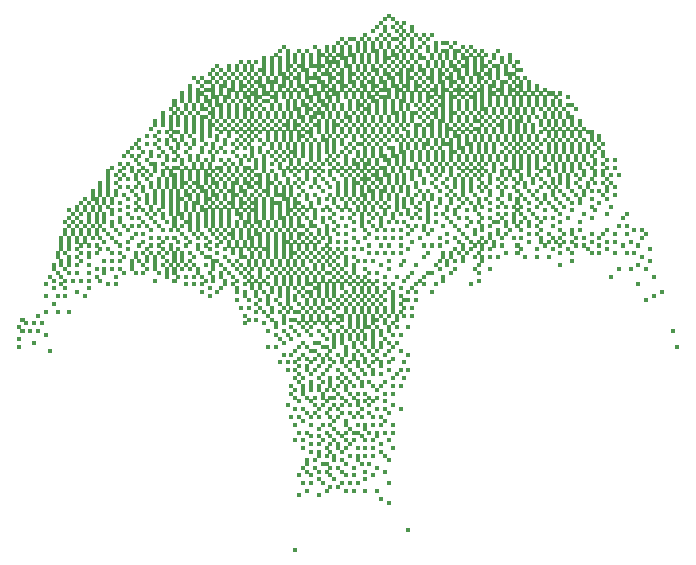
<source format=gto>
G04 start of page 2 for group 1 layer_idx 6 *
G04 Title: (unknown), top_silk *
G04 Creator: pcb-rnd 3.1.5-dev *
G04 CreationDate: 2024-03-24 10:39:21 UTC *
G04 For: STEM4ukraine *
G04 Format: Gerber/RS-274X *
G04 PCB-Dimensions: 393701 393701 *
G04 PCB-Coordinate-Origin: lower left *
%MOIN*%
%FSLAX25Y25*%
%LNTOP_SILK_NONE_1*%
%ADD35C,0.0001*%
G54D35*G36*
X212992Y378425D02*Y377087D01*
X211654D01*
Y378425D01*
X212992D01*
G37*
G36*
X211693Y377126D02*Y375787D01*
X210355D01*
Y377126D01*
X211693D01*
G37*
G36*
X210394Y375827D02*Y374488D01*
X209055D01*
Y375827D01*
X210394D01*
G37*
G36*
X214292Y379724D02*Y378386D01*
X212953D01*
Y379724D01*
X214292D01*
G37*
G36*
X215591Y378425D02*Y377087D01*
X214252D01*
Y378425D01*
X215591D01*
G37*
G36*
X212992Y375827D02*Y374488D01*
X211654D01*
Y375827D01*
X212992D01*
G37*
G36*
X215591D02*Y374488D01*
X214252D01*
Y375827D01*
X215591D01*
G37*
G36*
X220788Y208228D02*Y206890D01*
X219449D01*
Y208228D01*
X220788D01*
G37*
G36*
X209095Y374528D02*Y373189D01*
X207756D01*
Y374528D01*
X209095D01*
G37*
G36*
X212992D02*Y373189D01*
X211654D01*
Y374528D01*
X212992D01*
G37*
G36*
X211693Y373228D02*Y371890D01*
X210355D01*
Y373228D01*
X211693D01*
G37*
G36*
X214292D02*Y371890D01*
X212953D01*
Y373228D01*
X214292D01*
G37*
G36*
X212992Y371929D02*Y370591D01*
X211654D01*
Y371929D01*
X212992D01*
G37*
G36*
X214292Y370630D02*Y369291D01*
X212953D01*
Y370630D01*
X214292D01*
G37*
G36*
Y369331D02*Y367992D01*
X212953D01*
Y369331D01*
X214292D01*
G37*
G36*
X212992Y368032D02*Y366693D01*
X211654D01*
Y368032D01*
X212992D01*
G37*
G36*
Y366732D02*Y365394D01*
X211654D01*
Y366732D01*
X212992D01*
G37*
G36*
X214292Y365433D02*Y364094D01*
X211654D01*
Y365433D01*
X214292D01*
G37*
G36*
X212992Y364134D02*Y362795D01*
X211654D01*
Y364134D01*
X212992D01*
G37*
G36*
X215591Y361535D02*Y360197D01*
X214252D01*
Y361535D01*
X215591D01*
G37*
G36*
X218189D02*Y360197D01*
X216851D01*
Y361535D01*
X218189D01*
G37*
G36*
X222087D02*Y360197D01*
X219449D01*
Y361535D01*
X222087D01*
G37*
G36*
X225985D02*Y360197D01*
X223347D01*
Y361535D01*
X225985D01*
G37*
G36*
X228583D02*Y360197D01*
X227244D01*
Y361535D01*
X228583D01*
G37*
G36*
X231181D02*Y360197D01*
X229843D01*
Y361535D01*
X231181D01*
G37*
G36*
X233780D02*Y360197D01*
X232441D01*
Y361535D01*
X233780D01*
G37*
G36*
X235079Y358937D02*Y357598D01*
X232441D01*
Y358937D01*
X235079D01*
G37*
G36*
X236378Y357638D02*Y356299D01*
X233740D01*
Y357638D01*
X236378D01*
G37*
G36*
X238977Y358937D02*Y357598D01*
X236339D01*
Y358937D01*
X238977D01*
G37*
G36*
X241575D02*Y357598D01*
X240237D01*
Y358937D01*
X241575D01*
G37*
G36*
X238977Y357638D02*Y356299D01*
X237638D01*
Y357638D01*
X238977D01*
G37*
G36*
X241575D02*Y356299D01*
X240237D01*
Y357638D01*
X241575D01*
G37*
G36*
X244174D02*Y356299D01*
X242835D01*
Y357638D01*
X244174D01*
G37*
G36*
X246772D02*Y356299D01*
X245433D01*
Y357638D01*
X246772D01*
G37*
G36*
X249370D02*Y356299D01*
X248032D01*
Y357638D01*
X249370D01*
G37*
G36*
X218189Y360236D02*Y358898D01*
X215551D01*
Y360236D01*
X218189D01*
G37*
G36*
Y358937D02*Y357598D01*
X216851D01*
Y358937D01*
X218189D01*
G37*
G36*
Y357638D02*Y356299D01*
X216851D01*
Y357638D01*
X218189D01*
G37*
G36*
X220788D02*Y356299D01*
X219449D01*
Y357638D01*
X220788D01*
G37*
G36*
X223386D02*Y356299D01*
X222048D01*
Y357638D01*
X223386D01*
G37*
G36*
X225985D02*Y356299D01*
X224646D01*
Y357638D01*
X225985D01*
G37*
G36*
X228583D02*Y356299D01*
X227244D01*
Y357638D01*
X228583D01*
G37*
G36*
X232481D02*Y356299D01*
X229843D01*
Y357638D01*
X232481D01*
G37*
G36*
Y356339D02*Y355000D01*
X231142D01*
Y356339D01*
X232481D01*
G37*
G36*
X235079D02*Y355000D01*
X233740D01*
Y356339D01*
X235079D01*
G37*
G36*
X237677D02*Y355000D01*
X236339D01*
Y356339D01*
X237677D01*
G37*
G36*
X240276D02*Y355000D01*
X238937D01*
Y356339D01*
X240276D01*
G37*
G36*
X242874D02*Y355000D01*
X241536D01*
Y356339D01*
X242874D01*
G37*
G36*
X245473D02*Y355000D01*
X244134D01*
Y356339D01*
X245473D01*
G37*
G36*
X249370D02*Y355000D01*
X246733D01*
Y356339D01*
X249370D01*
G37*
G36*
X251969D02*Y355000D01*
X250630D01*
Y356339D01*
X251969D01*
G37*
G36*
X254567D02*Y355000D01*
X253229D01*
Y356339D01*
X254567D01*
G37*
G36*
X220788D02*Y355000D01*
X218150D01*
Y356339D01*
X220788D01*
G37*
G36*
X224685D02*Y355000D01*
X222048D01*
Y356339D01*
X224685D01*
G37*
G36*
X227284D02*Y355000D01*
X225945D01*
Y356339D01*
X227284D01*
G37*
G36*
X229882D02*Y355000D01*
X228544D01*
Y356339D01*
X229882D01*
G37*
G36*
X220788Y360236D02*Y358898D01*
X219449D01*
Y360236D01*
X220788D01*
G37*
G36*
X222087Y358937D02*Y357598D01*
X219449D01*
Y358937D01*
X222087D01*
G37*
G36*
X224685D02*Y357598D01*
X223347D01*
Y358937D01*
X224685D01*
G37*
G36*
X228583D02*Y357598D01*
X225945D01*
Y358937D01*
X228583D01*
G37*
G36*
X231181D02*Y357598D01*
X229843D01*
Y358937D01*
X231181D01*
G37*
G36*
X229882Y355039D02*Y353701D01*
X227244D01*
Y355039D01*
X229882D01*
G37*
G36*
X233780D02*Y353701D01*
X231142D01*
Y355039D01*
X233780D01*
G37*
G36*
X238977D02*Y353701D01*
X235040D01*
Y355039D01*
X238977D01*
G37*
G36*
X241575D02*Y353701D01*
X240237D01*
Y355039D01*
X241575D01*
G37*
G36*
X245473D02*Y353701D01*
X242835D01*
Y355039D01*
X245473D01*
G37*
G36*
X249370Y353740D02*Y352402D01*
X246733D01*
Y353740D01*
X249370D01*
G37*
G36*
X251969D02*Y352402D01*
X250630D01*
Y353740D01*
X251969D01*
G37*
G36*
X254567D02*Y352402D01*
X253229D01*
Y353740D01*
X254567D01*
G37*
G36*
X257166D02*Y352402D01*
X255827D01*
Y353740D01*
X257166D01*
G37*
G36*
X259764D02*Y352402D01*
X258426D01*
Y353740D01*
X259764D01*
G37*
G36*
X262363D02*Y352402D01*
X261024D01*
Y353740D01*
X262363D01*
G37*
G36*
X264961D02*Y352402D01*
X263622D01*
Y353740D01*
X264961D01*
G37*
G36*
X268859D02*Y352402D01*
X266221D01*
Y353740D01*
X268859D01*
G37*
G36*
X271457D02*Y352402D01*
X270118D01*
Y353740D01*
X271457D01*
G37*
G36*
X270158Y352441D02*Y351102D01*
X268819D01*
Y352441D01*
X270158D01*
G37*
G36*
X274055D02*Y351102D01*
X272717D01*
Y352441D01*
X274055D01*
G37*
G36*
X248071Y355039D02*Y353701D01*
X246733D01*
Y355039D01*
X248071D01*
G37*
G36*
X251969D02*Y353701D01*
X249331D01*
Y355039D01*
X251969D01*
G37*
G36*
X255866D02*Y353701D01*
X253229D01*
Y355039D01*
X255866D01*
G37*
G36*
X258465D02*Y353701D01*
X257126D01*
Y355039D01*
X258465D01*
G37*
G36*
X261063D02*Y353701D01*
X259725D01*
Y355039D01*
X261063D01*
G37*
G36*
X263662D02*Y353701D01*
X262323D01*
Y355039D01*
X263662D01*
G37*
G36*
X266260D02*Y353701D01*
X264922D01*
Y355039D01*
X266260D01*
G37*
G36*
X223386Y360236D02*Y358898D01*
X222048D01*
Y360236D01*
X223386D01*
G37*
G36*
X225985D02*Y358898D01*
X224646D01*
Y360236D01*
X225985D01*
G37*
G36*
X228583D02*Y358898D01*
X227244D01*
Y360236D01*
X228583D01*
G37*
G36*
X232481D02*Y358898D01*
X229843D01*
Y360236D01*
X232481D01*
G37*
G36*
X235079D02*Y358898D01*
X233740D01*
Y360236D01*
X235079D01*
G37*
G36*
X237677D02*Y358898D01*
X236339D01*
Y360236D01*
X237677D01*
G37*
G36*
X240276D02*Y358898D01*
X238937D01*
Y360236D01*
X240276D01*
G37*
G36*
X215591Y364134D02*Y362795D01*
X214252D01*
Y364134D01*
X215591D01*
G37*
G36*
X214292Y362835D02*Y361496D01*
X212953D01*
Y362835D01*
X214292D01*
G37*
G36*
X216890D02*Y361496D01*
X215551D01*
Y362835D01*
X216890D01*
G37*
G36*
X219489D02*Y361496D01*
X218150D01*
Y362835D01*
X219489D01*
G37*
G36*
X222087D02*Y361496D01*
X220748D01*
Y362835D01*
X222087D01*
G37*
G36*
X224685D02*Y361496D01*
X223347D01*
Y362835D01*
X224685D01*
G37*
G36*
X227284D02*Y361496D01*
X225945D01*
Y362835D01*
X227284D01*
G37*
G36*
X229882D02*Y361496D01*
X228544D01*
Y362835D01*
X229882D01*
G37*
G36*
X232481D02*Y361496D01*
X231142D01*
Y362835D01*
X232481D01*
G37*
G36*
X216890Y374528D02*Y373189D01*
X215551D01*
Y374528D01*
X216890D01*
G37*
G36*
Y371929D02*Y370591D01*
X214252D01*
Y371929D01*
X216890D01*
G37*
G36*
Y369331D02*Y367992D01*
X215551D01*
Y369331D01*
X216890D01*
G37*
G36*
X218189Y370630D02*Y369291D01*
X216851D01*
Y370630D01*
X218189D01*
G37*
G36*
X219489Y369331D02*Y367992D01*
X218150D01*
Y369331D01*
X219489D01*
G37*
G36*
X215591Y368032D02*Y366693D01*
X214252D01*
Y368032D01*
X215591D01*
G37*
G36*
X218189D02*Y366693D01*
X216851D01*
Y368032D01*
X218189D01*
G37*
G36*
X220788D02*Y366693D01*
X219449D01*
Y368032D01*
X220788D01*
G37*
G36*
X216890Y366732D02*Y365394D01*
X214252D01*
Y366732D01*
X216890D01*
G37*
G36*
Y365433D02*Y364094D01*
X215551D01*
Y365433D01*
X216890D01*
G37*
G36*
X219489Y366732D02*Y365394D01*
X218150D01*
Y366732D01*
X219489D01*
G37*
G36*
Y365433D02*Y364094D01*
X218150D01*
Y365433D01*
X219489D01*
G37*
G36*
X218189Y364134D02*Y362795D01*
X216851D01*
Y364134D01*
X218189D01*
G37*
G36*
X220788D02*Y362795D01*
X219449D01*
Y364134D01*
X220788D01*
G37*
G36*
X223386D02*Y362795D01*
X222048D01*
Y364134D01*
X223386D01*
G37*
G36*
X227284D02*Y362795D01*
X225945D01*
Y364134D01*
X227284D01*
G37*
G36*
X229882D02*Y362795D01*
X228544D01*
Y364134D01*
X229882D01*
G37*
G36*
X232481D02*Y362795D01*
X231142D01*
Y364134D01*
X232481D01*
G37*
G36*
X235079D02*Y362795D01*
X233740D01*
Y364134D01*
X235079D01*
G37*
G36*
X236378Y362835D02*Y361496D01*
X233740D01*
Y362835D01*
X236378D01*
G37*
G36*
X237677Y361535D02*Y360197D01*
X235040D01*
Y361535D01*
X237677D01*
G37*
G36*
X240276D02*Y360197D01*
X238937D01*
Y361535D01*
X240276D01*
G37*
G36*
X242874D02*Y360197D01*
X241536D01*
Y361535D01*
X242874D01*
G37*
G36*
X245473D02*Y360197D01*
X244134D01*
Y361535D01*
X245473D01*
G37*
G36*
X248071D02*Y360197D01*
X246733D01*
Y361535D01*
X248071D01*
G37*
G36*
X250670D02*Y360197D01*
X249331D01*
Y361535D01*
X250670D01*
G37*
G36*
Y360236D02*Y358898D01*
X249331D01*
Y360236D01*
X250670D01*
G37*
G36*
Y358937D02*Y357598D01*
X249331D01*
Y358937D01*
X250670D01*
G37*
G36*
X253268Y357638D02*Y356299D01*
X250630D01*
Y357638D01*
X253268D01*
G37*
G36*
Y361535D02*Y360197D01*
X251929D01*
Y361535D01*
X253268D01*
G37*
G36*
X255866Y360236D02*Y358898D01*
X251929D01*
Y360236D01*
X255866D01*
G37*
G36*
X254567Y358937D02*Y357598D01*
X253229D01*
Y358937D01*
X254567D01*
G37*
G36*
X257166D02*Y357598D01*
X255827D01*
Y358937D01*
X257166D01*
G37*
G36*
X259764D02*Y357598D01*
X258426D01*
Y358937D01*
X259764D01*
G37*
G36*
X255866Y357638D02*Y356299D01*
X254528D01*
Y357638D01*
X255866D01*
G37*
G36*
X258465D02*Y356299D01*
X257126D01*
Y357638D01*
X258465D01*
G37*
G36*
X261063D02*Y356299D01*
X259725D01*
Y357638D01*
X261063D01*
G37*
G36*
X258465Y356339D02*Y355000D01*
X255827D01*
Y356339D01*
X258465D01*
G37*
G36*
X261063D02*Y355000D01*
X259725D01*
Y356339D01*
X261063D01*
G37*
G36*
X263662D02*Y355000D01*
X262323D01*
Y356339D01*
X263662D01*
G37*
G36*
X258465Y361535D02*Y360197D01*
X255827D01*
Y361535D01*
X258465D01*
G37*
G36*
X244174Y360236D02*Y358898D01*
X241536D01*
Y360236D01*
X244174D01*
G37*
G36*
X248071D02*Y358898D01*
X245433D01*
Y360236D01*
X248071D01*
G37*
G36*
X245473Y358937D02*Y357598D01*
X242835D01*
Y358937D01*
X245473D01*
G37*
G36*
X248071D02*Y357598D01*
X246733D01*
Y358937D01*
X248071D01*
G37*
G36*
X237677Y364134D02*Y362795D01*
X236339D01*
Y364134D01*
X237677D01*
G37*
G36*
X240276Y362835D02*Y361496D01*
X237638D01*
Y362835D01*
X240276D01*
G37*
G36*
X242874D02*Y361496D01*
X241536D01*
Y362835D01*
X242874D01*
G37*
G36*
X246772D02*Y361496D01*
X244134D01*
Y362835D01*
X246772D01*
G37*
G36*
X250670D02*Y361496D01*
X248032D01*
Y362835D01*
X250670D01*
G37*
G36*
X253268D02*Y361496D01*
X251929D01*
Y362835D01*
X253268D01*
G37*
G36*
X255866D02*Y361496D01*
X254528D01*
Y362835D01*
X255866D01*
G37*
G36*
X240276Y364134D02*Y362795D01*
X238937D01*
Y364134D01*
X240276D01*
G37*
G36*
X242874D02*Y362795D01*
X241536D01*
Y364134D01*
X242874D01*
G37*
G36*
X245473D02*Y362795D01*
X244134D01*
Y364134D01*
X245473D01*
G37*
G36*
X248071D02*Y362795D01*
X246733D01*
Y364134D01*
X248071D01*
G37*
G36*
X222087Y366732D02*Y365394D01*
X220748D01*
Y366732D01*
X222087D01*
G37*
G36*
X224685D02*Y365394D01*
X223347D01*
Y366732D01*
X224685D01*
G37*
G36*
X222087Y365433D02*Y364094D01*
X220748D01*
Y365433D01*
X222087D01*
G37*
G36*
X225985D02*Y364094D01*
X223347D01*
Y365433D01*
X225985D01*
G37*
G36*
X228583D02*Y364094D01*
X227244D01*
Y365433D01*
X228583D01*
G37*
G36*
X231181D02*Y364094D01*
X229843D01*
Y365433D01*
X231181D01*
G37*
G36*
X233780D02*Y364094D01*
X232441D01*
Y365433D01*
X233780D01*
G37*
G36*
X236378D02*Y364094D01*
X235040D01*
Y365433D01*
X236378D01*
G37*
G36*
X198701Y371929D02*Y370591D01*
X197363D01*
Y371929D01*
X198701D01*
G37*
G36*
X202599D02*Y370591D01*
X199961D01*
Y371929D01*
X202599D01*
G37*
G36*
X205197D02*Y370591D01*
X203859D01*
Y371929D01*
X205197D01*
G37*
G36*
X197402Y370630D02*Y369291D01*
X196063D01*
Y370630D01*
X197402D01*
G37*
G36*
X200000D02*Y369291D01*
X198662D01*
Y370630D01*
X200000D01*
G37*
G36*
X203898D02*Y369291D01*
X202559D01*
Y370630D01*
X203898D01*
G37*
G36*
X206496Y373228D02*Y371890D01*
X205158D01*
Y373228D01*
X206496D01*
G37*
G36*
X207796Y371929D02*Y370591D01*
X206457D01*
Y371929D01*
X207796D01*
G37*
G36*
X210394D02*Y370591D01*
X209055D01*
Y371929D01*
X210394D01*
G37*
G36*
X206496Y370630D02*Y369291D01*
X205158D01*
Y370630D01*
X206496D01*
G37*
G36*
Y369331D02*Y367992D01*
X205158D01*
Y369331D01*
X206496D01*
G37*
G36*
Y368032D02*Y366693D01*
X205158D01*
Y368032D01*
X206496D01*
G37*
G36*
Y362835D02*Y361496D01*
X205158D01*
Y362835D01*
X206496D01*
G37*
G36*
X207796Y366732D02*Y365394D01*
X206457D01*
Y366732D01*
X207796D01*
G37*
G36*
Y365433D02*Y364094D01*
X206457D01*
Y365433D01*
X207796D01*
G37*
G36*
Y364134D02*Y362795D01*
X206457D01*
Y364134D01*
X207796D01*
G37*
G36*
X206496Y361535D02*Y360197D01*
X205158D01*
Y361535D01*
X206496D01*
G37*
G36*
X207796Y360236D02*Y358898D01*
X206457D01*
Y360236D01*
X207796D01*
G37*
G36*
Y353740D02*Y352402D01*
X206457D01*
Y353740D01*
X207796D01*
G37*
G36*
X209095Y352441D02*Y351102D01*
X206457D01*
Y352441D01*
X209095D01*
G37*
G36*
X207796Y349843D02*Y348504D01*
X206457D01*
Y349843D01*
X207796D01*
G37*
G36*
Y348543D02*Y347205D01*
X205158D01*
Y348543D01*
X207796D01*
G37*
G36*
Y347244D02*Y345906D01*
X206457D01*
Y347244D01*
X207796D01*
G37*
G36*
X210394D02*Y345906D01*
X209055D01*
Y347244D01*
X210394D01*
G37*
G36*
X209095Y345945D02*Y344606D01*
X207756D01*
Y345945D01*
X209095D01*
G37*
G36*
X211693D02*Y344606D01*
X210355D01*
Y345945D01*
X211693D01*
G37*
G36*
X228583Y343346D02*Y342008D01*
X225945D01*
Y343346D01*
X228583D01*
G37*
G36*
X231181D02*Y342008D01*
X229843D01*
Y343346D01*
X231181D01*
G37*
G36*
X233780D02*Y342008D01*
X232441D01*
Y343346D01*
X233780D01*
G37*
G36*
X236378D02*Y342008D01*
X235040D01*
Y343346D01*
X236378D01*
G37*
G36*
X235079Y342047D02*Y340709D01*
X232441D01*
Y342047D01*
X235079D01*
G37*
G36*
X238977Y343346D02*Y342008D01*
X237638D01*
Y343346D01*
X238977D01*
G37*
G36*
X241575D02*Y342008D01*
X240237D01*
Y343346D01*
X241575D01*
G37*
G36*
X237677Y342047D02*Y340709D01*
X236339D01*
Y342047D01*
X237677D01*
G37*
G36*
X240276D02*Y340709D01*
X238937D01*
Y342047D01*
X240276D01*
G37*
G36*
X244174D02*Y340709D01*
X241536D01*
Y342047D01*
X244174D01*
G37*
G36*
X245473Y343346D02*Y342008D01*
X244134D01*
Y343346D01*
X245473D01*
G37*
G36*
X246772Y342047D02*Y340709D01*
X245433D01*
Y342047D01*
X246772D01*
G37*
G36*
X248071Y343346D02*Y342008D01*
X246733D01*
Y343346D01*
X248071D01*
G37*
G36*
X249370Y342047D02*Y340709D01*
X248032D01*
Y342047D01*
X249370D01*
G37*
G36*
X251969Y343346D02*Y342008D01*
X249331D01*
Y343346D01*
X251969D01*
G37*
G36*
Y342047D02*Y340709D01*
X250630D01*
Y342047D01*
X251969D01*
G37*
G36*
X254567D02*Y340709D01*
X253229D01*
Y342047D01*
X254567D01*
G37*
G36*
X257166D02*Y340709D01*
X255827D01*
Y342047D01*
X257166D01*
G37*
G36*
X259764D02*Y340709D01*
X258426D01*
Y342047D01*
X259764D01*
G37*
G36*
X262363D02*Y340709D01*
X261024D01*
Y342047D01*
X262363D01*
G37*
G36*
X266260D02*Y340709D01*
X264922D01*
Y342047D01*
X266260D01*
G37*
G36*
X268859D02*Y340709D01*
X267520D01*
Y342047D01*
X268859D01*
G37*
G36*
X271457D02*Y340709D01*
X270118D01*
Y342047D01*
X271457D01*
G37*
G36*
X274055D02*Y340709D01*
X272717D01*
Y342047D01*
X274055D01*
G37*
G36*
X276654D02*Y340709D01*
X275315D01*
Y342047D01*
X276654D01*
G37*
G36*
X279252D02*Y340709D01*
X277914D01*
Y342047D01*
X279252D01*
G37*
G36*
X254567Y343346D02*Y342008D01*
X253229D01*
Y343346D01*
X254567D01*
G37*
G36*
X257166D02*Y342008D01*
X255827D01*
Y343346D01*
X257166D01*
G37*
G36*
X259764D02*Y342008D01*
X258426D01*
Y343346D01*
X259764D01*
G37*
G36*
X262363D02*Y342008D01*
X261024D01*
Y343346D01*
X262363D01*
G37*
G36*
X264961D02*Y342008D01*
X263622D01*
Y343346D01*
X264961D01*
G37*
G36*
X267559D02*Y342008D01*
X266221D01*
Y343346D01*
X267559D01*
G37*
G36*
X270158D02*Y342008D01*
X268819D01*
Y343346D01*
X270158D01*
G37*
G36*
X272756D02*Y342008D01*
X271418D01*
Y343346D01*
X272756D01*
G37*
G36*
X275355D02*Y342008D01*
X274016D01*
Y343346D01*
X275355D01*
G37*
G36*
X277953D02*Y342008D01*
X276615D01*
Y343346D01*
X277953D01*
G37*
G36*
X214292Y345945D02*Y344606D01*
X212953D01*
Y345945D01*
X214292D01*
G37*
G36*
X225985Y344646D02*Y343307D01*
X224646D01*
Y344646D01*
X225985D01*
G37*
G36*
X228583D02*Y343307D01*
X227244D01*
Y344646D01*
X228583D01*
G37*
G36*
X232481D02*Y343307D01*
X229843D01*
Y344646D01*
X232481D01*
G37*
G36*
X235079D02*Y343307D01*
X233740D01*
Y344646D01*
X235079D01*
G37*
G36*
X237677D02*Y343307D01*
X236339D01*
Y344646D01*
X237677D01*
G37*
G36*
X240276D02*Y343307D01*
X238937D01*
Y344646D01*
X240276D01*
G37*
G36*
X244174D02*Y343307D01*
X241536D01*
Y344646D01*
X244174D01*
G37*
G36*
X246772D02*Y343307D01*
X245433D01*
Y344646D01*
X246772D01*
G37*
G36*
X249370D02*Y343307D01*
X248032D01*
Y344646D01*
X249370D01*
G37*
G36*
X251969D02*Y343307D01*
X250630D01*
Y344646D01*
X251969D01*
G37*
G36*
X254567D02*Y343307D01*
X253229D01*
Y344646D01*
X254567D01*
G37*
G36*
X258465D02*Y343307D01*
X255827D01*
Y344646D01*
X258465D01*
G37*
G36*
X261063D02*Y343307D01*
X259725D01*
Y344646D01*
X261063D01*
G37*
G36*
X264961D02*Y343307D01*
X263622D01*
Y344646D01*
X264961D01*
G37*
G36*
X267559D02*Y343307D01*
X266221D01*
Y344646D01*
X267559D01*
G37*
G36*
X270158D02*Y343307D01*
X268819D01*
Y344646D01*
X270158D01*
G37*
G36*
X272756D02*Y343307D01*
X271418D01*
Y344646D01*
X272756D01*
G37*
G36*
X275355D02*Y343307D01*
X274016D01*
Y344646D01*
X275355D01*
G37*
G36*
X277953D02*Y343307D01*
X276615D01*
Y344646D01*
X277953D01*
G37*
G36*
X216890Y345945D02*Y344606D01*
X215551D01*
Y345945D01*
X216890D01*
G37*
G36*
X219489D02*Y344606D01*
X218150D01*
Y345945D01*
X219489D01*
G37*
G36*
X222087D02*Y344606D01*
X220748D01*
Y345945D01*
X222087D01*
G37*
G36*
X224685D02*Y344606D01*
X223347D01*
Y345945D01*
X224685D01*
G37*
G36*
X227284D02*Y344606D01*
X225945D01*
Y345945D01*
X227284D01*
G37*
G36*
X229882D02*Y344606D01*
X228544D01*
Y345945D01*
X229882D01*
G37*
G36*
X232481D02*Y344606D01*
X231142D01*
Y345945D01*
X232481D01*
G37*
G36*
X235079D02*Y344606D01*
X233740D01*
Y345945D01*
X235079D01*
G37*
G36*
X237677D02*Y344606D01*
X236339D01*
Y345945D01*
X237677D01*
G37*
G36*
X240276D02*Y344606D01*
X238937D01*
Y345945D01*
X240276D01*
G37*
G36*
X242874D02*Y344606D01*
X241536D01*
Y345945D01*
X242874D01*
G37*
G36*
X245473D02*Y344606D01*
X244134D01*
Y345945D01*
X245473D01*
G37*
G36*
X248071D02*Y344606D01*
X246733D01*
Y345945D01*
X248071D01*
G37*
G36*
X250670D02*Y344606D01*
X249331D01*
Y345945D01*
X250670D01*
G37*
G36*
X253268D02*Y344606D01*
X251929D01*
Y345945D01*
X253268D01*
G37*
G36*
X255866D02*Y344606D01*
X254528D01*
Y345945D01*
X255866D01*
G37*
G36*
X258465D02*Y344606D01*
X257126D01*
Y345945D01*
X258465D01*
G37*
G36*
X261063D02*Y344606D01*
X259725D01*
Y345945D01*
X261063D01*
G37*
G36*
X263662D02*Y344606D01*
X262323D01*
Y345945D01*
X263662D01*
G37*
G36*
X266260D02*Y344606D01*
X264922D01*
Y345945D01*
X266260D01*
G37*
G36*
X268859D02*Y344606D01*
X267520D01*
Y345945D01*
X268859D01*
G37*
G36*
X271457D02*Y344606D01*
X270118D01*
Y345945D01*
X271457D01*
G37*
G36*
X206496Y358937D02*Y357598D01*
X205158D01*
Y358937D01*
X206496D01*
G37*
G36*
X209095Y357638D02*Y356299D01*
X206457D01*
Y357638D01*
X209095D01*
G37*
G36*
Y370630D02*Y369291D01*
X207756D01*
Y370630D01*
X209095D01*
G37*
G36*
Y369331D02*Y367992D01*
X207756D01*
Y369331D01*
X209095D01*
G37*
G36*
X210394Y368032D02*Y366693D01*
X207756D01*
Y368032D01*
X210394D01*
G37*
G36*
Y366732D02*Y365394D01*
X209055D01*
Y366732D01*
X210394D01*
G37*
G36*
Y365433D02*Y364094D01*
X209055D01*
Y365433D01*
X210394D01*
G37*
G36*
Y364134D02*Y362795D01*
X209055D01*
Y364134D01*
X210394D01*
G37*
G36*
X209095Y362835D02*Y361496D01*
X207756D01*
Y362835D01*
X209095D01*
G37*
G36*
X210394Y361535D02*Y360197D01*
X207756D01*
Y361535D01*
X210394D01*
G37*
G36*
Y360236D02*Y358898D01*
X209055D01*
Y360236D01*
X210394D01*
G37*
G36*
Y348543D02*Y347205D01*
X209055D01*
Y348543D01*
X210394D01*
G37*
G36*
X212992Y347244D02*Y345906D01*
X211654D01*
Y347244D01*
X212992D01*
G37*
G36*
X209095Y358937D02*Y357598D01*
X207756D01*
Y358937D01*
X209095D01*
G37*
G36*
X210394Y356339D02*Y355000D01*
X207756D01*
Y356339D01*
X210394D01*
G37*
G36*
X209095Y355039D02*Y353701D01*
X207756D01*
Y355039D01*
X209095D01*
G37*
G36*
X210394Y353740D02*Y352402D01*
X209055D01*
Y353740D01*
X210394D01*
G37*
G36*
Y351142D02*Y349803D01*
X207756D01*
Y351142D01*
X210394D01*
G37*
G36*
Y349843D02*Y348504D01*
X209055D01*
Y349843D01*
X210394D01*
G37*
G36*
X212992Y351142D02*Y349803D01*
X211654D01*
Y351142D01*
X212992D01*
G37*
G36*
X215591D02*Y349803D01*
X214252D01*
Y351142D01*
X215591D01*
G37*
G36*
X212992Y349843D02*Y348504D01*
X211654D01*
Y349843D01*
X212992D01*
G37*
G36*
Y348543D02*Y347205D01*
X211654D01*
Y348543D01*
X212992D01*
G37*
G36*
X215591Y349843D02*Y348504D01*
X214252D01*
Y349843D01*
X215591D01*
G37*
G36*
Y348543D02*Y347205D01*
X214252D01*
Y348543D01*
X215591D01*
G37*
G36*
X216890Y347244D02*Y345906D01*
X214252D01*
Y347244D01*
X216890D01*
G37*
G36*
X219489D02*Y345906D01*
X218150D01*
Y347244D01*
X219489D01*
G37*
G36*
X223386D02*Y345906D01*
X220748D01*
Y347244D01*
X223386D01*
G37*
G36*
X225985D02*Y345906D01*
X224646D01*
Y347244D01*
X225985D01*
G37*
G36*
X229882D02*Y345906D01*
X227244D01*
Y347244D01*
X229882D01*
G37*
G36*
X232481D02*Y345906D01*
X231142D01*
Y347244D01*
X232481D01*
G37*
G36*
X236378D02*Y345906D01*
X233740D01*
Y347244D01*
X236378D01*
G37*
G36*
X238977D02*Y345906D01*
X237638D01*
Y347244D01*
X238977D01*
G37*
G36*
X241575D02*Y345906D01*
X240237D01*
Y347244D01*
X241575D01*
G37*
G36*
X244174D02*Y345906D01*
X242835D01*
Y347244D01*
X244174D01*
G37*
G36*
X246772D02*Y345906D01*
X245433D01*
Y347244D01*
X246772D01*
G37*
G36*
X249370D02*Y345906D01*
X248032D01*
Y347244D01*
X249370D01*
G37*
G36*
X251969D02*Y345906D01*
X250630D01*
Y347244D01*
X251969D01*
G37*
G36*
X254567D02*Y345906D01*
X253229D01*
Y347244D01*
X254567D01*
G37*
G36*
X257166D02*Y345906D01*
X255827D01*
Y347244D01*
X257166D01*
G37*
G36*
X259764D02*Y345906D01*
X258426D01*
Y347244D01*
X259764D01*
G37*
G36*
X262363D02*Y345906D01*
X261024D01*
Y347244D01*
X262363D01*
G37*
G36*
X218189Y349843D02*Y348504D01*
X216851D01*
Y349843D01*
X218189D01*
G37*
G36*
Y348543D02*Y347205D01*
X216851D01*
Y348543D01*
X218189D01*
G37*
G36*
X220788D02*Y347205D01*
X219449D01*
Y348543D01*
X220788D01*
G37*
G36*
X224685D02*Y347205D01*
X223347D01*
Y348543D01*
X224685D01*
G37*
G36*
X227284D02*Y347205D01*
X225945D01*
Y348543D01*
X227284D01*
G37*
G36*
X229882D02*Y347205D01*
X228544D01*
Y348543D01*
X229882D01*
G37*
G36*
X232481D02*Y347205D01*
X231142D01*
Y348543D01*
X232481D01*
G37*
G36*
X235079D02*Y347205D01*
X233740D01*
Y348543D01*
X235079D01*
G37*
G36*
X237677D02*Y347205D01*
X236339D01*
Y348543D01*
X237677D01*
G37*
G36*
X240276D02*Y347205D01*
X238937D01*
Y348543D01*
X240276D01*
G37*
G36*
X242874D02*Y347205D01*
X241536D01*
Y348543D01*
X242874D01*
G37*
G36*
X220788Y349843D02*Y348504D01*
X219449D01*
Y349843D01*
X220788D01*
G37*
G36*
X223386D02*Y348504D01*
X222048D01*
Y349843D01*
X223386D01*
G37*
G36*
X225985D02*Y348504D01*
X224646D01*
Y349843D01*
X225985D01*
G37*
G36*
X228583D02*Y348504D01*
X227244D01*
Y349843D01*
X228583D01*
G37*
G36*
X211693Y370630D02*Y369291D01*
X210355D01*
Y370630D01*
X211693D01*
G37*
G36*
Y369331D02*Y367992D01*
X210355D01*
Y369331D01*
X211693D01*
G37*
G36*
Y362835D02*Y361496D01*
X210355D01*
Y362835D01*
X211693D01*
G37*
G36*
X212992Y361535D02*Y360197D01*
X211654D01*
Y361535D01*
X212992D01*
G37*
G36*
X214292Y360236D02*Y358898D01*
X211654D01*
Y360236D01*
X214292D01*
G37*
G36*
X211693Y358937D02*Y357598D01*
X210355D01*
Y358937D01*
X211693D01*
G37*
G36*
X215591D02*Y357598D01*
X212953D01*
Y358937D01*
X215591D01*
G37*
G36*
X212992Y357638D02*Y356299D01*
X210355D01*
Y357638D01*
X212992D01*
G37*
G36*
X214292Y352441D02*Y351102D01*
X210355D01*
Y352441D01*
X214292D01*
G37*
G36*
X215591Y357638D02*Y356299D01*
X214252D01*
Y357638D01*
X215591D01*
G37*
G36*
X216890Y352441D02*Y351102D01*
X215551D01*
Y352441D01*
X216890D01*
G37*
G36*
X219489D02*Y351102D01*
X218150D01*
Y352441D01*
X219489D01*
G37*
G36*
X222087D02*Y351102D01*
X220748D01*
Y352441D01*
X222087D01*
G37*
G36*
X224685D02*Y351102D01*
X223347D01*
Y352441D01*
X224685D01*
G37*
G36*
X228583D02*Y351102D01*
X225945D01*
Y352441D01*
X228583D01*
G37*
G36*
X232481D02*Y351102D01*
X229843D01*
Y352441D01*
X232481D01*
G37*
G36*
X236378D02*Y351102D01*
X233740D01*
Y352441D01*
X236378D01*
G37*
G36*
X238977D02*Y351102D01*
X237638D01*
Y352441D01*
X238977D01*
G37*
G36*
X242874D02*Y351102D01*
X240237D01*
Y352441D01*
X242874D01*
G37*
G36*
X245473D02*Y351102D01*
X244134D01*
Y352441D01*
X245473D01*
G37*
G36*
X248071D02*Y351102D01*
X246733D01*
Y352441D01*
X248071D01*
G37*
G36*
X250670D02*Y351102D01*
X249331D01*
Y352441D01*
X250670D01*
G37*
G36*
X253268D02*Y351102D01*
X251929D01*
Y352441D01*
X253268D01*
G37*
G36*
X255866D02*Y351102D01*
X254528D01*
Y352441D01*
X255866D01*
G37*
G36*
X258465D02*Y351102D01*
X257126D01*
Y352441D01*
X258465D01*
G37*
G36*
X261063D02*Y351102D01*
X259725D01*
Y352441D01*
X261063D01*
G37*
G36*
X263662D02*Y351102D01*
X262323D01*
Y352441D01*
X263662D01*
G37*
G36*
X266260D02*Y351102D01*
X264922D01*
Y352441D01*
X266260D01*
G37*
G36*
X212992Y356339D02*Y355000D01*
X211654D01*
Y356339D01*
X212992D01*
G37*
G36*
X214292Y355039D02*Y353701D01*
X210355D01*
Y355039D01*
X214292D01*
G37*
G36*
Y353740D02*Y352402D01*
X212953D01*
Y353740D01*
X214292D01*
G37*
G36*
X216890D02*Y352402D01*
X215551D01*
Y353740D01*
X216890D01*
G37*
G36*
X219489D02*Y352402D01*
X218150D01*
Y353740D01*
X219489D01*
G37*
G36*
X222087D02*Y352402D01*
X220748D01*
Y353740D01*
X222087D01*
G37*
G36*
X224685D02*Y352402D01*
X223347D01*
Y353740D01*
X224685D01*
G37*
G36*
X227284D02*Y352402D01*
X225945D01*
Y353740D01*
X227284D01*
G37*
G36*
X229882D02*Y352402D01*
X228544D01*
Y353740D01*
X229882D01*
G37*
G36*
X232481D02*Y352402D01*
X231142D01*
Y353740D01*
X232481D01*
G37*
G36*
X235079D02*Y352402D01*
X233740D01*
Y353740D01*
X235079D01*
G37*
G36*
X237677D02*Y352402D01*
X236339D01*
Y353740D01*
X237677D01*
G37*
G36*
X240276D02*Y352402D01*
X238937D01*
Y353740D01*
X240276D01*
G37*
G36*
X242874D02*Y352402D01*
X241536D01*
Y353740D01*
X242874D01*
G37*
G36*
X245473D02*Y352402D01*
X244134D01*
Y353740D01*
X245473D01*
G37*
G36*
X216890Y356339D02*Y355000D01*
X214252D01*
Y356339D01*
X216890D01*
G37*
G36*
X218189Y355039D02*Y353701D01*
X215551D01*
Y355039D01*
X218189D01*
G37*
G36*
X220788D02*Y353701D01*
X219449D01*
Y355039D01*
X220788D01*
G37*
G36*
X219489Y351142D02*Y349803D01*
X216851D01*
Y351142D01*
X219489D01*
G37*
G36*
X222087D02*Y349803D01*
X220748D01*
Y351142D01*
X222087D01*
G37*
G36*
X223386Y355039D02*Y353701D01*
X222048D01*
Y355039D01*
X223386D01*
G37*
G36*
X225985D02*Y353701D01*
X224646D01*
Y355039D01*
X225985D01*
G37*
G36*
X224685Y351142D02*Y349803D01*
X223347D01*
Y351142D01*
X224685D01*
G37*
G36*
X227284D02*Y349803D01*
X225945D01*
Y351142D01*
X227284D01*
G37*
G36*
X229882D02*Y349803D01*
X228544D01*
Y351142D01*
X229882D01*
G37*
G36*
X232481Y349843D02*Y348504D01*
X229843D01*
Y349843D01*
X232481D01*
G37*
G36*
X235079D02*Y348504D01*
X233740D01*
Y349843D01*
X235079D01*
G37*
G36*
X237677D02*Y348504D01*
X236339D01*
Y349843D01*
X237677D01*
G37*
G36*
X240276D02*Y348504D01*
X238937D01*
Y349843D01*
X240276D01*
G37*
G36*
X242874D02*Y348504D01*
X241536D01*
Y349843D01*
X242874D01*
G37*
G36*
X245473D02*Y348504D01*
X244134D01*
Y349843D01*
X245473D01*
G37*
G36*
X248071D02*Y348504D01*
X246733D01*
Y349843D01*
X248071D01*
G37*
G36*
X246772Y348543D02*Y347205D01*
X244134D01*
Y348543D01*
X246772D01*
G37*
G36*
X249370D02*Y347205D01*
X248032D01*
Y348543D01*
X249370D01*
G37*
G36*
X250670Y349843D02*Y348504D01*
X249331D01*
Y349843D01*
X250670D01*
G37*
G36*
X251969Y348543D02*Y347205D01*
X250630D01*
Y348543D01*
X251969D01*
G37*
G36*
X253268Y349843D02*Y348504D01*
X251929D01*
Y349843D01*
X253268D01*
G37*
G36*
X254567Y348543D02*Y347205D01*
X253229D01*
Y348543D01*
X254567D01*
G37*
G36*
X257166D02*Y347205D01*
X255827D01*
Y348543D01*
X257166D01*
G37*
G36*
X259764D02*Y347205D01*
X258426D01*
Y348543D01*
X259764D01*
G37*
G36*
X262363D02*Y347205D01*
X261024D01*
Y348543D01*
X262363D01*
G37*
G36*
X264961D02*Y347205D01*
X263622D01*
Y348543D01*
X264961D01*
G37*
G36*
X267559D02*Y347205D01*
X266221D01*
Y348543D01*
X267559D01*
G37*
G36*
X270158D02*Y347205D01*
X268819D01*
Y348543D01*
X270158D01*
G37*
G36*
X272756D02*Y347205D01*
X271418D01*
Y348543D01*
X272756D01*
G37*
G36*
X276654D02*Y347205D01*
X275315D01*
Y348543D01*
X276654D01*
G37*
G36*
X275355Y345945D02*Y344606D01*
X272717D01*
Y345945D01*
X275355D01*
G37*
G36*
X266260Y347244D02*Y345906D01*
X264922D01*
Y347244D01*
X266260D01*
G37*
G36*
X268859D02*Y345906D01*
X267520D01*
Y347244D01*
X268859D01*
G37*
G36*
X271457D02*Y345906D01*
X270118D01*
Y347244D01*
X271457D01*
G37*
G36*
X274055D02*Y345906D01*
X272717D01*
Y347244D01*
X274055D01*
G37*
G36*
X255866Y349843D02*Y348504D01*
X254528D01*
Y349843D01*
X255866D01*
G37*
G36*
X258465D02*Y348504D01*
X257126D01*
Y349843D01*
X258465D01*
G37*
G36*
X261063D02*Y348504D01*
X259725D01*
Y349843D01*
X261063D01*
G37*
G36*
X263662D02*Y348504D01*
X262323D01*
Y349843D01*
X263662D01*
G37*
G36*
X266260D02*Y348504D01*
X264922D01*
Y349843D01*
X266260D01*
G37*
G36*
X268859D02*Y348504D01*
X267520D01*
Y349843D01*
X268859D01*
G37*
G36*
X271457D02*Y348504D01*
X270118D01*
Y349843D01*
X271457D01*
G37*
G36*
X275355D02*Y348504D01*
X272717D01*
Y349843D01*
X275355D01*
G37*
G36*
X232481Y351142D02*Y349803D01*
X231142D01*
Y351142D01*
X232481D01*
G37*
G36*
X235079D02*Y349803D01*
X233740D01*
Y351142D01*
X235079D01*
G37*
G36*
X237677D02*Y349803D01*
X236339D01*
Y351142D01*
X237677D01*
G37*
G36*
X240276D02*Y349803D01*
X238937D01*
Y351142D01*
X240276D01*
G37*
G36*
X242874D02*Y349803D01*
X241536D01*
Y351142D01*
X242874D01*
G37*
G36*
X245473D02*Y349803D01*
X244134D01*
Y351142D01*
X245473D01*
G37*
G36*
X248071D02*Y349803D01*
X246733D01*
Y351142D01*
X248071D01*
G37*
G36*
X250670D02*Y349803D01*
X249331D01*
Y351142D01*
X250670D01*
G37*
G36*
X253268D02*Y349803D01*
X251929D01*
Y351142D01*
X253268D01*
G37*
G36*
X255866D02*Y349803D01*
X254528D01*
Y351142D01*
X255866D01*
G37*
G36*
X258465D02*Y349803D01*
X257126D01*
Y351142D01*
X258465D01*
G37*
G36*
X261063D02*Y349803D01*
X259725D01*
Y351142D01*
X261063D01*
G37*
G36*
X263662D02*Y349803D01*
X262323D01*
Y351142D01*
X263662D01*
G37*
G36*
X266260D02*Y349803D01*
X264922D01*
Y351142D01*
X266260D01*
G37*
G36*
X268859D02*Y349803D01*
X267520D01*
Y351142D01*
X268859D01*
G37*
G36*
X271457D02*Y349803D01*
X270118D01*
Y351142D01*
X271457D01*
G37*
G36*
X179213Y369331D02*Y367992D01*
X177874D01*
Y369331D01*
X179213D01*
G37*
G36*
X189607D02*Y367992D01*
X188268D01*
Y369331D01*
X189607D01*
G37*
G36*
X193504D02*Y367992D01*
X192166D01*
Y369331D01*
X193504D01*
G37*
G36*
X183111Y201732D02*Y200394D01*
X181772D01*
Y201732D01*
X183111D01*
G37*
G36*
X196103Y369331D02*Y367992D01*
X194764D01*
Y369331D01*
X196103D01*
G37*
G36*
X198701D02*Y367992D01*
X197363D01*
Y369331D01*
X198701D01*
G37*
G36*
X201300D02*Y367992D01*
X199961D01*
Y369331D01*
X201300D01*
G37*
G36*
X203898D02*Y367992D01*
X202559D01*
Y369331D01*
X203898D01*
G37*
G36*
X164922Y364134D02*Y362795D01*
X163583D01*
Y364134D01*
X164922D01*
G37*
G36*
X167520D02*Y362795D01*
X166181D01*
Y364134D01*
X167520D01*
G37*
G36*
X170118D02*Y362795D01*
X168780D01*
Y364134D01*
X170118D01*
G37*
G36*
X172717Y365433D02*Y364094D01*
X171378D01*
Y365433D01*
X172717D01*
G37*
G36*
X175315D02*Y364094D01*
X173977D01*
Y365433D01*
X175315D01*
G37*
G36*
X172717Y364134D02*Y362795D01*
X171378D01*
Y364134D01*
X172717D01*
G37*
G36*
X175315D02*Y362795D01*
X173977D01*
Y364134D01*
X175315D01*
G37*
G36*
X172717Y362835D02*Y361496D01*
X171378D01*
Y362835D01*
X172717D01*
G37*
G36*
X175315D02*Y361496D01*
X173977D01*
Y362835D01*
X175315D01*
G37*
G36*
X177914D02*Y361496D01*
X176575D01*
Y362835D01*
X177914D01*
G37*
G36*
X181811D02*Y361496D01*
X179174D01*
Y362835D01*
X181811D01*
G37*
G36*
X185709D02*Y361496D01*
X183071D01*
Y362835D01*
X185709D01*
G37*
G36*
X192205D02*Y361496D01*
X186969D01*
Y362835D01*
X192205D01*
G37*
G36*
X194803D02*Y361496D01*
X193465D01*
Y362835D01*
X194803D01*
G37*
G36*
X197402D02*Y361496D01*
X196063D01*
Y362835D01*
X197402D01*
G37*
G36*
X201300D02*Y361496D01*
X198662D01*
Y362835D01*
X201300D01*
G37*
G36*
X203898D02*Y361496D01*
X202559D01*
Y362835D01*
X203898D01*
G37*
G36*
X157126D02*Y361496D01*
X155788D01*
Y362835D01*
X157126D01*
G37*
G36*
X155827Y361535D02*Y360197D01*
X154488D01*
Y361535D01*
X155827D01*
G37*
G36*
X154528Y360236D02*Y358898D01*
X153189D01*
Y360236D01*
X154528D01*
G37*
G36*
X149331Y358937D02*Y357598D01*
X147992D01*
Y358937D01*
X149331D01*
G37*
G36*
X151929D02*Y357598D01*
X150591D01*
Y358937D01*
X151929D01*
G37*
G36*
X155827D02*Y357598D01*
X154488D01*
Y358937D01*
X155827D01*
G37*
G36*
X158425Y361535D02*Y360197D01*
X157087D01*
Y361535D01*
X158425D01*
G37*
G36*
X157126Y360236D02*Y358898D01*
X155788D01*
Y360236D01*
X157126D01*
G37*
G36*
X159725D02*Y358898D01*
X158386D01*
Y360236D01*
X159725D01*
G37*
G36*
X158425Y358937D02*Y357598D01*
X157087D01*
Y358937D01*
X158425D01*
G37*
G36*
X159725Y356339D02*Y355000D01*
X157087D01*
Y356339D01*
X159725D01*
G37*
G36*
X162323D02*Y355000D01*
X160985D01*
Y356339D01*
X162323D01*
G37*
G36*
X166221D02*Y355000D01*
X163583D01*
Y356339D01*
X166221D01*
G37*
G36*
X168819D02*Y355000D01*
X167481D01*
Y356339D01*
X168819D01*
G37*
G36*
X172717D02*Y355000D01*
X170079D01*
Y356339D01*
X172717D01*
G37*
G36*
X175315D02*Y355000D01*
X173977D01*
Y356339D01*
X175315D01*
G37*
G36*
X179213D02*Y355000D01*
X176575D01*
Y356339D01*
X179213D01*
G37*
G36*
X181811D02*Y355000D01*
X180473D01*
Y356339D01*
X181811D01*
G37*
G36*
X185709D02*Y355000D01*
X183071D01*
Y356339D01*
X185709D01*
G37*
G36*
X189607D02*Y355000D01*
X186969D01*
Y356339D01*
X189607D01*
G37*
G36*
X193504D02*Y355000D01*
X190866D01*
Y356339D01*
X193504D01*
G37*
G36*
X196103D02*Y355000D01*
X194764D01*
Y356339D01*
X196103D01*
G37*
G36*
X200000D02*Y355000D01*
X197363D01*
Y356339D01*
X200000D01*
G37*
G36*
X202599D02*Y355000D01*
X201260D01*
Y356339D01*
X202599D01*
G37*
G36*
X206496D02*Y355000D01*
X203859D01*
Y356339D01*
X206496D01*
G37*
G36*
X150630Y357638D02*Y356299D01*
X149292D01*
Y357638D01*
X150630D01*
G37*
G36*
X148032Y356339D02*Y355000D01*
X146693D01*
Y356339D01*
X148032D01*
G37*
G36*
Y355039D02*Y353701D01*
X146693D01*
Y355039D01*
X148032D01*
G37*
G36*
X145433Y353740D02*Y352402D01*
X144095D01*
Y353740D01*
X145433D01*
G37*
G36*
X148032D02*Y352402D01*
X146693D01*
Y353740D01*
X148032D01*
G37*
G36*
X145433Y352441D02*Y351102D01*
X144095D01*
Y352441D01*
X145433D01*
G37*
G36*
X148032D02*Y351102D01*
X146693D01*
Y352441D01*
X148032D01*
G37*
G36*
X150630D02*Y351102D01*
X149292D01*
Y352441D01*
X150630D01*
G37*
G36*
Y351142D02*Y349803D01*
X149292D01*
Y351142D01*
X150630D01*
G37*
G36*
Y347244D02*Y345906D01*
X149292D01*
Y347244D01*
X150630D01*
G37*
G36*
X155827D02*Y345906D01*
X153189D01*
Y347244D01*
X155827D01*
G37*
G36*
X158425D02*Y345906D01*
X157087D01*
Y347244D01*
X158425D01*
G37*
G36*
X161024D02*Y345906D01*
X159685D01*
Y347244D01*
X161024D01*
G37*
G36*
X163622D02*Y345906D01*
X162284D01*
Y347244D01*
X163622D01*
G37*
G36*
X166221D02*Y345906D01*
X164882D01*
Y347244D01*
X166221D01*
G37*
G36*
X168819D02*Y345906D01*
X167481D01*
Y347244D01*
X168819D01*
G37*
G36*
X171418D02*Y345906D01*
X170079D01*
Y347244D01*
X171418D01*
G37*
G36*
X174016D02*Y345906D01*
X172677D01*
Y347244D01*
X174016D01*
G37*
G36*
X176614D02*Y345906D01*
X175276D01*
Y347244D01*
X176614D01*
G37*
G36*
X179213D02*Y345906D01*
X177874D01*
Y347244D01*
X179213D01*
G37*
G36*
X181811D02*Y345906D01*
X180473D01*
Y347244D01*
X181811D01*
G37*
G36*
X184410D02*Y345906D01*
X183071D01*
Y347244D01*
X184410D01*
G37*
G36*
X187008D02*Y345906D01*
X185670D01*
Y347244D01*
X187008D01*
G37*
G36*
X192205D02*Y345906D01*
X188268D01*
Y347244D01*
X192205D01*
G37*
G36*
X194803D02*Y345906D01*
X193465D01*
Y347244D01*
X194803D01*
G37*
G36*
X197402D02*Y345906D01*
X196063D01*
Y347244D01*
X197402D01*
G37*
G36*
X200000D02*Y345906D01*
X198662D01*
Y347244D01*
X200000D01*
G37*
G36*
X202599D02*Y345906D01*
X201260D01*
Y347244D01*
X202599D01*
G37*
G36*
X205197D02*Y345906D01*
X203859D01*
Y347244D01*
X205197D01*
G37*
G36*
X142835Y351142D02*Y349803D01*
X141496D01*
Y351142D01*
X142835D01*
G37*
G36*
Y349843D02*Y348504D01*
X141496D01*
Y349843D01*
X142835D01*
G37*
G36*
X141536Y348543D02*Y347205D01*
X140197D01*
Y348543D01*
X141536D01*
G37*
G36*
X131142Y338150D02*Y336811D01*
X129803D01*
Y338150D01*
X131142D01*
G37*
G36*
X129843Y336850D02*Y335512D01*
X128504D01*
Y336850D01*
X129843D01*
G37*
G36*
X124646Y327756D02*Y326417D01*
X123307D01*
Y327756D01*
X124646D01*
G37*
G36*
X120748D02*Y326417D01*
X119409D01*
Y327756D01*
X120748D01*
G37*
G36*
Y326457D02*Y325118D01*
X119409D01*
Y326457D01*
X120748D01*
G37*
G36*
X123347D02*Y325118D01*
X122008D01*
Y326457D01*
X123347D01*
G37*
G36*
X128544Y327756D02*Y326417D01*
X127205D01*
Y327756D01*
X128544D01*
G37*
G36*
X131142D02*Y326417D01*
X129803D01*
Y327756D01*
X131142D01*
G37*
G36*
X125945Y326457D02*Y325118D01*
X124607D01*
Y326457D01*
X125945D01*
G37*
G36*
X129843D02*Y325118D01*
X128504D01*
Y326457D01*
X129843D01*
G37*
G36*
X110354Y316063D02*Y314724D01*
X109016D01*
Y316063D01*
X110354D01*
G37*
G36*
X107756Y314764D02*Y313425D01*
X106417D01*
Y314764D01*
X107756D01*
G37*
G36*
X109055Y313465D02*Y312126D01*
X107717D01*
Y313465D01*
X109055D01*
G37*
G36*
X110354Y314764D02*Y313425D01*
X109016D01*
Y314764D01*
X110354D01*
G37*
G36*
X107756Y312165D02*Y310827D01*
X106417D01*
Y312165D01*
X107756D01*
G37*
G36*
X110354D02*Y310827D01*
X109016D01*
Y312165D01*
X110354D01*
G37*
G36*
X106457Y310866D02*Y309528D01*
X105118D01*
Y310866D01*
X106457D01*
G37*
G36*
X109055D02*Y309528D01*
X107717D01*
Y310866D01*
X109055D01*
G37*
G36*
X107756Y309567D02*Y308228D01*
X106417D01*
Y309567D01*
X107756D01*
G37*
G36*
X110354D02*Y308228D01*
X109016D01*
Y309567D01*
X110354D01*
G37*
G36*
X106457Y308268D02*Y306929D01*
X105118D01*
Y308268D01*
X106457D01*
G37*
G36*
X109055D02*Y306929D01*
X107717D01*
Y308268D01*
X109055D01*
G37*
G36*
X111654D02*Y306929D01*
X110315D01*
Y308268D01*
X111654D01*
G37*
G36*
X114252D02*Y306929D01*
X112913D01*
Y308268D01*
X114252D01*
G37*
G36*
X116850D02*Y306929D01*
X115512D01*
Y308268D01*
X116850D01*
G37*
G36*
X119449D02*Y306929D01*
X118110D01*
Y308268D01*
X119449D01*
G37*
G36*
X123347D02*Y306929D01*
X122008D01*
Y308268D01*
X123347D01*
G37*
G36*
X127244D02*Y306929D01*
X125906D01*
Y308268D01*
X127244D01*
G37*
G36*
X135040D02*Y306929D01*
X133701D01*
Y308268D01*
X135040D01*
G37*
G36*
X138937D02*Y306929D01*
X137599D01*
Y308268D01*
X138937D01*
G37*
G36*
X141536D02*Y306929D01*
X140197D01*
Y308268D01*
X141536D01*
G37*
G36*
X144134D02*Y306929D01*
X142796D01*
Y308268D01*
X144134D01*
G37*
G36*
X148032D02*Y306929D01*
X146693D01*
Y308268D01*
X148032D01*
G37*
G36*
X150630D02*Y306929D01*
X149292D01*
Y308268D01*
X150630D01*
G37*
G36*
X154528D02*Y306929D01*
X153189D01*
Y308268D01*
X154528D01*
G37*
G36*
X157126D02*Y306929D01*
X155788D01*
Y308268D01*
X157126D01*
G37*
G36*
X159725D02*Y306929D01*
X158386D01*
Y308268D01*
X159725D01*
G37*
G36*
X162323D02*Y306929D01*
X160985D01*
Y308268D01*
X162323D01*
G37*
G36*
X164922D02*Y306929D01*
X163583D01*
Y308268D01*
X164922D01*
G37*
G36*
X167520D02*Y306929D01*
X166181D01*
Y308268D01*
X167520D01*
G37*
G36*
X170118D02*Y306929D01*
X168780D01*
Y308268D01*
X170118D01*
G37*
G36*
X172717D02*Y306929D01*
X171378D01*
Y308268D01*
X172717D01*
G37*
G36*
X175315D02*Y306929D01*
X173977D01*
Y308268D01*
X175315D01*
G37*
G36*
X177914D02*Y306929D01*
X176575D01*
Y308268D01*
X177914D01*
G37*
G36*
X180512D02*Y306929D01*
X179174D01*
Y308268D01*
X180512D01*
G37*
G36*
X183111D02*Y306929D01*
X181772D01*
Y308268D01*
X183111D01*
G37*
G36*
X187008D02*Y306929D01*
X185670D01*
Y308268D01*
X187008D01*
G37*
G36*
X190906D02*Y306929D01*
X189567D01*
Y308268D01*
X190906D01*
G37*
G36*
X193504D02*Y306929D01*
X192166D01*
Y308268D01*
X193504D01*
G37*
G36*
X196103D02*Y306929D01*
X194764D01*
Y308268D01*
X196103D01*
G37*
G36*
X202599D02*Y306929D01*
X201260D01*
Y308268D01*
X202599D01*
G37*
G36*
X206496D02*Y306929D01*
X205158D01*
Y308268D01*
X206496D01*
G37*
G36*
X210394D02*Y306929D01*
X209055D01*
Y308268D01*
X210394D01*
G37*
G36*
X212992D02*Y306929D01*
X211654D01*
Y308268D01*
X212992D01*
G37*
G36*
X215591D02*Y306929D01*
X214252D01*
Y308268D01*
X215591D01*
G37*
G36*
X218189D02*Y306929D01*
X216851D01*
Y308268D01*
X218189D01*
G37*
G36*
X222087D02*Y306929D01*
X220748D01*
Y308268D01*
X222087D01*
G37*
G36*
X225985D02*Y306929D01*
X224646D01*
Y308268D01*
X225985D01*
G37*
G36*
X228583D02*Y306929D01*
X227244D01*
Y308268D01*
X228583D01*
G37*
G36*
X237677D02*Y306929D01*
X236339D01*
Y308268D01*
X237677D01*
G37*
G36*
X242874D02*Y306929D01*
X241536D01*
Y308268D01*
X242874D01*
G37*
G36*
X245473D02*Y306929D01*
X244134D01*
Y308268D01*
X245473D01*
G37*
G36*
X250670D02*Y306929D01*
X249331D01*
Y308268D01*
X250670D01*
G37*
G36*
X254567D02*Y306929D01*
X253229D01*
Y308268D01*
X254567D01*
G37*
G36*
X258465D02*Y306929D01*
X257126D01*
Y308268D01*
X258465D01*
G37*
G36*
X264961D02*Y306929D01*
X263622D01*
Y308268D01*
X264961D01*
G37*
G36*
X271457D02*Y306929D01*
X270118D01*
Y308268D01*
X271457D01*
G37*
G36*
X275355D02*Y306929D01*
X274016D01*
Y308268D01*
X275355D01*
G37*
G36*
X277953D02*Y306929D01*
X276615D01*
Y308268D01*
X277953D01*
G37*
G36*
X287048D02*Y306929D01*
X285709D01*
Y308268D01*
X287048D01*
G37*
G36*
X296142D02*Y306929D01*
X294804D01*
Y308268D01*
X296142D01*
G37*
G36*
X298741D02*Y306929D01*
X297402D01*
Y308268D01*
X298741D01*
G37*
G36*
X111654Y317362D02*Y316024D01*
X110315D01*
Y317362D01*
X111654D01*
G37*
G36*
X112953Y316063D02*Y314724D01*
X111614D01*
Y316063D01*
X112953D01*
G37*
G36*
Y314764D02*Y313425D01*
X111614D01*
Y314764D01*
X112953D01*
G37*
G36*
X110354Y287480D02*Y286142D01*
X109016D01*
Y287480D01*
X110354D01*
G37*
G36*
X103858Y300472D02*Y299134D01*
X102520D01*
Y300472D01*
X103858D01*
G37*
G36*
X106457D02*Y299134D01*
X105118D01*
Y300472D01*
X106457D01*
G37*
G36*
X103858Y299173D02*Y297835D01*
X102520D01*
Y299173D01*
X103858D01*
G37*
G36*
X99961Y290079D02*Y288740D01*
X98622D01*
Y290079D01*
X99961D01*
G37*
G36*
X105157D02*Y288740D01*
X103819D01*
Y290079D01*
X105157D01*
G37*
G36*
X102559Y288779D02*Y287441D01*
X101220D01*
Y288779D01*
X102559D01*
G37*
G36*
X106457D02*Y287441D01*
X105118D01*
Y288779D01*
X106457D01*
G37*
G36*
X99961Y280984D02*Y279646D01*
X98622D01*
Y280984D01*
X99961D01*
G37*
G36*
X92165Y278386D02*Y277047D01*
X90827D01*
Y278386D01*
X92165D01*
G37*
G36*
X93465Y277087D02*Y275748D01*
X92126D01*
Y277087D01*
X93465D01*
G37*
G36*
X99961Y286181D02*Y284842D01*
X98622D01*
Y286181D01*
X99961D01*
G37*
G36*
X97362Y279685D02*Y278346D01*
X96024D01*
Y279685D01*
X97362D01*
G37*
G36*
X96063Y277087D02*Y275748D01*
X94724D01*
Y277087D01*
X96063D01*
G37*
G36*
X98661D02*Y275748D01*
X97323D01*
Y277087D01*
X98661D01*
G37*
G36*
X90866Y275787D02*Y274449D01*
X89528D01*
Y275787D01*
X90866D01*
G37*
G36*
Y271890D02*Y270551D01*
X89528D01*
Y271890D01*
X90866D01*
G37*
G36*
Y269291D02*Y267953D01*
X89528D01*
Y269291D01*
X90866D01*
G37*
G36*
X92165Y274488D02*Y273150D01*
X90827D01*
Y274488D01*
X92165D01*
G37*
G36*
X94764D02*Y273150D01*
X93425D01*
Y274488D01*
X94764D01*
G37*
G36*
X96063Y270590D02*Y269252D01*
X94724D01*
Y270590D01*
X96063D01*
G37*
G36*
X97362Y274488D02*Y273150D01*
X96024D01*
Y274488D01*
X97362D01*
G37*
G36*
X99961Y273189D02*Y271850D01*
X98622D01*
Y273189D01*
X99961D01*
G37*
G36*
X101260Y267992D02*Y266653D01*
X99921D01*
Y267992D01*
X101260D01*
G37*
G36*
X103858Y286181D02*Y284842D01*
X102520D01*
Y286181D01*
X103858D01*
G37*
G36*
Y280984D02*Y279646D01*
X102520D01*
Y280984D01*
X103858D01*
G37*
G36*
X106457Y286181D02*Y284842D01*
X105118D01*
Y286181D01*
X106457D01*
G37*
G36*
X107756Y280984D02*Y279646D01*
X106417D01*
Y280984D01*
X107756D01*
G37*
G36*
X102559Y283583D02*Y282244D01*
X101220D01*
Y283583D01*
X102559D01*
G37*
G36*
X111654Y300472D02*Y299134D01*
X110315D01*
Y300472D01*
X111654D01*
G37*
G36*
X107756Y299173D02*Y297835D01*
X106417D01*
Y299173D01*
X107756D01*
G37*
G36*
X110354D02*Y297835D01*
X109016D01*
Y299173D01*
X110354D01*
G37*
G36*
X114252Y300472D02*Y299134D01*
X112913D01*
Y300472D01*
X114252D01*
G37*
G36*
Y299173D02*Y297835D01*
X112913D01*
Y299173D01*
X114252D01*
G37*
G36*
X120748Y290079D02*Y288740D01*
X119409D01*
Y290079D01*
X120748D01*
G37*
G36*
X123347D02*Y288740D01*
X122008D01*
Y290079D01*
X123347D01*
G37*
G36*
X114252Y288779D02*Y287441D01*
X112913D01*
Y288779D01*
X114252D01*
G37*
G36*
X112953Y286181D02*Y284842D01*
X111614D01*
Y286181D01*
X112953D01*
G37*
G36*
X105157Y297874D02*Y296535D01*
X103819D01*
Y297874D01*
X105157D01*
G37*
G36*
Y296575D02*Y295236D01*
X103819D01*
Y296575D01*
X105157D01*
G37*
G36*
Y292677D02*Y291339D01*
X103819D01*
Y292677D01*
X105157D01*
G37*
G36*
X102559Y291378D02*Y290039D01*
X101220D01*
Y291378D01*
X102559D01*
G37*
G36*
X106457D02*Y290039D01*
X105118D01*
Y291378D01*
X106457D01*
G37*
G36*
X109055D02*Y290039D01*
X107717D01*
Y291378D01*
X109055D01*
G37*
G36*
X111654D02*Y290039D01*
X110315D01*
Y291378D01*
X111654D01*
G37*
G36*
X114252D02*Y290039D01*
X112913D01*
Y291378D01*
X114252D01*
G37*
G36*
X118150D02*Y290039D01*
X116811D01*
Y291378D01*
X118150D01*
G37*
G36*
X154528Y288779D02*Y287441D01*
X153189D01*
Y288779D01*
X154528D01*
G37*
G36*
X158425D02*Y287441D01*
X157087D01*
Y288779D01*
X158425D01*
G37*
G36*
X163622D02*Y287441D01*
X162284D01*
Y288779D01*
X163622D01*
G37*
G36*
X151929Y287480D02*Y286142D01*
X150591D01*
Y287480D01*
X151929D01*
G37*
G36*
X157126D02*Y286142D01*
X155788D01*
Y287480D01*
X157126D01*
G37*
G36*
X163622D02*Y286142D01*
X162284D01*
Y287480D01*
X163622D01*
G37*
G36*
X154528Y286181D02*Y284842D01*
X153189D01*
Y286181D01*
X154528D01*
G37*
G36*
X168819Y288779D02*Y287441D01*
X167481D01*
Y288779D01*
X168819D01*
G37*
G36*
X171418D02*Y287441D01*
X170079D01*
Y288779D01*
X171418D01*
G37*
G36*
X175315D02*Y287441D01*
X173977D01*
Y288779D01*
X175315D01*
G37*
G36*
X166221Y287480D02*Y286142D01*
X164882D01*
Y287480D01*
X166221D01*
G37*
G36*
Y286181D02*Y284842D01*
X164882D01*
Y286181D01*
X166221D01*
G37*
G36*
X163622Y284882D02*Y283543D01*
X162284D01*
Y284882D01*
X163622D01*
G37*
G36*
X167520D02*Y283543D01*
X166181D01*
Y284882D01*
X167520D01*
G37*
G36*
X164922Y282283D02*Y280945D01*
X163583D01*
Y282283D01*
X164922D01*
G37*
G36*
X167520D02*Y280945D01*
X166181D01*
Y282283D01*
X167520D01*
G37*
G36*
X166221Y279685D02*Y278346D01*
X164882D01*
Y279685D01*
X166221D01*
G37*
G36*
X167520Y278386D02*Y277047D01*
X166181D01*
Y278386D01*
X167520D01*
G37*
G36*
X166221Y277087D02*Y275748D01*
X164882D01*
Y277087D01*
X166221D01*
G37*
G36*
X174016Y279685D02*Y278346D01*
X172677D01*
Y279685D01*
X174016D01*
G37*
G36*
X170118Y278386D02*Y277047D01*
X168780D01*
Y278386D01*
X170118D01*
G37*
G36*
X172717Y277087D02*Y275748D01*
X171378D01*
Y277087D01*
X172717D01*
G37*
G36*
X174016Y274488D02*Y273150D01*
X172677D01*
Y274488D01*
X174016D01*
G37*
G36*
X175315Y278386D02*Y277047D01*
X173977D01*
Y278386D01*
X175315D01*
G37*
G36*
X176614Y277087D02*Y275748D01*
X175276D01*
Y277087D01*
X176614D01*
G37*
G36*
Y275787D02*Y274449D01*
X175276D01*
Y275787D01*
X176614D01*
G37*
G36*
Y273189D02*Y271850D01*
X175276D01*
Y273189D01*
X176614D01*
G37*
G36*
X181811Y275787D02*Y274449D01*
X180473D01*
Y275787D01*
X181811D01*
G37*
G36*
X179213Y274488D02*Y273150D01*
X177874D01*
Y274488D01*
X179213D01*
G37*
G36*
X183111D02*Y273150D01*
X181772D01*
Y274488D01*
X183111D01*
G37*
G36*
X180512Y273189D02*Y271850D01*
X179174D01*
Y273189D01*
X180512D01*
G37*
G36*
Y261496D02*Y260157D01*
X179174D01*
Y261496D01*
X180512D01*
G37*
G36*
Y249803D02*Y248464D01*
X179174D01*
Y249803D01*
X180512D01*
G37*
G36*
X184410Y273189D02*Y271850D01*
X183071D01*
Y273189D01*
X184410D01*
G37*
G36*
Y269291D02*Y267953D01*
X183071D01*
Y269291D01*
X184410D01*
G37*
G36*
X187008D02*Y267953D01*
X185670D01*
Y269291D01*
X187008D01*
G37*
G36*
X189607Y267992D02*Y266653D01*
X186969D01*
Y267992D01*
X189607D01*
G37*
G36*
X185709Y266693D02*Y265354D01*
X184370D01*
Y266693D01*
X185709D01*
G37*
G36*
X190906D02*Y265354D01*
X189567D01*
Y266693D01*
X190906D01*
G37*
G36*
X193504D02*Y265354D01*
X192166D01*
Y266693D01*
X193504D01*
G37*
G36*
X184410Y265394D02*Y264055D01*
X183071D01*
Y265394D01*
X184410D01*
G37*
G36*
X187008D02*Y264055D01*
X185670D01*
Y265394D01*
X187008D01*
G37*
G36*
X188307Y264094D02*Y262756D01*
X186969D01*
Y264094D01*
X188307D01*
G37*
G36*
X189607Y265394D02*Y264055D01*
X188268D01*
Y265394D01*
X189607D01*
G37*
G36*
X190906Y262795D02*Y261457D01*
X189567D01*
Y262795D01*
X190906D01*
G37*
G36*
X194803D02*Y261457D01*
X193465D01*
Y262795D01*
X194803D01*
G37*
G36*
X200000D02*Y261457D01*
X198662D01*
Y262795D01*
X200000D01*
G37*
G36*
X203898D02*Y261457D01*
X202559D01*
Y262795D01*
X203898D01*
G37*
G36*
X207796D02*Y261457D01*
X206457D01*
Y262795D01*
X207796D01*
G37*
G36*
X211693D02*Y261457D01*
X210355D01*
Y262795D01*
X211693D01*
G37*
G36*
X193504Y261496D02*Y260157D01*
X192166D01*
Y261496D01*
X193504D01*
G37*
G36*
X197402D02*Y260157D01*
X196063D01*
Y261496D01*
X197402D01*
G37*
G36*
X198701Y260197D02*Y258858D01*
X197363D01*
Y260197D01*
X198701D01*
G37*
G36*
X201300Y261496D02*Y260157D01*
X199961D01*
Y261496D01*
X201300D01*
G37*
G36*
X202599Y260197D02*Y258858D01*
X201260D01*
Y260197D01*
X202599D01*
G37*
G36*
X206496D02*Y258858D01*
X205158D01*
Y260197D01*
X206496D01*
G37*
G36*
X203898Y258898D02*Y257559D01*
X202559D01*
Y258898D01*
X203898D01*
G37*
G36*
X209095Y260197D02*Y258858D01*
X207756D01*
Y260197D01*
X209095D01*
G37*
G36*
X211693D02*Y258858D01*
X210355D01*
Y260197D01*
X211693D01*
G37*
G36*
X216890D02*Y258858D01*
X215551D01*
Y260197D01*
X216890D01*
G37*
G36*
X215591Y258898D02*Y257559D01*
X214252D01*
Y258898D01*
X215591D01*
G37*
G36*
Y256299D02*Y254961D01*
X214252D01*
Y256299D01*
X215591D01*
G37*
G36*
Y253701D02*Y252362D01*
X214252D01*
Y253701D01*
X215591D01*
G37*
G36*
Y249803D02*Y248464D01*
X214252D01*
Y249803D01*
X215591D01*
G37*
G36*
X214292Y247205D02*Y245866D01*
X212953D01*
Y247205D01*
X214292D01*
G37*
G36*
X219489Y258898D02*Y257559D01*
X218150D01*
Y258898D01*
X219489D01*
G37*
G36*
X218189Y256299D02*Y254961D01*
X216851D01*
Y256299D01*
X218189D01*
G37*
G36*
Y248504D02*Y247165D01*
X216851D01*
Y248504D01*
X218189D01*
G37*
G36*
X205197Y257598D02*Y256260D01*
X203859D01*
Y257598D01*
X205197D01*
G37*
G36*
X207796D02*Y256260D01*
X206457D01*
Y257598D01*
X207796D01*
G37*
G36*
X209095Y256299D02*Y254961D01*
X207756D01*
Y256299D01*
X209095D01*
G37*
G36*
X210394Y255000D02*Y253661D01*
X209055D01*
Y255000D01*
X210394D01*
G37*
G36*
Y252401D02*Y251063D01*
X209055D01*
Y252401D01*
X210394D01*
G37*
G36*
X212992Y257598D02*Y256260D01*
X211654D01*
Y257598D01*
X212992D01*
G37*
G36*
X211693Y256299D02*Y254961D01*
X210355D01*
Y256299D01*
X211693D01*
G37*
G36*
X212992Y253701D02*Y252362D01*
X211654D01*
Y253701D01*
X212992D01*
G37*
G36*
Y251102D02*Y249764D01*
X211654D01*
Y251102D01*
X212992D01*
G37*
G36*
Y248504D02*Y247165D01*
X211654D01*
Y248504D01*
X212992D01*
G37*
G36*
X205197Y261496D02*Y260157D01*
X203859D01*
Y261496D01*
X205197D01*
G37*
G36*
X209095D02*Y260157D01*
X207756D01*
Y261496D01*
X209095D01*
G37*
G36*
X214292D02*Y260157D01*
X212953D01*
Y261496D01*
X214292D01*
G37*
G36*
X218189D02*Y260157D01*
X216851D01*
Y261496D01*
X218189D01*
G37*
G36*
X220788D02*Y260157D01*
X219449D01*
Y261496D01*
X220788D01*
G37*
G36*
X192205Y265394D02*Y264055D01*
X190866D01*
Y265394D01*
X192205D01*
G37*
G36*
X194803D02*Y264055D01*
X193465D01*
Y265394D01*
X194803D01*
G37*
G36*
X192205Y264094D02*Y262756D01*
X190866D01*
Y264094D01*
X192205D01*
G37*
G36*
X196103D02*Y262756D01*
X194764D01*
Y264094D01*
X196103D01*
G37*
G36*
X198701D02*Y262756D01*
X197363D01*
Y264094D01*
X198701D01*
G37*
G36*
X201300D02*Y262756D01*
X199961D01*
Y264094D01*
X201300D01*
G37*
G36*
X203898D02*Y262756D01*
X202559D01*
Y264094D01*
X203898D01*
G37*
G36*
X206496D02*Y262756D01*
X205158D01*
Y264094D01*
X206496D01*
G37*
G36*
X209095D02*Y262756D01*
X207756D01*
Y264094D01*
X209095D01*
G37*
G36*
X211693D02*Y262756D01*
X210355D01*
Y264094D01*
X211693D01*
G37*
G36*
X214292D02*Y262756D01*
X212953D01*
Y264094D01*
X214292D01*
G37*
G36*
X177914Y271890D02*Y270551D01*
X176575D01*
Y271890D01*
X177914D01*
G37*
G36*
X174016Y269291D02*Y267953D01*
X172677D01*
Y269291D01*
X174016D01*
G37*
G36*
X176614D02*Y267953D01*
X175276D01*
Y269291D01*
X176614D01*
G37*
G36*
X179213Y270590D02*Y269252D01*
X177874D01*
Y270590D01*
X179213D01*
G37*
G36*
Y266693D02*Y265354D01*
X177874D01*
Y266693D01*
X179213D01*
G37*
G36*
X177914Y264094D02*Y262756D01*
X176575D01*
Y264094D01*
X177914D01*
G37*
G36*
X180512D02*Y262756D01*
X179174D01*
Y264094D01*
X180512D01*
G37*
G36*
X181811Y271890D02*Y270551D01*
X180473D01*
Y271890D01*
X181811D01*
G37*
G36*
X183111Y267992D02*Y266653D01*
X181772D01*
Y267992D01*
X183111D01*
G37*
G36*
X181811Y266693D02*Y265354D01*
X180473D01*
Y266693D01*
X181811D01*
G37*
G36*
X183111Y264094D02*Y262756D01*
X181772D01*
Y264094D01*
X183111D01*
G37*
G36*
X184410Y262795D02*Y261457D01*
X183071D01*
Y262795D01*
X184410D01*
G37*
G36*
X187008D02*Y261457D01*
X185670D01*
Y262795D01*
X187008D01*
G37*
G36*
X183111Y261496D02*Y260157D01*
X181772D01*
Y261496D01*
X183111D01*
G37*
G36*
X187008D02*Y260157D01*
X185670D01*
Y261496D01*
X187008D01*
G37*
G36*
X189607D02*Y260157D01*
X188268D01*
Y261496D01*
X189607D01*
G37*
G36*
Y252401D02*Y251063D01*
X188268D01*
Y252401D01*
X189607D01*
G37*
G36*
Y249803D02*Y248464D01*
X188268D01*
Y249803D01*
X189607D01*
G37*
G36*
Y247205D02*Y245866D01*
X188268D01*
Y247205D01*
X189607D01*
G37*
G36*
Y231614D02*Y230275D01*
X188268D01*
Y231614D01*
X189607D01*
G37*
G36*
Y229016D02*Y227677D01*
X188268D01*
Y229016D01*
X189607D01*
G37*
G36*
X184410Y260197D02*Y258858D01*
X183071D01*
Y260197D01*
X184410D01*
G37*
G36*
X183111Y258898D02*Y257559D01*
X181772D01*
Y258898D01*
X183111D01*
G37*
G36*
X185709D02*Y257559D01*
X184370D01*
Y258898D01*
X185709D01*
G37*
G36*
X181811Y256299D02*Y254961D01*
X180473D01*
Y256299D01*
X181811D01*
G37*
G36*
X183111Y255000D02*Y253661D01*
X181772D01*
Y255000D01*
X183111D01*
G37*
G36*
X185709D02*Y253661D01*
X184370D01*
Y255000D01*
X185709D01*
G37*
G36*
X184410Y257598D02*Y256260D01*
X183071D01*
Y257598D01*
X184410D01*
G37*
G36*
X185709Y256299D02*Y254961D01*
X184370D01*
Y256299D01*
X185709D01*
G37*
G36*
X181811Y253701D02*Y252362D01*
X180473D01*
Y253701D01*
X181811D01*
G37*
G36*
Y245905D02*Y244567D01*
X180473D01*
Y245905D01*
X181811D01*
G37*
G36*
X185709Y253701D02*Y252362D01*
X184370D01*
Y253701D01*
X185709D01*
G37*
G36*
X183111Y252401D02*Y251063D01*
X181772D01*
Y252401D01*
X183111D01*
G37*
G36*
X184410Y251102D02*Y249764D01*
X183071D01*
Y251102D01*
X184410D01*
G37*
G36*
X183111Y248504D02*Y247165D01*
X181772D01*
Y248504D01*
X183111D01*
G37*
G36*
X185709D02*Y247165D01*
X184370D01*
Y248504D01*
X185709D01*
G37*
G36*
X184410Y245905D02*Y244567D01*
X183071D01*
Y245905D01*
X184410D01*
G37*
G36*
X185709Y244606D02*Y243268D01*
X184370D01*
Y244606D01*
X185709D01*
G37*
G36*
X183111Y243307D02*Y241968D01*
X181772D01*
Y243307D01*
X183111D01*
G37*
G36*
X184410Y240709D02*Y239370D01*
X183071D01*
Y240709D01*
X184410D01*
G37*
G36*
X183111Y238110D02*Y236772D01*
X181772D01*
Y238110D01*
X183111D01*
G37*
G36*
X185709D02*Y236772D01*
X184370D01*
Y238110D01*
X185709D01*
G37*
G36*
Y235512D02*Y234173D01*
X184370D01*
Y235512D01*
X185709D01*
G37*
G36*
Y229016D02*Y227677D01*
X184370D01*
Y229016D01*
X185709D01*
G37*
G36*
X184410Y226417D02*Y225079D01*
X183071D01*
Y226417D01*
X184410D01*
G37*
G36*
X185709Y223819D02*Y222480D01*
X184370D01*
Y223819D01*
X185709D01*
G37*
G36*
X184410Y219921D02*Y218583D01*
X183071D01*
Y219921D01*
X184410D01*
G37*
G36*
X187008Y252401D02*Y251063D01*
X185670D01*
Y252401D01*
X187008D01*
G37*
G36*
X188307Y251102D02*Y249764D01*
X186969D01*
Y251102D01*
X188307D01*
G37*
G36*
X187008Y247205D02*Y245866D01*
X185670D01*
Y247205D01*
X187008D01*
G37*
G36*
X188307Y245905D02*Y244567D01*
X186969D01*
Y245905D01*
X188307D01*
G37*
G36*
Y243307D02*Y241968D01*
X186969D01*
Y243307D01*
X188307D01*
G37*
G36*
X187008Y240709D02*Y239370D01*
X185670D01*
Y240709D01*
X187008D01*
G37*
G36*
X188307Y239409D02*Y238071D01*
X186969D01*
Y239409D01*
X188307D01*
G37*
G36*
Y236811D02*Y235472D01*
X186969D01*
Y236811D01*
X188307D01*
G37*
G36*
Y234212D02*Y232874D01*
X186969D01*
Y234212D01*
X188307D01*
G37*
G36*
X187008Y231614D02*Y230275D01*
X185670D01*
Y231614D01*
X187008D01*
G37*
G36*
Y230315D02*Y228976D01*
X185670D01*
Y230315D01*
X187008D01*
G37*
G36*
Y227716D02*Y226378D01*
X185670D01*
Y227716D01*
X187008D01*
G37*
G36*
X188307Y226417D02*Y225079D01*
X186969D01*
Y226417D01*
X188307D01*
G37*
G36*
Y223819D02*Y222480D01*
X186969D01*
Y223819D01*
X188307D01*
G37*
G36*
X187008Y221220D02*Y219882D01*
X185670D01*
Y221220D01*
X187008D01*
G37*
G36*
X188307Y260197D02*Y258858D01*
X186969D01*
Y260197D01*
X188307D01*
G37*
G36*
Y257598D02*Y256260D01*
X186969D01*
Y257598D01*
X188307D01*
G37*
G36*
Y256299D02*Y254961D01*
X186969D01*
Y256299D01*
X188307D01*
G37*
G36*
X190906D02*Y254961D01*
X189567D01*
Y256299D01*
X190906D01*
G37*
G36*
X188307Y255000D02*Y253661D01*
X186969D01*
Y255000D01*
X188307D01*
G37*
G36*
X190906D02*Y253661D01*
X189567D01*
Y255000D01*
X190906D01*
G37*
G36*
X193504D02*Y253661D01*
X192166D01*
Y255000D01*
X193504D01*
G37*
G36*
X196103D02*Y253661D01*
X194764D01*
Y255000D01*
X196103D01*
G37*
G36*
Y249803D02*Y248464D01*
X194764D01*
Y249803D01*
X196103D01*
G37*
G36*
Y244606D02*Y243268D01*
X194764D01*
Y244606D01*
X196103D01*
G37*
G36*
Y242008D02*Y240669D01*
X194764D01*
Y242008D01*
X196103D01*
G37*
G36*
Y238110D02*Y236772D01*
X194764D01*
Y238110D01*
X196103D01*
G37*
G36*
Y232913D02*Y231575D01*
X194764D01*
Y232913D01*
X196103D01*
G37*
G36*
Y231614D02*Y230275D01*
X194764D01*
Y231614D01*
X196103D01*
G37*
G36*
Y225118D02*Y223779D01*
X194764D01*
Y225118D01*
X196103D01*
G37*
G36*
X192205Y253701D02*Y252362D01*
X190866D01*
Y253701D01*
X192205D01*
G37*
G36*
X193504Y251102D02*Y249764D01*
X192166D01*
Y251102D01*
X193504D01*
G37*
G36*
X192205Y249803D02*Y248464D01*
X190866D01*
Y249803D01*
X192205D01*
G37*
G36*
X190906Y248504D02*Y247165D01*
X189567D01*
Y248504D01*
X190906D01*
G37*
G36*
X194803D02*Y247165D01*
X193465D01*
Y248504D01*
X194803D01*
G37*
G36*
X193504Y247205D02*Y245866D01*
X192166D01*
Y247205D01*
X193504D01*
G37*
G36*
X190906Y245905D02*Y244567D01*
X189567D01*
Y245905D01*
X190906D01*
G37*
G36*
X194803D02*Y244567D01*
X193465D01*
Y245905D01*
X194803D01*
G37*
G36*
X192205Y243307D02*Y241968D01*
X190866D01*
Y243307D01*
X192205D01*
G37*
G36*
Y238110D02*Y236772D01*
X190866D01*
Y238110D01*
X192205D01*
G37*
G36*
X194803Y243307D02*Y241968D01*
X193465D01*
Y243307D01*
X194803D01*
G37*
G36*
X190906Y242008D02*Y240669D01*
X189567D01*
Y242008D01*
X190906D01*
G37*
G36*
Y239409D02*Y238071D01*
X189567D01*
Y239409D01*
X190906D01*
G37*
G36*
Y236811D02*Y235472D01*
X189567D01*
Y236811D01*
X190906D01*
G37*
G36*
Y234212D02*Y232874D01*
X189567D01*
Y234212D01*
X190906D01*
G37*
G36*
Y232913D02*Y231575D01*
X189567D01*
Y232913D01*
X190906D01*
G37*
G36*
Y227716D02*Y226378D01*
X189567D01*
Y227716D01*
X190906D01*
G37*
G36*
Y225118D02*Y223779D01*
X189567D01*
Y225118D01*
X190906D01*
G37*
G36*
Y219921D02*Y218583D01*
X189567D01*
Y219921D01*
X190906D01*
G37*
G36*
X193504Y240709D02*Y239370D01*
X192166D01*
Y240709D01*
X193504D01*
G37*
G36*
X194803Y239409D02*Y238071D01*
X193465D01*
Y239409D01*
X194803D01*
G37*
G36*
Y236811D02*Y235472D01*
X193465D01*
Y236811D01*
X194803D01*
G37*
G36*
X193504Y235512D02*Y234173D01*
X192166D01*
Y235512D01*
X193504D01*
G37*
G36*
X194803Y234212D02*Y232874D01*
X193465D01*
Y234212D01*
X194803D01*
G37*
G36*
X193504Y232913D02*Y231575D01*
X192166D01*
Y232913D01*
X193504D01*
G37*
G36*
Y230315D02*Y228976D01*
X190866D01*
Y230315D01*
X193504D01*
G37*
G36*
X194803Y229016D02*Y227677D01*
X193465D01*
Y229016D01*
X194803D01*
G37*
G36*
X193504Y227716D02*Y226378D01*
X192166D01*
Y227716D01*
X193504D01*
G37*
G36*
X194803Y226417D02*Y225079D01*
X193465D01*
Y226417D01*
X194803D01*
G37*
G36*
Y222520D02*Y221181D01*
X193465D01*
Y222520D01*
X194803D01*
G37*
G36*
X192205Y223819D02*Y222480D01*
X190866D01*
Y223819D01*
X192205D01*
G37*
G36*
X193504Y221220D02*Y219882D01*
X192166D01*
Y221220D01*
X193504D01*
G37*
G36*
X197402Y253701D02*Y252362D01*
X196063D01*
Y253701D01*
X197402D01*
G37*
G36*
Y248504D02*Y247165D01*
X196063D01*
Y248504D01*
X197402D01*
G37*
G36*
X198701Y247205D02*Y245866D01*
X197363D01*
Y247205D01*
X198701D01*
G37*
G36*
X201300D02*Y245866D01*
X199961D01*
Y247205D01*
X201300D01*
G37*
G36*
X197402Y245905D02*Y244567D01*
X196063D01*
Y245905D01*
X197402D01*
G37*
G36*
X202599D02*Y244567D01*
X201260D01*
Y245905D01*
X202599D01*
G37*
G36*
X200000Y244606D02*Y243268D01*
X198662D01*
Y244606D01*
X200000D01*
G37*
G36*
Y243307D02*Y241968D01*
X198662D01*
Y243307D01*
X200000D01*
G37*
G36*
Y240709D02*Y239370D01*
X198662D01*
Y240709D01*
X200000D01*
G37*
G36*
Y238110D02*Y236772D01*
X198662D01*
Y238110D01*
X200000D01*
G37*
G36*
Y235512D02*Y234173D01*
X198662D01*
Y235512D01*
X200000D01*
G37*
G36*
Y230315D02*Y228976D01*
X198662D01*
Y230315D01*
X200000D01*
G37*
G36*
Y226417D02*Y225079D01*
X198662D01*
Y226417D01*
X200000D01*
G37*
G36*
Y221220D02*Y219882D01*
X198662D01*
Y221220D01*
X200000D01*
G37*
G36*
X203898Y243307D02*Y241968D01*
X202559D01*
Y243307D01*
X203898D01*
G37*
G36*
Y240709D02*Y239370D01*
X201260D01*
Y240709D01*
X203898D01*
G37*
G36*
X205197Y239409D02*Y238071D01*
X203859D01*
Y239409D01*
X205197D01*
G37*
G36*
X202599Y238110D02*Y236772D01*
X201260D01*
Y238110D01*
X202599D01*
G37*
G36*
X206496D02*Y236772D01*
X205158D01*
Y238110D01*
X206496D01*
G37*
G36*
X203898Y235512D02*Y234173D01*
X202559D01*
Y235512D01*
X203898D01*
G37*
G36*
X206496D02*Y234173D01*
X205158D01*
Y235512D01*
X206496D01*
G37*
G36*
X203898Y232913D02*Y231575D01*
X202559D01*
Y232913D01*
X203898D01*
G37*
G36*
X206496D02*Y231575D01*
X205158D01*
Y232913D01*
X206496D01*
G37*
G36*
Y227716D02*Y226378D01*
X205158D01*
Y227716D01*
X206496D01*
G37*
G36*
Y225118D02*Y223779D01*
X205158D01*
Y225118D01*
X206496D01*
G37*
G36*
Y221220D02*Y219882D01*
X205158D01*
Y221220D01*
X206496D01*
G37*
G36*
X203898Y231614D02*Y230275D01*
X202559D01*
Y231614D01*
X203898D01*
G37*
G36*
X202599Y229016D02*Y227677D01*
X201260D01*
Y229016D01*
X202599D01*
G37*
G36*
Y226417D02*Y225079D01*
X201260D01*
Y226417D01*
X202599D01*
G37*
G36*
X203898Y223819D02*Y222480D01*
X202559D01*
Y223819D01*
X203898D01*
G37*
G36*
X202599Y221220D02*Y219882D01*
X201260D01*
Y221220D01*
X202599D01*
G37*
G36*
X205197Y230315D02*Y228976D01*
X203859D01*
Y230315D01*
X205197D01*
G37*
G36*
X201300Y242008D02*Y240669D01*
X199961D01*
Y242008D01*
X201300D01*
G37*
G36*
Y236811D02*Y235472D01*
X199961D01*
Y236811D01*
X201300D01*
G37*
G36*
Y232913D02*Y231575D01*
X199961D01*
Y232913D01*
X201300D01*
G37*
G36*
Y223819D02*Y222480D01*
X199961D01*
Y223819D01*
X201300D01*
G37*
G36*
X197402Y240709D02*Y239370D01*
X196063D01*
Y240709D01*
X197402D01*
G37*
G36*
X198701Y239409D02*Y238071D01*
X197363D01*
Y239409D01*
X198701D01*
G37*
G36*
X197402Y236811D02*Y235472D01*
X196063D01*
Y236811D01*
X197402D01*
G37*
G36*
Y235512D02*Y234173D01*
X196063D01*
Y235512D01*
X197402D01*
G37*
G36*
X198701Y234212D02*Y232874D01*
X197363D01*
Y234212D01*
X198701D01*
G37*
G36*
Y231614D02*Y230275D01*
X197363D01*
Y231614D01*
X198701D01*
G37*
G36*
X197402Y229016D02*Y227677D01*
X196063D01*
Y229016D01*
X197402D01*
G37*
G36*
X198701Y227716D02*Y226378D01*
X197363D01*
Y227716D01*
X198701D01*
G37*
G36*
Y223819D02*Y222480D01*
X197363D01*
Y223819D01*
X198701D01*
G37*
G36*
X197402Y222520D02*Y221181D01*
X196063D01*
Y222520D01*
X197402D01*
G37*
G36*
X192205Y252401D02*Y251063D01*
X190866D01*
Y252401D01*
X192205D01*
G37*
G36*
X196103D02*Y251063D01*
X193465D01*
Y252401D01*
X196103D01*
G37*
G36*
X198701D02*Y251063D01*
X197363D01*
Y252401D01*
X198701D01*
G37*
G36*
X200000Y251102D02*Y249764D01*
X198662D01*
Y251102D01*
X200000D01*
G37*
G36*
X198701Y249803D02*Y248464D01*
X197363D01*
Y249803D01*
X198701D01*
G37*
G36*
X201300D02*Y248464D01*
X199961D01*
Y249803D01*
X201300D01*
G37*
G36*
X192205Y260197D02*Y258858D01*
X190866D01*
Y260197D01*
X192205D01*
G37*
G36*
X190906Y258898D02*Y257559D01*
X189567D01*
Y258898D01*
X190906D01*
G37*
G36*
X192205Y257598D02*Y256260D01*
X190866D01*
Y257598D01*
X192205D01*
G37*
G36*
X194803Y258898D02*Y257559D01*
X193465D01*
Y258898D01*
X194803D01*
G37*
G36*
X197402D02*Y257559D01*
X196063D01*
Y258898D01*
X197402D01*
G37*
G36*
X200000D02*Y257559D01*
X198662D01*
Y258898D01*
X200000D01*
G37*
G36*
X194803Y257598D02*Y256260D01*
X193465D01*
Y257598D01*
X194803D01*
G37*
G36*
X198701D02*Y256260D01*
X197363D01*
Y257598D01*
X198701D01*
G37*
G36*
X201300D02*Y256260D01*
X199961D01*
Y257598D01*
X201300D01*
G37*
G36*
Y253701D02*Y252362D01*
X199961D01*
Y253701D01*
X201300D01*
G37*
G36*
X194803Y256299D02*Y254961D01*
X193465D01*
Y256299D01*
X194803D01*
G37*
G36*
X197402D02*Y254961D01*
X196063D01*
Y256299D01*
X197402D01*
G37*
G36*
X200000D02*Y254961D01*
X198662D01*
Y256299D01*
X200000D01*
G37*
G36*
X202599D02*Y254961D01*
X201260D01*
Y256299D01*
X202599D01*
G37*
G36*
X200000Y255000D02*Y253661D01*
X198662D01*
Y255000D01*
X200000D01*
G37*
G36*
X202599Y252401D02*Y251063D01*
X201260D01*
Y252401D01*
X202599D01*
G37*
G36*
X205197Y256299D02*Y254961D01*
X203859D01*
Y256299D01*
X205197D01*
G37*
G36*
X203898Y253701D02*Y252362D01*
X202559D01*
Y253701D01*
X203898D01*
G37*
G36*
X206496D02*Y252362D01*
X205158D01*
Y253701D01*
X206496D01*
G37*
G36*
X207796Y252401D02*Y251063D01*
X206457D01*
Y252401D01*
X207796D01*
G37*
G36*
Y249803D02*Y248464D01*
X206457D01*
Y249803D01*
X207796D01*
G37*
G36*
Y247205D02*Y245866D01*
X206457D01*
Y247205D01*
X207796D01*
G37*
G36*
Y240709D02*Y239370D01*
X206457D01*
Y240709D01*
X207796D01*
G37*
G36*
Y230315D02*Y228976D01*
X206457D01*
Y230315D01*
X207796D01*
G37*
G36*
X203898Y251102D02*Y249764D01*
X202559D01*
Y251102D01*
X203898D01*
G37*
G36*
Y249803D02*Y248464D01*
X202559D01*
Y249803D01*
X203898D01*
G37*
G36*
X205197Y248504D02*Y247165D01*
X203859D01*
Y248504D01*
X205197D01*
G37*
G36*
X203898Y247205D02*Y245866D01*
X202559D01*
Y247205D01*
X203898D01*
G37*
G36*
X205197Y245905D02*Y244567D01*
X203859D01*
Y245905D01*
X205197D01*
G37*
G36*
X206496Y251102D02*Y249764D01*
X205158D01*
Y251102D01*
X206496D01*
G37*
G36*
Y243307D02*Y241968D01*
X205158D01*
Y243307D01*
X206496D01*
G37*
G36*
Y242008D02*Y240669D01*
X205158D01*
Y242008D01*
X206496D01*
G37*
G36*
X209095Y251102D02*Y249764D01*
X207756D01*
Y251102D01*
X209095D01*
G37*
G36*
X210394Y248504D02*Y247165D01*
X209055D01*
Y248504D01*
X210394D01*
G37*
G36*
X209095Y245905D02*Y244567D01*
X207756D01*
Y245905D01*
X209095D01*
G37*
G36*
X211693D02*Y244567D01*
X210355D01*
Y245905D01*
X211693D01*
G37*
G36*
X212992Y244606D02*Y243268D01*
X211654D01*
Y244606D01*
X212992D01*
G37*
G36*
X209095Y243307D02*Y241968D01*
X207756D01*
Y243307D01*
X209095D01*
G37*
G36*
X211693D02*Y241968D01*
X210355D01*
Y243307D01*
X211693D01*
G37*
G36*
X215591D02*Y241968D01*
X214252D01*
Y243307D01*
X215591D01*
G37*
G36*
X210394Y240709D02*Y239370D01*
X209055D01*
Y240709D01*
X210394D01*
G37*
G36*
Y239409D02*Y238071D01*
X209055D01*
Y239409D01*
X210394D01*
G37*
G36*
X209095Y238110D02*Y236772D01*
X207756D01*
Y238110D01*
X209095D01*
G37*
G36*
X211693Y236811D02*Y235472D01*
X210355D01*
Y236811D01*
X211693D01*
G37*
G36*
X209095Y235512D02*Y234173D01*
X207756D01*
Y235512D01*
X209095D01*
G37*
G36*
X211693Y234212D02*Y232874D01*
X210355D01*
Y234212D01*
X211693D01*
G37*
G36*
X209095Y232913D02*Y231575D01*
X207756D01*
Y232913D01*
X209095D01*
G37*
G36*
X210394Y229016D02*Y227677D01*
X209055D01*
Y229016D01*
X210394D01*
G37*
G36*
X209095Y226417D02*Y225079D01*
X207756D01*
Y226417D01*
X209095D01*
G37*
G36*
X210394Y221220D02*Y219882D01*
X209055D01*
Y221220D01*
X210394D01*
G37*
G36*
X211693Y218622D02*Y217283D01*
X210355D01*
Y218622D01*
X211693D01*
G37*
G36*
X212992Y240709D02*Y239370D01*
X211654D01*
Y240709D01*
X212992D01*
G37*
G36*
Y232913D02*Y231575D01*
X211654D01*
Y232913D01*
X212992D01*
G37*
G36*
Y227716D02*Y226378D01*
X211654D01*
Y227716D01*
X212992D01*
G37*
G36*
X215591Y240709D02*Y239370D01*
X214252D01*
Y240709D01*
X215591D01*
G37*
G36*
X214292Y238110D02*Y236772D01*
X212953D01*
Y238110D01*
X214292D01*
G37*
G36*
X215591Y235512D02*Y234173D01*
X214252D01*
Y235512D01*
X215591D01*
G37*
G36*
X214292Y231614D02*Y230275D01*
X212953D01*
Y231614D01*
X214292D01*
G37*
G36*
Y223819D02*Y222480D01*
X212953D01*
Y223819D01*
X214292D01*
G37*
G36*
Y217323D02*Y215984D01*
X212953D01*
Y217323D01*
X214292D01*
G37*
G36*
X185709Y275787D02*Y274449D01*
X184370D01*
Y275787D01*
X185709D01*
G37*
G36*
Y270590D02*Y269252D01*
X184370D01*
Y270590D01*
X185709D01*
G37*
G36*
X190906D02*Y269252D01*
X188268D01*
Y270590D01*
X190906D01*
G37*
G36*
X196103D02*Y269252D01*
X194764D01*
Y270590D01*
X196103D01*
G37*
G36*
X193504Y269291D02*Y267953D01*
X190866D01*
Y269291D01*
X193504D01*
G37*
G36*
X196103D02*Y267953D01*
X194764D01*
Y269291D01*
X196103D01*
G37*
G36*
X198701Y270590D02*Y269252D01*
X197363D01*
Y270590D01*
X198701D01*
G37*
G36*
X202599D02*Y269252D01*
X201260D01*
Y270590D01*
X202599D01*
G37*
G36*
X205197D02*Y269252D01*
X203859D01*
Y270590D01*
X205197D01*
G37*
G36*
X200000Y269291D02*Y267953D01*
X198662D01*
Y269291D01*
X200000D01*
G37*
G36*
X202599D02*Y267953D01*
X201260D01*
Y269291D01*
X202599D01*
G37*
G36*
X206496D02*Y267953D01*
X205158D01*
Y269291D01*
X206496D01*
G37*
G36*
X207796Y267992D02*Y266653D01*
X206457D01*
Y267992D01*
X207796D01*
G37*
G36*
X194803D02*Y266653D01*
X193465D01*
Y267992D01*
X194803D01*
G37*
G36*
X197402Y266693D02*Y265354D01*
X196063D01*
Y266693D01*
X197402D01*
G37*
G36*
X200000Y267992D02*Y266653D01*
X198662D01*
Y267992D01*
X200000D01*
G37*
G36*
Y266693D02*Y265354D01*
X198662D01*
Y266693D01*
X200000D01*
G37*
G36*
X198701Y265394D02*Y264055D01*
X197363D01*
Y265394D01*
X198701D01*
G37*
G36*
X203898Y267992D02*Y266653D01*
X202559D01*
Y267992D01*
X203898D01*
G37*
G36*
X202599Y266693D02*Y265354D01*
X201260D01*
Y266693D01*
X202599D01*
G37*
G36*
X205197D02*Y265354D01*
X203859D01*
Y266693D01*
X205197D01*
G37*
G36*
X202599Y265394D02*Y264055D01*
X201260D01*
Y265394D01*
X202599D01*
G37*
G36*
X206496D02*Y264055D01*
X205158D01*
Y265394D01*
X206496D01*
G37*
G36*
X209095Y270590D02*Y269252D01*
X207756D01*
Y270590D01*
X209095D01*
G37*
G36*
Y269291D02*Y267953D01*
X207756D01*
Y269291D01*
X209095D01*
G37*
G36*
X210394Y267992D02*Y266653D01*
X209055D01*
Y267992D01*
X210394D01*
G37*
G36*
X209095Y266693D02*Y265354D01*
X207756D01*
Y266693D01*
X209095D01*
G37*
G36*
X210394Y265394D02*Y264055D01*
X209055D01*
Y265394D01*
X210394D01*
G37*
G36*
X211693Y270590D02*Y269252D01*
X210355D01*
Y270590D01*
X211693D01*
G37*
G36*
Y269291D02*Y267953D01*
X210355D01*
Y269291D01*
X211693D01*
G37*
G36*
X214292Y270590D02*Y269252D01*
X212953D01*
Y270590D01*
X214292D01*
G37*
G36*
X215591Y269291D02*Y267953D01*
X214252D01*
Y269291D01*
X215591D01*
G37*
G36*
X214292Y267992D02*Y266653D01*
X212953D01*
Y267992D01*
X214292D01*
G37*
G36*
X212992Y266693D02*Y265354D01*
X211654D01*
Y266693D01*
X212992D01*
G37*
G36*
X215591Y265394D02*Y264055D01*
X214252D01*
Y265394D01*
X215591D01*
G37*
G36*
X216890Y270590D02*Y269252D01*
X215551D01*
Y270590D01*
X216890D01*
G37*
G36*
X218189Y267992D02*Y266653D01*
X216851D01*
Y267992D01*
X218189D01*
G37*
G36*
X220788Y266693D02*Y265354D01*
X219449D01*
Y266693D01*
X220788D01*
G37*
G36*
X219489Y264094D02*Y262756D01*
X218150D01*
Y264094D01*
X219489D01*
G37*
G36*
X188307Y275787D02*Y274449D01*
X186969D01*
Y275787D01*
X188307D01*
G37*
G36*
X187008Y274488D02*Y273150D01*
X185670D01*
Y274488D01*
X187008D01*
G37*
G36*
X188307Y273189D02*Y271850D01*
X186969D01*
Y273189D01*
X188307D01*
G37*
G36*
X190906Y274488D02*Y273150D01*
X189567D01*
Y274488D01*
X190906D01*
G37*
G36*
X192205Y273189D02*Y271850D01*
X190866D01*
Y273189D01*
X192205D01*
G37*
G36*
X193504Y271890D02*Y270551D01*
X192166D01*
Y271890D01*
X193504D01*
G37*
G36*
X196103Y273189D02*Y271850D01*
X194764D01*
Y273189D01*
X196103D01*
G37*
G36*
X198701D02*Y271850D01*
X197363D01*
Y273189D01*
X198701D01*
G37*
G36*
X196103Y271890D02*Y270551D01*
X194764D01*
Y271890D01*
X196103D01*
G37*
G36*
X198701D02*Y270551D01*
X197363D01*
Y271890D01*
X198701D01*
G37*
G36*
X201300Y273189D02*Y271850D01*
X199961D01*
Y273189D01*
X201300D01*
G37*
G36*
Y271890D02*Y270551D01*
X199961D01*
Y271890D01*
X201300D01*
G37*
G36*
X203898Y273189D02*Y271850D01*
X202559D01*
Y273189D01*
X203898D01*
G37*
G36*
Y271890D02*Y270551D01*
X202559D01*
Y271890D01*
X203898D01*
G37*
G36*
X206496Y273189D02*Y271850D01*
X205158D01*
Y273189D01*
X206496D01*
G37*
G36*
Y271890D02*Y270551D01*
X205158D01*
Y271890D01*
X206496D01*
G37*
G36*
X209095D02*Y270551D01*
X207756D01*
Y271890D01*
X209095D01*
G37*
G36*
X212992D02*Y270551D01*
X211654D01*
Y271890D01*
X212992D01*
G37*
G36*
X209095Y273189D02*Y271850D01*
X207756D01*
Y273189D01*
X209095D01*
G37*
G36*
X211693D02*Y271850D01*
X210355D01*
Y273189D01*
X211693D01*
G37*
G36*
X215591D02*Y271850D01*
X214252D01*
Y273189D01*
X215591D01*
G37*
G36*
X218189D02*Y271850D01*
X216851D01*
Y273189D01*
X218189D01*
G37*
G36*
X193504Y275787D02*Y274449D01*
X192166D01*
Y275787D01*
X193504D01*
G37*
G36*
X194803Y274488D02*Y273150D01*
X193465D01*
Y274488D01*
X194803D01*
G37*
G36*
X197402D02*Y273150D01*
X196063D01*
Y274488D01*
X197402D01*
G37*
G36*
X200000D02*Y273150D01*
X198662D01*
Y274488D01*
X200000D01*
G37*
G36*
X202599D02*Y273150D01*
X201260D01*
Y274488D01*
X202599D01*
G37*
G36*
X205197D02*Y273150D01*
X203859D01*
Y274488D01*
X205197D01*
G37*
G36*
X209095D02*Y273150D01*
X207756D01*
Y274488D01*
X209095D01*
G37*
G36*
X211693D02*Y273150D01*
X210355D01*
Y274488D01*
X211693D01*
G37*
G36*
X214292D02*Y273150D01*
X212953D01*
Y274488D01*
X214292D01*
G37*
G36*
X198701Y275787D02*Y274449D01*
X197363D01*
Y275787D01*
X198701D01*
G37*
G36*
X201300D02*Y274449D01*
X199961D01*
Y275787D01*
X201300D01*
G37*
G36*
X203898D02*Y274449D01*
X202559D01*
Y275787D01*
X203898D01*
G37*
G36*
X207796D02*Y274449D01*
X205158D01*
Y275787D01*
X207796D01*
G37*
G36*
X210394D02*Y274449D01*
X209055D01*
Y275787D01*
X210394D01*
G37*
G36*
X214292D02*Y274449D01*
X212953D01*
Y275787D01*
X214292D01*
G37*
G36*
X216890D02*Y274449D01*
X215551D01*
Y275787D01*
X216890D01*
G37*
G36*
X220788D02*Y274449D01*
X219449D01*
Y275787D01*
X220788D01*
G37*
G36*
X179213Y279685D02*Y278346D01*
X177874D01*
Y279685D01*
X179213D01*
G37*
G36*
Y278386D02*Y277047D01*
X177874D01*
Y278386D01*
X179213D01*
G37*
G36*
Y277087D02*Y275748D01*
X177874D01*
Y277087D01*
X179213D01*
G37*
G36*
X183111Y278386D02*Y277047D01*
X180473D01*
Y278386D01*
X183111D01*
G37*
G36*
X184410Y277087D02*Y275748D01*
X183071D01*
Y277087D01*
X184410D01*
G37*
G36*
X187008D02*Y275748D01*
X185670D01*
Y277087D01*
X187008D01*
G37*
G36*
X189607D02*Y275748D01*
X188268D01*
Y277087D01*
X189607D01*
G37*
G36*
X192205D02*Y275748D01*
X190866D01*
Y277087D01*
X192205D01*
G37*
G36*
X194803D02*Y275748D01*
X193465D01*
Y277087D01*
X194803D01*
G37*
G36*
X197402D02*Y275748D01*
X196063D01*
Y277087D01*
X197402D01*
G37*
G36*
X201300D02*Y275748D01*
X199961D01*
Y277087D01*
X201300D01*
G37*
G36*
X203898D02*Y275748D01*
X202559D01*
Y277087D01*
X203898D01*
G37*
G36*
X206496D02*Y275748D01*
X205158D01*
Y277087D01*
X206496D01*
G37*
G36*
X209095D02*Y275748D01*
X207756D01*
Y277087D01*
X209095D01*
G37*
G36*
X212992D02*Y275748D01*
X211654D01*
Y277087D01*
X212992D01*
G37*
G36*
X215591D02*Y275748D01*
X214252D01*
Y277087D01*
X215591D01*
G37*
G36*
X185709Y279685D02*Y278346D01*
X184370D01*
Y279685D01*
X185709D01*
G37*
G36*
Y278386D02*Y277047D01*
X184370D01*
Y278386D01*
X185709D01*
G37*
G36*
X188307D02*Y277047D01*
X186969D01*
Y278386D01*
X188307D01*
G37*
G36*
X190906D02*Y277047D01*
X189567D01*
Y278386D01*
X190906D01*
G37*
G36*
X193504D02*Y277047D01*
X192166D01*
Y278386D01*
X193504D01*
G37*
G36*
X196103D02*Y277047D01*
X194764D01*
Y278386D01*
X196103D01*
G37*
G36*
X198701D02*Y277047D01*
X197363D01*
Y278386D01*
X198701D01*
G37*
G36*
X201300D02*Y277047D01*
X199961D01*
Y278386D01*
X201300D01*
G37*
G36*
X203898D02*Y277047D01*
X202559D01*
Y278386D01*
X203898D01*
G37*
G36*
X206496D02*Y277047D01*
X205158D01*
Y278386D01*
X206496D01*
G37*
G36*
X210394D02*Y277047D01*
X207756D01*
Y278386D01*
X210394D01*
G37*
G36*
X212992D02*Y277047D01*
X211654D01*
Y278386D01*
X212992D01*
G37*
G36*
X216890D02*Y277047D01*
X215551D01*
Y278386D01*
X216890D01*
G37*
G36*
X188307Y279685D02*Y278346D01*
X186969D01*
Y279685D01*
X188307D01*
G37*
G36*
X190906D02*Y278346D01*
X189567D01*
Y279685D01*
X190906D01*
G37*
G36*
X193504D02*Y278346D01*
X192166D01*
Y279685D01*
X193504D01*
G37*
G36*
X198701D02*Y278346D01*
X196063D01*
Y279685D01*
X198701D01*
G37*
G36*
X201300D02*Y278346D01*
X199961D01*
Y279685D01*
X201300D01*
G37*
G36*
X203898D02*Y278346D01*
X202559D01*
Y279685D01*
X203898D01*
G37*
G36*
X206496D02*Y278346D01*
X205158D01*
Y279685D01*
X206496D01*
G37*
G36*
X209095D02*Y278346D01*
X207756D01*
Y279685D01*
X209095D01*
G37*
G36*
X211693D02*Y278346D01*
X210355D01*
Y279685D01*
X211693D01*
G37*
G36*
X214292D02*Y278346D01*
X212953D01*
Y279685D01*
X214292D01*
G37*
G36*
X216890D02*Y278346D01*
X215551D01*
Y279685D01*
X216890D01*
G37*
G36*
X219489D02*Y278346D01*
X218150D01*
Y279685D01*
X219489D01*
G37*
G36*
X222087D02*Y278346D01*
X220748D01*
Y279685D01*
X222087D01*
G37*
G36*
X170118Y287480D02*Y286142D01*
X168780D01*
Y287480D01*
X170118D01*
G37*
G36*
Y286181D02*Y284842D01*
X168780D01*
Y286181D01*
X170118D01*
G37*
G36*
X171418Y284882D02*Y283543D01*
X170079D01*
Y284882D01*
X171418D01*
G37*
G36*
X170118Y283583D02*Y282244D01*
X168780D01*
Y283583D01*
X170118D01*
G37*
G36*
X171418Y282283D02*Y280945D01*
X170079D01*
Y282283D01*
X171418D01*
G37*
G36*
X170118Y280984D02*Y279646D01*
X168780D01*
Y280984D01*
X170118D01*
G37*
G36*
X172717D02*Y279646D01*
X171378D01*
Y280984D01*
X172717D01*
G37*
G36*
X175315D02*Y279646D01*
X173977D01*
Y280984D01*
X175315D01*
G37*
G36*
X177914D02*Y279646D01*
X176575D01*
Y280984D01*
X177914D01*
G37*
G36*
X180512D02*Y279646D01*
X179174D01*
Y280984D01*
X180512D01*
G37*
G36*
X184410D02*Y279646D01*
X181772D01*
Y280984D01*
X184410D01*
G37*
G36*
X187008D02*Y279646D01*
X185670D01*
Y280984D01*
X187008D01*
G37*
G36*
X189607D02*Y279646D01*
X188268D01*
Y280984D01*
X189607D01*
G37*
G36*
X192205D02*Y279646D01*
X190866D01*
Y280984D01*
X192205D01*
G37*
G36*
X196103D02*Y279646D01*
X194764D01*
Y280984D01*
X196103D01*
G37*
G36*
X200000D02*Y279646D01*
X198662D01*
Y280984D01*
X200000D01*
G37*
G36*
X202599D02*Y279646D01*
X201260D01*
Y280984D01*
X202599D01*
G37*
G36*
X205197D02*Y279646D01*
X203859D01*
Y280984D01*
X205197D01*
G37*
G36*
X207796D02*Y279646D01*
X206457D01*
Y280984D01*
X207796D01*
G37*
G36*
X210394D02*Y279646D01*
X209055D01*
Y280984D01*
X210394D01*
G37*
G36*
X212992D02*Y279646D01*
X211654D01*
Y280984D01*
X212992D01*
G37*
G36*
X215591D02*Y279646D01*
X214252D01*
Y280984D01*
X215591D01*
G37*
G36*
X218189D02*Y279646D01*
X216851D01*
Y280984D01*
X218189D01*
G37*
G36*
X172717Y287480D02*Y286142D01*
X171378D01*
Y287480D01*
X172717D01*
G37*
G36*
X174016Y286181D02*Y284842D01*
X172677D01*
Y286181D01*
X174016D01*
G37*
G36*
Y284882D02*Y283543D01*
X172677D01*
Y284882D01*
X174016D01*
G37*
G36*
Y283583D02*Y282244D01*
X172677D01*
Y283583D01*
X174016D01*
G37*
G36*
X175315Y282283D02*Y280945D01*
X173977D01*
Y282283D01*
X175315D01*
G37*
G36*
X179213D02*Y280945D01*
X177874D01*
Y282283D01*
X179213D01*
G37*
G36*
X181811D02*Y280945D01*
X180473D01*
Y282283D01*
X181811D01*
G37*
G36*
X185709D02*Y280945D01*
X184370D01*
Y282283D01*
X185709D01*
G37*
G36*
X188307D02*Y280945D01*
X186969D01*
Y282283D01*
X188307D01*
G37*
G36*
X190906D02*Y280945D01*
X189567D01*
Y282283D01*
X190906D01*
G37*
G36*
X194803D02*Y280945D01*
X192166D01*
Y282283D01*
X194803D01*
G37*
G36*
X197402D02*Y280945D01*
X196063D01*
Y282283D01*
X197402D01*
G37*
G36*
X200000D02*Y280945D01*
X198662D01*
Y282283D01*
X200000D01*
G37*
G36*
X202599D02*Y280945D01*
X201260D01*
Y282283D01*
X202599D01*
G37*
G36*
X205197D02*Y280945D01*
X203859D01*
Y282283D01*
X205197D01*
G37*
G36*
X207796D02*Y280945D01*
X206457D01*
Y282283D01*
X207796D01*
G37*
G36*
X210394D02*Y280945D01*
X209055D01*
Y282283D01*
X210394D01*
G37*
G36*
X212992D02*Y280945D01*
X211654D01*
Y282283D01*
X212992D01*
G37*
G36*
X215591D02*Y280945D01*
X214252D01*
Y282283D01*
X215591D01*
G37*
G36*
X219489D02*Y280945D01*
X218150D01*
Y282283D01*
X219489D01*
G37*
G36*
X222087D02*Y280945D01*
X220748D01*
Y282283D01*
X222087D01*
G37*
G36*
X175315Y287480D02*Y286142D01*
X173977D01*
Y287480D01*
X175315D01*
G37*
G36*
X176614Y284882D02*Y283543D01*
X175276D01*
Y284882D01*
X176614D01*
G37*
G36*
X177914Y283583D02*Y282244D01*
X176575D01*
Y283583D01*
X177914D01*
G37*
G36*
X180512D02*Y282244D01*
X179174D01*
Y283583D01*
X180512D01*
G37*
G36*
X184410D02*Y282244D01*
X183071D01*
Y283583D01*
X184410D01*
G37*
G36*
X187008D02*Y282244D01*
X185670D01*
Y283583D01*
X187008D01*
G37*
G36*
X189607D02*Y282244D01*
X188268D01*
Y283583D01*
X189607D01*
G37*
G36*
X192205D02*Y282244D01*
X190866D01*
Y283583D01*
X192205D01*
G37*
G36*
X196103D02*Y282244D01*
X194764D01*
Y283583D01*
X196103D01*
G37*
G36*
X198701D02*Y282244D01*
X197363D01*
Y283583D01*
X198701D01*
G37*
G36*
X201300D02*Y282244D01*
X199961D01*
Y283583D01*
X201300D01*
G37*
G36*
X203898D02*Y282244D01*
X202559D01*
Y283583D01*
X203898D01*
G37*
G36*
X206496D02*Y282244D01*
X205158D01*
Y283583D01*
X206496D01*
G37*
G36*
X209095D02*Y282244D01*
X207756D01*
Y283583D01*
X209095D01*
G37*
G36*
X211693D02*Y282244D01*
X210355D01*
Y283583D01*
X211693D01*
G37*
G36*
X215591D02*Y282244D01*
X214252D01*
Y283583D01*
X215591D01*
G37*
G36*
X218189D02*Y282244D01*
X216851D01*
Y283583D01*
X218189D01*
G37*
G36*
X177914Y288779D02*Y287441D01*
X176575D01*
Y288779D01*
X177914D01*
G37*
G36*
Y287480D02*Y286142D01*
X176575D01*
Y287480D01*
X177914D01*
G37*
G36*
Y286181D02*Y284842D01*
X176575D01*
Y286181D01*
X177914D01*
G37*
G36*
X180512Y284882D02*Y283543D01*
X179174D01*
Y284882D01*
X180512D01*
G37*
G36*
X183111D02*Y283543D01*
X181772D01*
Y284882D01*
X183111D01*
G37*
G36*
X187008D02*Y283543D01*
X185670D01*
Y284882D01*
X187008D01*
G37*
G36*
X189607D02*Y283543D01*
X188268D01*
Y284882D01*
X189607D01*
G37*
G36*
X192205D02*Y283543D01*
X190866D01*
Y284882D01*
X192205D01*
G37*
G36*
X194803D02*Y283543D01*
X193465D01*
Y284882D01*
X194803D01*
G37*
G36*
X197402D02*Y283543D01*
X196063D01*
Y284882D01*
X197402D01*
G37*
G36*
X200000D02*Y283543D01*
X198662D01*
Y284882D01*
X200000D01*
G37*
G36*
X202599D02*Y283543D01*
X201260D01*
Y284882D01*
X202599D01*
G37*
G36*
X205197D02*Y283543D01*
X203859D01*
Y284882D01*
X205197D01*
G37*
G36*
X207796D02*Y283543D01*
X206457D01*
Y284882D01*
X207796D01*
G37*
G36*
X210394D02*Y283543D01*
X209055D01*
Y284882D01*
X210394D01*
G37*
G36*
X212992D02*Y283543D01*
X211654D01*
Y284882D01*
X212992D01*
G37*
G36*
X215591D02*Y283543D01*
X214252D01*
Y284882D01*
X215591D01*
G37*
G36*
X220788D02*Y283543D01*
X218150D01*
Y284882D01*
X220788D01*
G37*
G36*
X223386D02*Y283543D01*
X222048D01*
Y284882D01*
X223386D01*
G37*
G36*
X180512Y288779D02*Y287441D01*
X179174D01*
Y288779D01*
X180512D01*
G37*
G36*
Y287480D02*Y286142D01*
X179174D01*
Y287480D01*
X180512D01*
G37*
G36*
Y286181D02*Y284842D01*
X179174D01*
Y286181D01*
X180512D01*
G37*
G36*
X183111D02*Y284842D01*
X181772D01*
Y286181D01*
X183111D01*
G37*
G36*
X185709D02*Y284842D01*
X184370D01*
Y286181D01*
X185709D01*
G37*
G36*
X188307D02*Y284842D01*
X186969D01*
Y286181D01*
X188307D01*
G37*
G36*
X190906D02*Y284842D01*
X189567D01*
Y286181D01*
X190906D01*
G37*
G36*
X193504D02*Y284842D01*
X192166D01*
Y286181D01*
X193504D01*
G37*
G36*
X196103D02*Y284842D01*
X194764D01*
Y286181D01*
X196103D01*
G37*
G36*
X198701D02*Y284842D01*
X197363D01*
Y286181D01*
X198701D01*
G37*
G36*
X201300D02*Y284842D01*
X199961D01*
Y286181D01*
X201300D01*
G37*
G36*
X203898D02*Y284842D01*
X202559D01*
Y286181D01*
X203898D01*
G37*
G36*
X206496D02*Y284842D01*
X205158D01*
Y286181D01*
X206496D01*
G37*
G36*
X209095D02*Y284842D01*
X207756D01*
Y286181D01*
X209095D01*
G37*
G36*
X211693D02*Y284842D01*
X210355D01*
Y286181D01*
X211693D01*
G37*
G36*
X215591D02*Y284842D01*
X214252D01*
Y286181D01*
X215591D01*
G37*
G36*
X218189D02*Y284842D01*
X216851D01*
Y286181D01*
X218189D01*
G37*
G36*
X183111Y288779D02*Y287441D01*
X181772D01*
Y288779D01*
X183111D01*
G37*
G36*
X184410Y287480D02*Y286142D01*
X183071D01*
Y287480D01*
X184410D01*
G37*
G36*
X188307D02*Y286142D01*
X185670D01*
Y287480D01*
X188307D01*
G37*
G36*
X190906D02*Y286142D01*
X189567D01*
Y287480D01*
X190906D01*
G37*
G36*
X193504D02*Y286142D01*
X192166D01*
Y287480D01*
X193504D01*
G37*
G36*
X196103D02*Y286142D01*
X194764D01*
Y287480D01*
X196103D01*
G37*
G36*
X200000D02*Y286142D01*
X198662D01*
Y287480D01*
X200000D01*
G37*
G36*
X202599D02*Y286142D01*
X201260D01*
Y287480D01*
X202599D01*
G37*
G36*
X205197D02*Y286142D01*
X203859D01*
Y287480D01*
X205197D01*
G37*
G36*
X207796D02*Y286142D01*
X206457D01*
Y287480D01*
X207796D01*
G37*
G36*
X210394D02*Y286142D01*
X209055D01*
Y287480D01*
X210394D01*
G37*
G36*
X212992D02*Y286142D01*
X211654D01*
Y287480D01*
X212992D01*
G37*
G36*
X215591D02*Y286142D01*
X214252D01*
Y287480D01*
X215591D01*
G37*
G36*
X220788D02*Y286142D01*
X219449D01*
Y287480D01*
X220788D01*
G37*
G36*
X223386D02*Y286142D01*
X222048D01*
Y287480D01*
X223386D01*
G37*
G36*
X228583D02*Y286142D01*
X227244D01*
Y287480D01*
X228583D01*
G37*
G36*
X305237D02*Y286142D01*
X303898D01*
Y287480D01*
X305237D01*
G37*
G36*
X302638Y286181D02*Y284842D01*
X301300D01*
Y286181D01*
X302638D01*
G37*
G36*
X300040Y284882D02*Y283543D01*
X298701D01*
Y284882D01*
X300040D01*
G37*
G36*
X309134Y274488D02*Y273150D01*
X307796D01*
Y274488D01*
X309134D01*
G37*
G36*
X310433Y269291D02*Y267953D01*
X309095D01*
Y269291D01*
X310433D01*
G37*
G36*
X185709Y288779D02*Y287441D01*
X184370D01*
Y288779D01*
X185709D01*
G37*
G36*
X190906D02*Y287441D01*
X188268D01*
Y288779D01*
X190906D01*
G37*
G36*
X193504D02*Y287441D01*
X192166D01*
Y288779D01*
X193504D01*
G37*
G36*
X196103D02*Y287441D01*
X194764D01*
Y288779D01*
X196103D01*
G37*
G36*
X198701D02*Y287441D01*
X197363D01*
Y288779D01*
X198701D01*
G37*
G36*
X202599D02*Y287441D01*
X201260D01*
Y288779D01*
X202599D01*
G37*
G36*
X205197D02*Y287441D01*
X203859D01*
Y288779D01*
X205197D01*
G37*
G36*
X207796D02*Y287441D01*
X206457D01*
Y288779D01*
X207796D01*
G37*
G36*
X210394D02*Y287441D01*
X209055D01*
Y288779D01*
X210394D01*
G37*
G36*
X214292D02*Y287441D01*
X212953D01*
Y288779D01*
X214292D01*
G37*
G36*
X218189D02*Y287441D01*
X216851D01*
Y288779D01*
X218189D01*
G37*
G36*
X222087D02*Y287441D01*
X220748D01*
Y288779D01*
X222087D01*
G37*
G36*
X136339Y291378D02*Y290039D01*
X135000D01*
Y291378D01*
X136339D01*
G37*
G36*
X146733Y290079D02*Y288740D01*
X145394D01*
Y290079D01*
X146733D01*
G37*
G36*
X149331D02*Y288740D01*
X147992D01*
Y290079D01*
X149331D01*
G37*
G36*
X151929D02*Y288740D01*
X150591D01*
Y290079D01*
X151929D01*
G37*
G36*
X159725D02*Y288740D01*
X158386D01*
Y290079D01*
X159725D01*
G37*
G36*
X162323D02*Y288740D01*
X160985D01*
Y290079D01*
X162323D01*
G37*
G36*
X166221D02*Y288740D01*
X164882D01*
Y290079D01*
X166221D01*
G37*
G36*
X168819D02*Y288740D01*
X167481D01*
Y290079D01*
X168819D01*
G37*
G36*
X171418D02*Y288740D01*
X170079D01*
Y290079D01*
X171418D01*
G37*
G36*
X174016D02*Y288740D01*
X172677D01*
Y290079D01*
X174016D01*
G37*
G36*
X176614D02*Y288740D01*
X175276D01*
Y290079D01*
X176614D01*
G37*
G36*
X179213D02*Y288740D01*
X177874D01*
Y290079D01*
X179213D01*
G37*
G36*
X181811D02*Y288740D01*
X180473D01*
Y290079D01*
X181811D01*
G37*
G36*
X184410D02*Y288740D01*
X183071D01*
Y290079D01*
X184410D01*
G37*
G36*
X188307D02*Y288740D01*
X185670D01*
Y290079D01*
X188307D01*
G37*
G36*
X190906D02*Y288740D01*
X189567D01*
Y290079D01*
X190906D01*
G37*
G36*
X193504D02*Y288740D01*
X192166D01*
Y290079D01*
X193504D01*
G37*
G36*
X196103D02*Y288740D01*
X194764D01*
Y290079D01*
X196103D01*
G37*
G36*
X198701D02*Y288740D01*
X197363D01*
Y290079D01*
X198701D01*
G37*
G36*
X201300D02*Y288740D01*
X199961D01*
Y290079D01*
X201300D01*
G37*
G36*
X203898D02*Y288740D01*
X202559D01*
Y290079D01*
X203898D01*
G37*
G36*
X206496D02*Y288740D01*
X205158D01*
Y290079D01*
X206496D01*
G37*
G36*
X209095D02*Y288740D01*
X207756D01*
Y290079D01*
X209095D01*
G37*
G36*
X212992D02*Y288740D01*
X211654D01*
Y290079D01*
X212992D01*
G37*
G36*
X215591D02*Y288740D01*
X214252D01*
Y290079D01*
X215591D01*
G37*
G36*
X223386D02*Y288740D01*
X222048D01*
Y290079D01*
X223386D01*
G37*
G36*
X225985D02*Y288740D01*
X224646D01*
Y290079D01*
X225985D01*
G37*
G36*
X229882D02*Y288740D01*
X228544D01*
Y290079D01*
X229882D01*
G37*
G36*
X241575D02*Y288740D01*
X240237D01*
Y290079D01*
X241575D01*
G37*
G36*
X297441D02*Y288740D01*
X296103D01*
Y290079D01*
X297441D01*
G37*
G36*
X142835Y291378D02*Y290039D01*
X141496D01*
Y291378D01*
X142835D01*
G37*
G36*
X153229D02*Y290039D01*
X151890D01*
Y291378D01*
X153229D01*
G37*
G36*
X155827D02*Y290039D01*
X154488D01*
Y291378D01*
X155827D01*
G37*
G36*
X159725D02*Y290039D01*
X158386D01*
Y291378D01*
X159725D01*
G37*
G36*
X163622D02*Y290039D01*
X162284D01*
Y291378D01*
X163622D01*
G37*
G36*
X167520D02*Y290039D01*
X166181D01*
Y291378D01*
X167520D01*
G37*
G36*
X170118D02*Y290039D01*
X168780D01*
Y291378D01*
X170118D01*
G37*
G36*
X172717D02*Y290039D01*
X171378D01*
Y291378D01*
X172717D01*
G37*
G36*
X176614D02*Y290039D01*
X175276D01*
Y291378D01*
X176614D01*
G37*
G36*
X179213D02*Y290039D01*
X177874D01*
Y291378D01*
X179213D01*
G37*
G36*
X181811D02*Y290039D01*
X180473D01*
Y291378D01*
X181811D01*
G37*
G36*
X184410D02*Y290039D01*
X183071D01*
Y291378D01*
X184410D01*
G37*
G36*
X187008D02*Y290039D01*
X185670D01*
Y291378D01*
X187008D01*
G37*
G36*
X189607D02*Y290039D01*
X188268D01*
Y291378D01*
X189607D01*
G37*
G36*
X192205D02*Y290039D01*
X190866D01*
Y291378D01*
X192205D01*
G37*
G36*
X194803D02*Y290039D01*
X193465D01*
Y291378D01*
X194803D01*
G37*
G36*
X197402D02*Y290039D01*
X196063D01*
Y291378D01*
X197402D01*
G37*
G36*
X200000D02*Y290039D01*
X198662D01*
Y291378D01*
X200000D01*
G37*
G36*
X202599D02*Y290039D01*
X201260D01*
Y291378D01*
X202599D01*
G37*
G36*
X205197D02*Y290039D01*
X203859D01*
Y291378D01*
X205197D01*
G37*
G36*
X207796D02*Y290039D01*
X206457D01*
Y291378D01*
X207796D01*
G37*
G36*
X210394D02*Y290039D01*
X209055D01*
Y291378D01*
X210394D01*
G37*
G36*
X219489D02*Y290039D01*
X218150D01*
Y291378D01*
X219489D01*
G37*
G36*
X224685D02*Y290039D01*
X223347D01*
Y291378D01*
X224685D01*
G37*
G36*
X232481D02*Y290039D01*
X231142D01*
Y291378D01*
X232481D01*
G37*
G36*
X244174D02*Y290039D01*
X242835D01*
Y291378D01*
X244174D01*
G37*
G36*
X107756Y297874D02*Y296535D01*
X106417D01*
Y297874D01*
X107756D01*
G37*
G36*
Y296575D02*Y295236D01*
X106417D01*
Y296575D01*
X107756D01*
G37*
G36*
X106457Y295276D02*Y293937D01*
X105118D01*
Y295276D01*
X106457D01*
G37*
G36*
X107756Y293976D02*Y292638D01*
X106417D01*
Y293976D01*
X107756D01*
G37*
G36*
X110354D02*Y292638D01*
X109016D01*
Y293976D01*
X110354D01*
G37*
G36*
X114252D02*Y292638D01*
X112913D01*
Y293976D01*
X114252D01*
G37*
G36*
X119449D02*Y292638D01*
X118110D01*
Y293976D01*
X119449D01*
G37*
G36*
X125945D02*Y292638D01*
X124607D01*
Y293976D01*
X125945D01*
G37*
G36*
X129843D02*Y292638D01*
X128504D01*
Y293976D01*
X129843D01*
G37*
G36*
X132441D02*Y292638D01*
X131103D01*
Y293976D01*
X132441D01*
G37*
G36*
X137638D02*Y292638D01*
X136299D01*
Y293976D01*
X137638D01*
G37*
G36*
X140236D02*Y292638D01*
X138898D01*
Y293976D01*
X140236D01*
G37*
G36*
X142835D02*Y292638D01*
X141496D01*
Y293976D01*
X142835D01*
G37*
G36*
X150630D02*Y292638D01*
X149292D01*
Y293976D01*
X150630D01*
G37*
G36*
X154528D02*Y292638D01*
X153189D01*
Y293976D01*
X154528D01*
G37*
G36*
X158425D02*Y292638D01*
X157087D01*
Y293976D01*
X158425D01*
G37*
G36*
X161024D02*Y292638D01*
X159685D01*
Y293976D01*
X161024D01*
G37*
G36*
X164922D02*Y292638D01*
X163583D01*
Y293976D01*
X164922D01*
G37*
G36*
X167520D02*Y292638D01*
X166181D01*
Y293976D01*
X167520D01*
G37*
G36*
X171418D02*Y292638D01*
X170079D01*
Y293976D01*
X171418D01*
G37*
G36*
X175315D02*Y292638D01*
X173977D01*
Y293976D01*
X175315D01*
G37*
G36*
X177914D02*Y292638D01*
X176575D01*
Y293976D01*
X177914D01*
G37*
G36*
X180512D02*Y292638D01*
X179174D01*
Y293976D01*
X180512D01*
G37*
G36*
X183111D02*Y292638D01*
X181772D01*
Y293976D01*
X183111D01*
G37*
G36*
X185709D02*Y292638D01*
X184370D01*
Y293976D01*
X185709D01*
G37*
G36*
X188307D02*Y292638D01*
X186969D01*
Y293976D01*
X188307D01*
G37*
G36*
X190906D02*Y292638D01*
X189567D01*
Y293976D01*
X190906D01*
G37*
G36*
X194803D02*Y292638D01*
X192166D01*
Y293976D01*
X194803D01*
G37*
G36*
X197402D02*Y292638D01*
X196063D01*
Y293976D01*
X197402D01*
G37*
G36*
X200000D02*Y292638D01*
X198662D01*
Y293976D01*
X200000D01*
G37*
G36*
X202599D02*Y292638D01*
X201260D01*
Y293976D01*
X202599D01*
G37*
G36*
X207796D02*Y292638D01*
X206457D01*
Y293976D01*
X207796D01*
G37*
G36*
X210394D02*Y292638D01*
X209055D01*
Y293976D01*
X210394D01*
G37*
G36*
X222087D02*Y292638D01*
X220748D01*
Y293976D01*
X222087D01*
G37*
G36*
X228583D02*Y292638D01*
X225945D01*
Y293976D01*
X228583D01*
G37*
G36*
X235079D02*Y292638D01*
X233740D01*
Y293976D01*
X235079D01*
G37*
G36*
X244174D02*Y292638D01*
X242835D01*
Y293976D01*
X244174D01*
G37*
G36*
X111654Y297874D02*Y296535D01*
X110315D01*
Y297874D01*
X111654D01*
G37*
G36*
X110354Y296575D02*Y295236D01*
X109016D01*
Y296575D01*
X110354D01*
G37*
G36*
X114252D02*Y295236D01*
X112913D01*
Y296575D01*
X114252D01*
G37*
G36*
X116850Y295276D02*Y293937D01*
X115512D01*
Y295276D01*
X116850D01*
G37*
G36*
X119449D02*Y293937D01*
X118110D01*
Y295276D01*
X119449D01*
G37*
G36*
X122047D02*Y293937D01*
X120709D01*
Y295276D01*
X122047D01*
G37*
G36*
X124646D02*Y293937D01*
X123307D01*
Y295276D01*
X124646D01*
G37*
G36*
X128544D02*Y293937D01*
X127205D01*
Y295276D01*
X128544D01*
G37*
G36*
X133740D02*Y293937D01*
X132402D01*
Y295276D01*
X133740D01*
G37*
G36*
X136339D02*Y293937D01*
X135000D01*
Y295276D01*
X136339D01*
G37*
G36*
X140236D02*Y293937D01*
X138898D01*
Y295276D01*
X140236D01*
G37*
G36*
X142835D02*Y293937D01*
X141496D01*
Y295276D01*
X142835D01*
G37*
G36*
X145433D02*Y293937D01*
X144095D01*
Y295276D01*
X145433D01*
G37*
G36*
X148032D02*Y293937D01*
X146693D01*
Y295276D01*
X148032D01*
G37*
G36*
X150630D02*Y293937D01*
X149292D01*
Y295276D01*
X150630D01*
G37*
G36*
X155827D02*Y293937D01*
X154488D01*
Y295276D01*
X155827D01*
G37*
G36*
X159725D02*Y293937D01*
X158386D01*
Y295276D01*
X159725D01*
G37*
G36*
X163622D02*Y293937D01*
X162284D01*
Y295276D01*
X163622D01*
G37*
G36*
X166221D02*Y293937D01*
X164882D01*
Y295276D01*
X166221D01*
G37*
G36*
X168819D02*Y293937D01*
X167481D01*
Y295276D01*
X168819D01*
G37*
G36*
X171418D02*Y293937D01*
X170079D01*
Y295276D01*
X171418D01*
G37*
G36*
X174016D02*Y293937D01*
X172677D01*
Y295276D01*
X174016D01*
G37*
G36*
X176614D02*Y293937D01*
X175276D01*
Y295276D01*
X176614D01*
G37*
G36*
X179213D02*Y293937D01*
X177874D01*
Y295276D01*
X179213D01*
G37*
G36*
X181811D02*Y293937D01*
X180473D01*
Y295276D01*
X181811D01*
G37*
G36*
X184410D02*Y293937D01*
X183071D01*
Y295276D01*
X184410D01*
G37*
G36*
X187008D02*Y293937D01*
X185670D01*
Y295276D01*
X187008D01*
G37*
G36*
X189607D02*Y293937D01*
X188268D01*
Y295276D01*
X189607D01*
G37*
G36*
X192205D02*Y293937D01*
X190866D01*
Y295276D01*
X192205D01*
G37*
G36*
X196103D02*Y293937D01*
X194764D01*
Y295276D01*
X196103D01*
G37*
G36*
X198701D02*Y293937D01*
X197363D01*
Y295276D01*
X198701D01*
G37*
G36*
X202599D02*Y293937D01*
X201260D01*
Y295276D01*
X202599D01*
G37*
G36*
X206496D02*Y293937D01*
X205158D01*
Y295276D01*
X206496D01*
G37*
G36*
X214292D02*Y293937D01*
X212953D01*
Y295276D01*
X214292D01*
G37*
G36*
X231181D02*Y293937D01*
X229843D01*
Y295276D01*
X231181D01*
G37*
G36*
X236378D02*Y293937D01*
X235040D01*
Y295276D01*
X236378D01*
G37*
G36*
X242874D02*Y293937D01*
X241536D01*
Y295276D01*
X242874D01*
G37*
G36*
X248071D02*Y293937D01*
X246733D01*
Y295276D01*
X248071D01*
G37*
G36*
X102559Y296575D02*Y295236D01*
X101220D01*
Y296575D01*
X102559D01*
G37*
G36*
Y295276D02*Y293937D01*
X101220D01*
Y295276D01*
X102559D01*
G37*
G36*
X103858Y293976D02*Y292638D01*
X102520D01*
Y293976D01*
X103858D01*
G37*
G36*
X101260Y292677D02*Y291339D01*
X99921D01*
Y292677D01*
X101260D01*
G37*
G36*
X116850D02*Y291339D01*
X115512D01*
Y292677D01*
X116850D01*
G37*
G36*
X123347D02*Y291339D01*
X122008D01*
Y292677D01*
X123347D01*
G37*
G36*
X140236D02*Y291339D01*
X138898D01*
Y292677D01*
X140236D01*
G37*
G36*
X144134D02*Y291339D01*
X142796D01*
Y292677D01*
X144134D01*
G37*
G36*
X146733D02*Y291339D01*
X145394D01*
Y292677D01*
X146733D01*
G37*
G36*
X149331D02*Y291339D01*
X147992D01*
Y292677D01*
X149331D01*
G37*
G36*
X151929D02*Y291339D01*
X150591D01*
Y292677D01*
X151929D01*
G37*
G36*
X155827D02*Y291339D01*
X154488D01*
Y292677D01*
X155827D01*
G37*
G36*
X158425D02*Y291339D01*
X157087D01*
Y292677D01*
X158425D01*
G37*
G36*
X162323D02*Y291339D01*
X160985D01*
Y292677D01*
X162323D01*
G37*
G36*
X166221D02*Y291339D01*
X164882D01*
Y292677D01*
X166221D01*
G37*
G36*
X168819D02*Y291339D01*
X167481D01*
Y292677D01*
X168819D01*
G37*
G36*
X171418D02*Y291339D01*
X170079D01*
Y292677D01*
X171418D01*
G37*
G36*
X174016D02*Y291339D01*
X172677D01*
Y292677D01*
X174016D01*
G37*
G36*
X176614D02*Y291339D01*
X175276D01*
Y292677D01*
X176614D01*
G37*
G36*
X179213D02*Y291339D01*
X177874D01*
Y292677D01*
X179213D01*
G37*
G36*
X181811D02*Y291339D01*
X180473D01*
Y292677D01*
X181811D01*
G37*
G36*
X184410D02*Y291339D01*
X183071D01*
Y292677D01*
X184410D01*
G37*
G36*
X187008D02*Y291339D01*
X185670D01*
Y292677D01*
X187008D01*
G37*
G36*
X189607D02*Y291339D01*
X188268D01*
Y292677D01*
X189607D01*
G37*
G36*
X192205D02*Y291339D01*
X190866D01*
Y292677D01*
X192205D01*
G37*
G36*
X196103D02*Y291339D01*
X194764D01*
Y292677D01*
X196103D01*
G37*
G36*
X198701D02*Y291339D01*
X197363D01*
Y292677D01*
X198701D01*
G37*
G36*
X201300D02*Y291339D01*
X199961D01*
Y292677D01*
X201300D01*
G37*
G36*
X203898D02*Y291339D01*
X202559D01*
Y292677D01*
X203898D01*
G37*
G36*
X206496D02*Y291339D01*
X205158D01*
Y292677D01*
X206496D01*
G37*
G36*
X212992D02*Y291339D01*
X211654D01*
Y292677D01*
X212992D01*
G37*
G36*
X216890D02*Y291339D01*
X215551D01*
Y292677D01*
X216890D01*
G37*
G36*
X220788D02*Y291339D01*
X219449D01*
Y292677D01*
X220788D01*
G37*
G36*
X225985D02*Y291339D01*
X224646D01*
Y292677D01*
X225985D01*
G37*
G36*
X232481D02*Y291339D01*
X231142D01*
Y292677D01*
X232481D01*
G37*
G36*
X288347D02*Y291339D01*
X287008D01*
Y292677D01*
X288347D01*
G37*
G36*
X302638D02*Y291339D01*
X301300D01*
Y292677D01*
X302638D01*
G37*
G36*
X116850Y300472D02*Y299134D01*
X115512D01*
Y300472D01*
X116850D01*
G37*
G36*
X128544Y296575D02*Y295236D01*
X127205D01*
Y296575D01*
X128544D01*
G37*
G36*
X132441D02*Y295236D01*
X131103D01*
Y296575D01*
X132441D01*
G37*
G36*
X136339D02*Y295236D01*
X135000D01*
Y296575D01*
X136339D01*
G37*
G36*
X138937D02*Y295236D01*
X137599D01*
Y296575D01*
X138937D01*
G37*
G36*
X141536D02*Y295236D01*
X140197D01*
Y296575D01*
X141536D01*
G37*
G36*
X144134D02*Y295236D01*
X142796D01*
Y296575D01*
X144134D01*
G37*
G36*
X146733D02*Y295236D01*
X145394D01*
Y296575D01*
X146733D01*
G37*
G36*
X149331D02*Y295236D01*
X147992D01*
Y296575D01*
X149331D01*
G37*
G36*
X153229D02*Y295236D01*
X151890D01*
Y296575D01*
X153229D01*
G37*
G36*
X155827D02*Y295236D01*
X154488D01*
Y296575D01*
X155827D01*
G37*
G36*
X158425D02*Y295236D01*
X157087D01*
Y296575D01*
X158425D01*
G37*
G36*
X162323D02*Y295236D01*
X160985D01*
Y296575D01*
X162323D01*
G37*
G36*
X164922D02*Y295236D01*
X163583D01*
Y296575D01*
X164922D01*
G37*
G36*
X167520D02*Y295236D01*
X166181D01*
Y296575D01*
X167520D01*
G37*
G36*
X170118D02*Y295236D01*
X168780D01*
Y296575D01*
X170118D01*
G37*
G36*
X172717D02*Y295236D01*
X171378D01*
Y296575D01*
X172717D01*
G37*
G36*
X175315D02*Y295236D01*
X173977D01*
Y296575D01*
X175315D01*
G37*
G36*
X177914D02*Y295236D01*
X176575D01*
Y296575D01*
X177914D01*
G37*
G36*
X180512D02*Y295236D01*
X179174D01*
Y296575D01*
X180512D01*
G37*
G36*
X183111D02*Y295236D01*
X181772D01*
Y296575D01*
X183111D01*
G37*
G36*
X185709D02*Y295236D01*
X184370D01*
Y296575D01*
X185709D01*
G37*
G36*
X189607D02*Y295236D01*
X188268D01*
Y296575D01*
X189607D01*
G37*
G36*
X192205D02*Y295236D01*
X190866D01*
Y296575D01*
X192205D01*
G37*
G36*
X194803D02*Y295236D01*
X193465D01*
Y296575D01*
X194803D01*
G37*
G36*
X197402D02*Y295236D01*
X196063D01*
Y296575D01*
X197402D01*
G37*
G36*
X200000D02*Y295236D01*
X198662D01*
Y296575D01*
X200000D01*
G37*
G36*
X202599D02*Y295236D01*
X201260D01*
Y296575D01*
X202599D01*
G37*
G36*
X211693D02*Y295236D01*
X210355D01*
Y296575D01*
X211693D01*
G37*
G36*
X218189D02*Y295236D01*
X216851D01*
Y296575D01*
X218189D01*
G37*
G36*
X223386D02*Y295236D01*
X222048D01*
Y296575D01*
X223386D01*
G37*
G36*
X229882D02*Y295236D01*
X228544D01*
Y296575D01*
X229882D01*
G37*
G36*
X233780D02*Y295236D01*
X232441D01*
Y296575D01*
X233780D01*
G37*
G36*
X244174D02*Y295236D01*
X242835D01*
Y296575D01*
X244174D01*
G37*
G36*
X271457D02*Y295236D01*
X270118D01*
Y296575D01*
X271457D01*
G37*
G36*
X122047Y300472D02*Y299134D01*
X120709D01*
Y300472D01*
X122047D01*
G37*
G36*
X119449Y297874D02*Y296535D01*
X118110D01*
Y297874D01*
X119449D01*
G37*
G36*
X122047D02*Y296535D01*
X120709D01*
Y297874D01*
X122047D01*
G37*
G36*
X124646D02*Y296535D01*
X123307D01*
Y297874D01*
X124646D01*
G37*
G36*
X128544D02*Y296535D01*
X127205D01*
Y297874D01*
X128544D01*
G37*
G36*
X131142D02*Y296535D01*
X129803D01*
Y297874D01*
X131142D01*
G37*
G36*
X133740D02*Y296535D01*
X132402D01*
Y297874D01*
X133740D01*
G37*
G36*
X136339D02*Y296535D01*
X135000D01*
Y297874D01*
X136339D01*
G37*
G36*
X140236D02*Y296535D01*
X138898D01*
Y297874D01*
X140236D01*
G37*
G36*
X142835D02*Y296535D01*
X141496D01*
Y297874D01*
X142835D01*
G37*
G36*
X145433D02*Y296535D01*
X144095D01*
Y297874D01*
X145433D01*
G37*
G36*
X148032D02*Y296535D01*
X146693D01*
Y297874D01*
X148032D01*
G37*
G36*
X157126D02*Y296535D01*
X154488D01*
Y297874D01*
X157126D01*
G37*
G36*
X161024D02*Y296535D01*
X159685D01*
Y297874D01*
X161024D01*
G37*
G36*
X163622D02*Y296535D01*
X162284D01*
Y297874D01*
X163622D01*
G37*
G36*
X167520D02*Y296535D01*
X166181D01*
Y297874D01*
X167520D01*
G37*
G36*
X170118D02*Y296535D01*
X168780D01*
Y297874D01*
X170118D01*
G37*
G36*
X172717D02*Y296535D01*
X171378D01*
Y297874D01*
X172717D01*
G37*
G36*
X175315D02*Y296535D01*
X173977D01*
Y297874D01*
X175315D01*
G37*
G36*
X177914D02*Y296535D01*
X176575D01*
Y297874D01*
X177914D01*
G37*
G36*
X180512D02*Y296535D01*
X179174D01*
Y297874D01*
X180512D01*
G37*
G36*
X183111D02*Y296535D01*
X181772D01*
Y297874D01*
X183111D01*
G37*
G36*
X185709D02*Y296535D01*
X184370D01*
Y297874D01*
X185709D01*
G37*
G36*
X188307D02*Y296535D01*
X186969D01*
Y297874D01*
X188307D01*
G37*
G36*
X190906D02*Y296535D01*
X189567D01*
Y297874D01*
X190906D01*
G37*
G36*
X193504D02*Y296535D01*
X192166D01*
Y297874D01*
X193504D01*
G37*
G36*
X196103D02*Y296535D01*
X194764D01*
Y297874D01*
X196103D01*
G37*
G36*
X200000D02*Y296535D01*
X198662D01*
Y297874D01*
X200000D01*
G37*
G36*
X203898D02*Y296535D01*
X202559D01*
Y297874D01*
X203898D01*
G37*
G36*
X206496D02*Y296535D01*
X205158D01*
Y297874D01*
X206496D01*
G37*
G36*
X209095D02*Y296535D01*
X207756D01*
Y297874D01*
X209095D01*
G37*
G36*
X214292D02*Y296535D01*
X212953D01*
Y297874D01*
X214292D01*
G37*
G36*
X219489D02*Y296535D01*
X218150D01*
Y297874D01*
X219489D01*
G37*
G36*
X231181D02*Y296535D01*
X229843D01*
Y297874D01*
X231181D01*
G37*
G36*
X233780D02*Y296535D01*
X232441D01*
Y297874D01*
X233780D01*
G37*
G36*
X236378D02*Y296535D01*
X235040D01*
Y297874D01*
X236378D01*
G37*
G36*
X238977D02*Y296535D01*
X237638D01*
Y297874D01*
X238977D01*
G37*
G36*
X245473D02*Y296535D01*
X244134D01*
Y297874D01*
X245473D01*
G37*
G36*
X275355D02*Y296535D01*
X274016D01*
Y297874D01*
X275355D01*
G37*
G36*
X124646Y300472D02*Y299134D01*
X123307D01*
Y300472D01*
X124646D01*
G37*
G36*
X125945Y299173D02*Y297835D01*
X124607D01*
Y299173D01*
X125945D01*
G37*
G36*
X129843D02*Y297835D01*
X128504D01*
Y299173D01*
X129843D01*
G37*
G36*
X133740D02*Y297835D01*
X132402D01*
Y299173D01*
X133740D01*
G37*
G36*
X136339D02*Y297835D01*
X135000D01*
Y299173D01*
X136339D01*
G37*
G36*
X138937D02*Y297835D01*
X137599D01*
Y299173D01*
X138937D01*
G37*
G36*
X142835D02*Y297835D01*
X141496D01*
Y299173D01*
X142835D01*
G37*
G36*
X145433D02*Y297835D01*
X144095D01*
Y299173D01*
X145433D01*
G37*
G36*
X149331D02*Y297835D01*
X147992D01*
Y299173D01*
X149331D01*
G37*
G36*
X154528D02*Y297835D01*
X151890D01*
Y299173D01*
X154528D01*
G37*
G36*
X159725D02*Y297835D01*
X158386D01*
Y299173D01*
X159725D01*
G37*
G36*
X166221D02*Y297835D01*
X163583D01*
Y299173D01*
X166221D01*
G37*
G36*
X168819D02*Y297835D01*
X167481D01*
Y299173D01*
X168819D01*
G37*
G36*
X171418D02*Y297835D01*
X170079D01*
Y299173D01*
X171418D01*
G37*
G36*
X174016D02*Y297835D01*
X172677D01*
Y299173D01*
X174016D01*
G37*
G36*
X176614D02*Y297835D01*
X175276D01*
Y299173D01*
X176614D01*
G37*
G36*
X179213D02*Y297835D01*
X177874D01*
Y299173D01*
X179213D01*
G37*
G36*
X181811D02*Y297835D01*
X180473D01*
Y299173D01*
X181811D01*
G37*
G36*
X184410D02*Y297835D01*
X183071D01*
Y299173D01*
X184410D01*
G37*
G36*
X187008D02*Y297835D01*
X185670D01*
Y299173D01*
X187008D01*
G37*
G36*
X189607D02*Y297835D01*
X188268D01*
Y299173D01*
X189607D01*
G37*
G36*
X192205D02*Y297835D01*
X190866D01*
Y299173D01*
X192205D01*
G37*
G36*
X194803D02*Y297835D01*
X193465D01*
Y299173D01*
X194803D01*
G37*
G36*
X197402D02*Y297835D01*
X196063D01*
Y299173D01*
X197402D01*
G37*
G36*
X200000D02*Y297835D01*
X198662D01*
Y299173D01*
X200000D01*
G37*
G36*
X202599D02*Y297835D01*
X201260D01*
Y299173D01*
X202599D01*
G37*
G36*
X225985D02*Y297835D01*
X224646D01*
Y299173D01*
X225985D01*
G37*
G36*
X232481D02*Y297835D01*
X231142D01*
Y299173D01*
X232481D01*
G37*
G36*
X235079D02*Y297835D01*
X233740D01*
Y299173D01*
X235079D01*
G37*
G36*
X238977D02*Y297835D01*
X237638D01*
Y299173D01*
X238977D01*
G37*
G36*
X242874D02*Y297835D01*
X241536D01*
Y299173D01*
X242874D01*
G37*
G36*
X245473D02*Y297835D01*
X244134D01*
Y299173D01*
X245473D01*
G37*
G36*
X248071D02*Y297835D01*
X246733D01*
Y299173D01*
X248071D01*
G37*
G36*
X250670D02*Y297835D01*
X249331D01*
Y299173D01*
X250670D01*
G37*
G36*
X259764D02*Y297835D01*
X258426D01*
Y299173D01*
X259764D01*
G37*
G36*
X263662D02*Y297835D01*
X262323D01*
Y299173D01*
X263662D01*
G37*
G36*
X267559D02*Y297835D01*
X266221D01*
Y299173D01*
X267559D01*
G37*
G36*
X129843Y300472D02*Y299134D01*
X128504D01*
Y300472D01*
X129843D01*
G37*
G36*
X132441D02*Y299134D01*
X131103D01*
Y300472D01*
X132441D01*
G37*
G36*
X135040D02*Y299134D01*
X133701D01*
Y300472D01*
X135040D01*
G37*
G36*
X137638D02*Y299134D01*
X136299D01*
Y300472D01*
X137638D01*
G37*
G36*
X140236D02*Y299134D01*
X138898D01*
Y300472D01*
X140236D01*
G37*
G36*
X142835D02*Y299134D01*
X141496D01*
Y300472D01*
X142835D01*
G37*
G36*
X145433D02*Y299134D01*
X144095D01*
Y300472D01*
X145433D01*
G37*
G36*
X148032D02*Y299134D01*
X146693D01*
Y300472D01*
X148032D01*
G37*
G36*
X151929D02*Y299134D01*
X150591D01*
Y300472D01*
X151929D01*
G37*
G36*
X157126D02*Y299134D01*
X155788D01*
Y300472D01*
X157126D01*
G37*
G36*
X162323D02*Y299134D01*
X160985D01*
Y300472D01*
X162323D01*
G37*
G36*
X164922D02*Y299134D01*
X163583D01*
Y300472D01*
X164922D01*
G37*
G36*
X168819D02*Y299134D01*
X167481D01*
Y300472D01*
X168819D01*
G37*
G36*
X171418D02*Y299134D01*
X170079D01*
Y300472D01*
X171418D01*
G37*
G36*
X174016D02*Y299134D01*
X172677D01*
Y300472D01*
X174016D01*
G37*
G36*
X176614D02*Y299134D01*
X175276D01*
Y300472D01*
X176614D01*
G37*
G36*
X179213D02*Y299134D01*
X177874D01*
Y300472D01*
X179213D01*
G37*
G36*
X183111D02*Y299134D01*
X180473D01*
Y300472D01*
X183111D01*
G37*
G36*
X185709D02*Y299134D01*
X184370D01*
Y300472D01*
X185709D01*
G37*
G36*
X188307D02*Y299134D01*
X186969D01*
Y300472D01*
X188307D01*
G37*
G36*
X190906D02*Y299134D01*
X189567D01*
Y300472D01*
X190906D01*
G37*
G36*
X193504D02*Y299134D01*
X192166D01*
Y300472D01*
X193504D01*
G37*
G36*
X196103D02*Y299134D01*
X194764D01*
Y300472D01*
X196103D01*
G37*
G36*
X198701D02*Y299134D01*
X197363D01*
Y300472D01*
X198701D01*
G37*
G36*
X207796D02*Y299134D01*
X206457D01*
Y300472D01*
X207796D01*
G37*
G36*
X210394D02*Y299134D01*
X209055D01*
Y300472D01*
X210394D01*
G37*
G36*
X212992D02*Y299134D01*
X211654D01*
Y300472D01*
X212992D01*
G37*
G36*
X215591D02*Y299134D01*
X214252D01*
Y300472D01*
X215591D01*
G37*
G36*
X218189D02*Y299134D01*
X216851D01*
Y300472D01*
X218189D01*
G37*
G36*
X227284D02*Y299134D01*
X225945D01*
Y300472D01*
X227284D01*
G37*
G36*
X232481D02*Y299134D01*
X231142D01*
Y300472D01*
X232481D01*
G37*
G36*
X235079D02*Y299134D01*
X233740D01*
Y300472D01*
X235079D01*
G37*
G36*
X237677D02*Y299134D01*
X236339D01*
Y300472D01*
X237677D01*
G37*
G36*
X240276D02*Y299134D01*
X238937D01*
Y300472D01*
X240276D01*
G37*
G36*
X244174D02*Y299134D01*
X242835D01*
Y300472D01*
X244174D01*
G37*
G36*
X253268D02*Y299134D01*
X251929D01*
Y300472D01*
X253268D01*
G37*
G36*
X257166D02*Y299134D01*
X255827D01*
Y300472D01*
X257166D01*
G37*
G36*
X106457Y306968D02*Y305630D01*
X105118D01*
Y306968D01*
X106457D01*
G37*
G36*
X105157Y305669D02*Y304331D01*
X103819D01*
Y305669D01*
X105157D01*
G37*
G36*
X107756D02*Y304331D01*
X106417D01*
Y305669D01*
X107756D01*
G37*
G36*
X110354D02*Y304331D01*
X109016D01*
Y305669D01*
X110354D01*
G37*
G36*
X109055Y306968D02*Y305630D01*
X107717D01*
Y306968D01*
X109055D01*
G37*
G36*
X111654D02*Y305630D01*
X110315D01*
Y306968D01*
X111654D01*
G37*
G36*
X114252D02*Y305630D01*
X112913D01*
Y306968D01*
X114252D01*
G37*
G36*
X112953Y305669D02*Y304331D01*
X111614D01*
Y305669D01*
X112953D01*
G37*
G36*
Y304370D02*Y303031D01*
X111614D01*
Y304370D01*
X112953D01*
G37*
G36*
X114252Y303071D02*Y301732D01*
X112913D01*
Y303071D01*
X114252D01*
G37*
G36*
X115551Y305669D02*Y304331D01*
X114213D01*
Y305669D01*
X115551D01*
G37*
G36*
X118150Y301772D02*Y300433D01*
X116811D01*
Y301772D01*
X118150D01*
G37*
G36*
X120748D02*Y300433D01*
X119409D01*
Y301772D01*
X120748D01*
G37*
G36*
X127244D02*Y300433D01*
X125906D01*
Y301772D01*
X127244D01*
G37*
G36*
X133740D02*Y300433D01*
X132402D01*
Y301772D01*
X133740D01*
G37*
G36*
X138937D02*Y300433D01*
X137599D01*
Y301772D01*
X138937D01*
G37*
G36*
X141536D02*Y300433D01*
X140197D01*
Y301772D01*
X141536D01*
G37*
G36*
X144134D02*Y300433D01*
X142796D01*
Y301772D01*
X144134D01*
G37*
G36*
X150630D02*Y300433D01*
X149292D01*
Y301772D01*
X150630D01*
G37*
G36*
X154528D02*Y300433D01*
X153189D01*
Y301772D01*
X154528D01*
G37*
G36*
X159725D02*Y300433D01*
X158386D01*
Y301772D01*
X159725D01*
G37*
G36*
X162323D02*Y300433D01*
X160985D01*
Y301772D01*
X162323D01*
G37*
G36*
X164922D02*Y300433D01*
X163583D01*
Y301772D01*
X164922D01*
G37*
G36*
X167520D02*Y300433D01*
X166181D01*
Y301772D01*
X167520D01*
G37*
G36*
X170118D02*Y300433D01*
X168780D01*
Y301772D01*
X170118D01*
G37*
G36*
X174016D02*Y300433D01*
X171378D01*
Y301772D01*
X174016D01*
G37*
G36*
X176614D02*Y300433D01*
X175276D01*
Y301772D01*
X176614D01*
G37*
G36*
X179213D02*Y300433D01*
X177874D01*
Y301772D01*
X179213D01*
G37*
G36*
X181811D02*Y300433D01*
X180473D01*
Y301772D01*
X181811D01*
G37*
G36*
X184410D02*Y300433D01*
X183071D01*
Y301772D01*
X184410D01*
G37*
G36*
X187008D02*Y300433D01*
X185670D01*
Y301772D01*
X187008D01*
G37*
G36*
X189607D02*Y300433D01*
X188268D01*
Y301772D01*
X189607D01*
G37*
G36*
X192205D02*Y300433D01*
X190866D01*
Y301772D01*
X192205D01*
G37*
G36*
X194803D02*Y300433D01*
X193465D01*
Y301772D01*
X194803D01*
G37*
G36*
X197402D02*Y300433D01*
X196063D01*
Y301772D01*
X197402D01*
G37*
G36*
X200000D02*Y300433D01*
X198662D01*
Y301772D01*
X200000D01*
G37*
G36*
X202599D02*Y300433D01*
X201260D01*
Y301772D01*
X202599D01*
G37*
G36*
X205197D02*Y300433D01*
X203859D01*
Y301772D01*
X205197D01*
G37*
G36*
X220788D02*Y300433D01*
X219449D01*
Y301772D01*
X220788D01*
G37*
G36*
X236378D02*Y300433D01*
X235040D01*
Y301772D01*
X236378D01*
G37*
G36*
X238977D02*Y300433D01*
X237638D01*
Y301772D01*
X238977D01*
G37*
G36*
X241575D02*Y300433D01*
X240237D01*
Y301772D01*
X241575D01*
G37*
G36*
X245473D02*Y300433D01*
X244134D01*
Y301772D01*
X245473D01*
G37*
G36*
X248071D02*Y300433D01*
X246733D01*
Y301772D01*
X248071D01*
G37*
G36*
X258465D02*Y300433D01*
X257126D01*
Y301772D01*
X258465D01*
G37*
G36*
X263662D02*Y300433D01*
X262323D01*
Y301772D01*
X263662D01*
G37*
G36*
X268859D02*Y300433D01*
X267520D01*
Y301772D01*
X268859D01*
G37*
G36*
X274055D02*Y300433D01*
X272717D01*
Y301772D01*
X274055D01*
G37*
G36*
X271457Y300472D02*Y299134D01*
X270118D01*
Y300472D01*
X271457D01*
G37*
G36*
X275355D02*Y299134D01*
X274016D01*
Y300472D01*
X275355D01*
G37*
G36*
X280552Y301772D02*Y300433D01*
X279213D01*
Y301772D01*
X280552D01*
G37*
G36*
X281851Y300472D02*Y299134D01*
X280512D01*
Y300472D01*
X281851D01*
G37*
G36*
X284449D02*Y299134D01*
X283111D01*
Y300472D01*
X284449D01*
G37*
G36*
X287048Y301772D02*Y300433D01*
X285709D01*
Y301772D01*
X287048D01*
G37*
G36*
X289646Y300472D02*Y299134D01*
X288307D01*
Y300472D01*
X289646D01*
G37*
G36*
X293544D02*Y299134D01*
X292205D01*
Y300472D01*
X293544D01*
G37*
G36*
X296142D02*Y299134D01*
X294804D01*
Y300472D01*
X296142D01*
G37*
G36*
X290945Y295276D02*Y293937D01*
X289607D01*
Y295276D01*
X290945D01*
G37*
G36*
X294843D02*Y293937D01*
X293504D01*
Y295276D01*
X294843D01*
G37*
G36*
X301339Y301772D02*Y300433D01*
X300000D01*
Y301772D01*
X301339D01*
G37*
G36*
X298741Y299173D02*Y297835D01*
X297402D01*
Y299173D01*
X298741D01*
G37*
G36*
X301339Y297874D02*Y296535D01*
X300000D01*
Y297874D01*
X301339D01*
G37*
G36*
X297441Y296575D02*Y295236D01*
X296103D01*
Y296575D01*
X297441D01*
G37*
G36*
X300040Y295276D02*Y293937D01*
X298701D01*
Y295276D01*
X300040D01*
G37*
G36*
X105157Y304370D02*Y303031D01*
X103819D01*
Y304370D01*
X105157D01*
G37*
G36*
Y303071D02*Y301732D01*
X103819D01*
Y303071D01*
X105157D01*
G37*
G36*
Y301772D02*Y300433D01*
X103819D01*
Y301772D01*
X105157D01*
G37*
G36*
X107756Y304370D02*Y303031D01*
X106417D01*
Y304370D01*
X107756D01*
G37*
G36*
X110354D02*Y303031D01*
X109016D01*
Y304370D01*
X110354D01*
G37*
G36*
X107756Y303071D02*Y301732D01*
X106417D01*
Y303071D01*
X107756D01*
G37*
G36*
X111654D02*Y301732D01*
X110315D01*
Y303071D01*
X111654D01*
G37*
G36*
X107756Y301772D02*Y300433D01*
X106417D01*
Y301772D01*
X107756D01*
G37*
G36*
X110354D02*Y300433D01*
X109016D01*
Y301772D01*
X110354D01*
G37*
G36*
X116850Y306968D02*Y305630D01*
X115512D01*
Y306968D01*
X116850D01*
G37*
G36*
X118150Y305669D02*Y304331D01*
X116811D01*
Y305669D01*
X118150D01*
G37*
G36*
X116850Y303071D02*Y301732D01*
X115512D01*
Y303071D01*
X116850D01*
G37*
G36*
X119449Y304370D02*Y303031D01*
X118110D01*
Y304370D01*
X119449D01*
G37*
G36*
X124646Y303071D02*Y301732D01*
X123307D01*
Y303071D01*
X124646D01*
G37*
G36*
X131142D02*Y301732D01*
X129803D01*
Y303071D01*
X131142D01*
G37*
G36*
X135040D02*Y301732D01*
X133701D01*
Y303071D01*
X135040D01*
G37*
G36*
X137638D02*Y301732D01*
X136299D01*
Y303071D01*
X137638D01*
G37*
G36*
X141536D02*Y301732D01*
X140197D01*
Y303071D01*
X141536D01*
G37*
G36*
X146733D02*Y301732D01*
X145394D01*
Y303071D01*
X146733D01*
G37*
G36*
X150630D02*Y301732D01*
X149292D01*
Y303071D01*
X150630D01*
G37*
G36*
X153229D02*Y301732D01*
X151890D01*
Y303071D01*
X153229D01*
G37*
G36*
X157126D02*Y301732D01*
X155788D01*
Y303071D01*
X157126D01*
G37*
G36*
X161024D02*Y301732D01*
X159685D01*
Y303071D01*
X161024D01*
G37*
G36*
X163622D02*Y301732D01*
X162284D01*
Y303071D01*
X163622D01*
G37*
G36*
X166221D02*Y301732D01*
X164882D01*
Y303071D01*
X166221D01*
G37*
G36*
X168819D02*Y301732D01*
X167481D01*
Y303071D01*
X168819D01*
G37*
G36*
X171418D02*Y301732D01*
X170079D01*
Y303071D01*
X171418D01*
G37*
G36*
X174016D02*Y301732D01*
X172677D01*
Y303071D01*
X174016D01*
G37*
G36*
X176614D02*Y301732D01*
X175276D01*
Y303071D01*
X176614D01*
G37*
G36*
X179213D02*Y301732D01*
X177874D01*
Y303071D01*
X179213D01*
G37*
G36*
X181811D02*Y301732D01*
X180473D01*
Y303071D01*
X181811D01*
G37*
G36*
X184410D02*Y301732D01*
X183071D01*
Y303071D01*
X184410D01*
G37*
G36*
X187008D02*Y301732D01*
X185670D01*
Y303071D01*
X187008D01*
G37*
G36*
X189607D02*Y301732D01*
X188268D01*
Y303071D01*
X189607D01*
G37*
G36*
X193504D02*Y301732D01*
X192166D01*
Y303071D01*
X193504D01*
G37*
G36*
X207796D02*Y301732D01*
X206457D01*
Y303071D01*
X207796D01*
G37*
G36*
X211693D02*Y301732D01*
X210355D01*
Y303071D01*
X211693D01*
G37*
G36*
X214292D02*Y301732D01*
X212953D01*
Y303071D01*
X214292D01*
G37*
G36*
X218189D02*Y301732D01*
X216851D01*
Y303071D01*
X218189D01*
G37*
G36*
X225985D02*Y301732D01*
X224646D01*
Y303071D01*
X225985D01*
G37*
G36*
X228583D02*Y301732D01*
X227244D01*
Y303071D01*
X228583D01*
G37*
G36*
X231181D02*Y301732D01*
X229843D01*
Y303071D01*
X231181D01*
G37*
G36*
X238977D02*Y301732D01*
X237638D01*
Y303071D01*
X238977D01*
G37*
G36*
X242874D02*Y301732D01*
X241536D01*
Y303071D01*
X242874D01*
G37*
G36*
X245473D02*Y301732D01*
X244134D01*
Y303071D01*
X245473D01*
G37*
G36*
X249370D02*Y301732D01*
X248032D01*
Y303071D01*
X249370D01*
G37*
G36*
X251969D02*Y301732D01*
X250630D01*
Y303071D01*
X251969D01*
G37*
G36*
X257166D02*Y301732D01*
X255827D01*
Y303071D01*
X257166D01*
G37*
G36*
X266260D02*Y301732D01*
X264922D01*
Y303071D01*
X266260D01*
G37*
G36*
X271457D02*Y301732D01*
X270118D01*
Y303071D01*
X271457D01*
G37*
G36*
X276654D02*Y301732D01*
X275315D01*
Y303071D01*
X276654D01*
G37*
G36*
X279252D02*Y301732D01*
X277914D01*
Y303071D01*
X279252D01*
G37*
G36*
X284449D02*Y301732D01*
X283111D01*
Y303071D01*
X284449D01*
G37*
G36*
X292244D02*Y301732D01*
X290906D01*
Y303071D01*
X292244D01*
G37*
G36*
X297441D02*Y301732D01*
X296103D01*
Y303071D01*
X297441D01*
G37*
G36*
X120748Y306968D02*Y305630D01*
X119409D01*
Y306968D01*
X120748D01*
G37*
G36*
X122047Y305669D02*Y304331D01*
X120709D01*
Y305669D01*
X122047D01*
G37*
G36*
X123347Y304370D02*Y303031D01*
X122008D01*
Y304370D01*
X123347D01*
G37*
G36*
X127244D02*Y303031D01*
X125906D01*
Y304370D01*
X127244D01*
G37*
G36*
X132441D02*Y303031D01*
X131103D01*
Y304370D01*
X132441D01*
G37*
G36*
X138937D02*Y303031D01*
X137599D01*
Y304370D01*
X138937D01*
G37*
G36*
X144134D02*Y303031D01*
X142796D01*
Y304370D01*
X144134D01*
G37*
G36*
X148032D02*Y303031D01*
X146693D01*
Y304370D01*
X148032D01*
G37*
G36*
X154528D02*Y303031D01*
X153189D01*
Y304370D01*
X154528D01*
G37*
G36*
X158425D02*Y303031D01*
X157087D01*
Y304370D01*
X158425D01*
G37*
G36*
X161024D02*Y303031D01*
X159685D01*
Y304370D01*
X161024D01*
G37*
G36*
X163622D02*Y303031D01*
X162284D01*
Y304370D01*
X163622D01*
G37*
G36*
X166221D02*Y303031D01*
X164882D01*
Y304370D01*
X166221D01*
G37*
G36*
X168819D02*Y303031D01*
X167481D01*
Y304370D01*
X168819D01*
G37*
G36*
X171418D02*Y303031D01*
X170079D01*
Y304370D01*
X171418D01*
G37*
G36*
X174016D02*Y303031D01*
X172677D01*
Y304370D01*
X174016D01*
G37*
G36*
X176614D02*Y303031D01*
X175276D01*
Y304370D01*
X176614D01*
G37*
G36*
X180512D02*Y303031D01*
X177874D01*
Y304370D01*
X180512D01*
G37*
G36*
X183111D02*Y303031D01*
X181772D01*
Y304370D01*
X183111D01*
G37*
G36*
X185709D02*Y303031D01*
X184370D01*
Y304370D01*
X185709D01*
G37*
G36*
X188307D02*Y303031D01*
X186969D01*
Y304370D01*
X188307D01*
G37*
G36*
X190906D02*Y303031D01*
X189567D01*
Y304370D01*
X190906D01*
G37*
G36*
X194803D02*Y303031D01*
X193465D01*
Y304370D01*
X194803D01*
G37*
G36*
X197402D02*Y303031D01*
X196063D01*
Y304370D01*
X197402D01*
G37*
G36*
X200000D02*Y303031D01*
X198662D01*
Y304370D01*
X200000D01*
G37*
G36*
X203898D02*Y303031D01*
X202559D01*
Y304370D01*
X203898D01*
G37*
G36*
X222087D02*Y303031D01*
X220748D01*
Y304370D01*
X222087D01*
G37*
G36*
X233780D02*Y303031D01*
X232441D01*
Y304370D01*
X233780D01*
G37*
G36*
X237677D02*Y303031D01*
X236339D01*
Y304370D01*
X237677D01*
G37*
G36*
X241575D02*Y303031D01*
X240237D01*
Y304370D01*
X241575D01*
G37*
G36*
X244174D02*Y303031D01*
X242835D01*
Y304370D01*
X244174D01*
G37*
G36*
X246772D02*Y303031D01*
X245433D01*
Y304370D01*
X246772D01*
G37*
G36*
X249370D02*Y303031D01*
X248032D01*
Y304370D01*
X249370D01*
G37*
G36*
X261063D02*Y303031D01*
X259725D01*
Y304370D01*
X261063D01*
G37*
G36*
X264961D02*Y303031D01*
X263622D01*
Y304370D01*
X264961D01*
G37*
G36*
X267559D02*Y303031D01*
X266221D01*
Y304370D01*
X267559D01*
G37*
G36*
X270158D02*Y303031D01*
X268819D01*
Y304370D01*
X270158D01*
G37*
G36*
X272756D02*Y303031D01*
X271418D01*
Y304370D01*
X272756D01*
G37*
G36*
X275355D02*Y303031D01*
X274016D01*
Y304370D01*
X275355D01*
G37*
G36*
X281851D02*Y303031D01*
X280512D01*
Y304370D01*
X281851D01*
G37*
G36*
X287048D02*Y303031D01*
X285709D01*
Y304370D01*
X287048D01*
G37*
G36*
X289646D02*Y303031D01*
X288307D01*
Y304370D01*
X289646D01*
G37*
G36*
X294843D02*Y303031D01*
X293504D01*
Y304370D01*
X294843D01*
G37*
G36*
X124646Y306968D02*Y305630D01*
X123307D01*
Y306968D01*
X124646D01*
G37*
G36*
X128544Y305669D02*Y304331D01*
X127205D01*
Y305669D01*
X128544D01*
G37*
G36*
X135040D02*Y304331D01*
X133701D01*
Y305669D01*
X135040D01*
G37*
G36*
X137638D02*Y304331D01*
X136299D01*
Y305669D01*
X137638D01*
G37*
G36*
X140236D02*Y304331D01*
X138898D01*
Y305669D01*
X140236D01*
G37*
G36*
X142835D02*Y304331D01*
X141496D01*
Y305669D01*
X142835D01*
G37*
G36*
X146733D02*Y304331D01*
X145394D01*
Y305669D01*
X146733D01*
G37*
G36*
X150630D02*Y304331D01*
X149292D01*
Y305669D01*
X150630D01*
G37*
G36*
X153229D02*Y304331D01*
X151890D01*
Y305669D01*
X153229D01*
G37*
G36*
X157126D02*Y304331D01*
X155788D01*
Y305669D01*
X157126D01*
G37*
G36*
X159725D02*Y304331D01*
X158386D01*
Y305669D01*
X159725D01*
G37*
G36*
X162323D02*Y304331D01*
X160985D01*
Y305669D01*
X162323D01*
G37*
G36*
X164922D02*Y304331D01*
X163583D01*
Y305669D01*
X164922D01*
G37*
G36*
X168819D02*Y304331D01*
X166181D01*
Y305669D01*
X168819D01*
G37*
G36*
X171418D02*Y304331D01*
X170079D01*
Y305669D01*
X171418D01*
G37*
G36*
X174016D02*Y304331D01*
X172677D01*
Y305669D01*
X174016D01*
G37*
G36*
X176614D02*Y304331D01*
X175276D01*
Y305669D01*
X176614D01*
G37*
G36*
X179213D02*Y304331D01*
X177874D01*
Y305669D01*
X179213D01*
G37*
G36*
X181811D02*Y304331D01*
X180473D01*
Y305669D01*
X181811D01*
G37*
G36*
X184410D02*Y304331D01*
X183071D01*
Y305669D01*
X184410D01*
G37*
G36*
X187008D02*Y304331D01*
X185670D01*
Y305669D01*
X187008D01*
G37*
G36*
X189607D02*Y304331D01*
X188268D01*
Y305669D01*
X189607D01*
G37*
G36*
X192205D02*Y304331D01*
X190866D01*
Y305669D01*
X192205D01*
G37*
G36*
X194803D02*Y304331D01*
X193465D01*
Y305669D01*
X194803D01*
G37*
G36*
X202599D02*Y304331D01*
X201260D01*
Y305669D01*
X202599D01*
G37*
G36*
X206496D02*Y304331D01*
X205158D01*
Y305669D01*
X206496D01*
G37*
G36*
X210394D02*Y304331D01*
X209055D01*
Y305669D01*
X210394D01*
G37*
G36*
X212992D02*Y304331D01*
X211654D01*
Y305669D01*
X212992D01*
G37*
G36*
X215591D02*Y304331D01*
X214252D01*
Y305669D01*
X215591D01*
G37*
G36*
X218189D02*Y304331D01*
X216851D01*
Y305669D01*
X218189D01*
G37*
G36*
X224685D02*Y304331D01*
X223347D01*
Y305669D01*
X224685D01*
G37*
G36*
X231181D02*Y304331D01*
X229843D01*
Y305669D01*
X231181D01*
G37*
G36*
X236378D02*Y304331D01*
X235040D01*
Y305669D01*
X236378D01*
G37*
G36*
X240276D02*Y304331D01*
X238937D01*
Y305669D01*
X240276D01*
G37*
G36*
X245473D02*Y304331D01*
X244134D01*
Y305669D01*
X245473D01*
G37*
G36*
X248071D02*Y304331D01*
X246733D01*
Y305669D01*
X248071D01*
G37*
G36*
X251969D02*Y304331D01*
X250630D01*
Y305669D01*
X251969D01*
G37*
G36*
X255866D02*Y304331D01*
X254528D01*
Y305669D01*
X255866D01*
G37*
G36*
X258465D02*Y304331D01*
X257126D01*
Y305669D01*
X258465D01*
G37*
G36*
X264961D02*Y304331D01*
X263622D01*
Y305669D01*
X264961D01*
G37*
G36*
X268859D02*Y304331D01*
X267520D01*
Y305669D01*
X268859D01*
G37*
G36*
X271457D02*Y304331D01*
X270118D01*
Y305669D01*
X271457D01*
G37*
G36*
X276654D02*Y304331D01*
X275315D01*
Y305669D01*
X276654D01*
G37*
G36*
X279252D02*Y304331D01*
X277914D01*
Y305669D01*
X279252D01*
G37*
G36*
X284449D02*Y304331D01*
X283111D01*
Y305669D01*
X284449D01*
G37*
G36*
X298741D02*Y304331D01*
X297402D01*
Y305669D01*
X298741D01*
G37*
G36*
X129843Y306968D02*Y305630D01*
X128504D01*
Y306968D01*
X129843D01*
G37*
G36*
X132441D02*Y305630D01*
X131103D01*
Y306968D01*
X132441D01*
G37*
G36*
X145433D02*Y305630D01*
X144095D01*
Y306968D01*
X145433D01*
G37*
G36*
X149331D02*Y305630D01*
X147992D01*
Y306968D01*
X149331D01*
G37*
G36*
X151929D02*Y305630D01*
X150591D01*
Y306968D01*
X151929D01*
G37*
G36*
X155827D02*Y305630D01*
X154488D01*
Y306968D01*
X155827D01*
G37*
G36*
X158425D02*Y305630D01*
X157087D01*
Y306968D01*
X158425D01*
G37*
G36*
X162323D02*Y305630D01*
X159685D01*
Y306968D01*
X162323D01*
G37*
G36*
X164922D02*Y305630D01*
X163583D01*
Y306968D01*
X164922D01*
G37*
G36*
X167520D02*Y305630D01*
X166181D01*
Y306968D01*
X167520D01*
G37*
G36*
X171418D02*Y305630D01*
X168780D01*
Y306968D01*
X171418D01*
G37*
G36*
X174016D02*Y305630D01*
X172677D01*
Y306968D01*
X174016D01*
G37*
G36*
X176614D02*Y305630D01*
X175276D01*
Y306968D01*
X176614D01*
G37*
G36*
X179213D02*Y305630D01*
X177874D01*
Y306968D01*
X179213D01*
G37*
G36*
X181811D02*Y305630D01*
X180473D01*
Y306968D01*
X181811D01*
G37*
G36*
X185709D02*Y305630D01*
X183071D01*
Y306968D01*
X185709D01*
G37*
G36*
X188307D02*Y305630D01*
X186969D01*
Y306968D01*
X188307D01*
G37*
G36*
X190906D02*Y305630D01*
X189567D01*
Y306968D01*
X190906D01*
G37*
G36*
X193504D02*Y305630D01*
X192166D01*
Y306968D01*
X193504D01*
G37*
G36*
X197402D02*Y305630D01*
X196063D01*
Y306968D01*
X197402D01*
G37*
G36*
X200000D02*Y305630D01*
X198662D01*
Y306968D01*
X200000D01*
G37*
G36*
X207796D02*Y305630D01*
X206457D01*
Y306968D01*
X207796D01*
G37*
G36*
X220788D02*Y305630D01*
X219449D01*
Y306968D01*
X220788D01*
G37*
G36*
X227284D02*Y305630D01*
X225945D01*
Y306968D01*
X227284D01*
G37*
G36*
X233780D02*Y305630D01*
X232441D01*
Y306968D01*
X233780D01*
G37*
G36*
X238977D02*Y305630D01*
X237638D01*
Y306968D01*
X238977D01*
G37*
G36*
X242874D02*Y305630D01*
X241536D01*
Y306968D01*
X242874D01*
G37*
G36*
X248071D02*Y305630D01*
X246733D01*
Y306968D01*
X248071D01*
G37*
G36*
X250670D02*Y305630D01*
X249331D01*
Y306968D01*
X250670D01*
G37*
G36*
X253268D02*Y305630D01*
X251929D01*
Y306968D01*
X253268D01*
G37*
G36*
X261063D02*Y305630D01*
X259725D01*
Y306968D01*
X261063D01*
G37*
G36*
X263662D02*Y305630D01*
X262323D01*
Y306968D01*
X263662D01*
G37*
G36*
X267559D02*Y305630D01*
X266221D01*
Y306968D01*
X267559D01*
G37*
G36*
X272756D02*Y305630D01*
X271418D01*
Y306968D01*
X272756D01*
G37*
G36*
X275355D02*Y305630D01*
X274016D01*
Y306968D01*
X275355D01*
G37*
G36*
X281851D02*Y305630D01*
X280512D01*
Y306968D01*
X281851D01*
G37*
G36*
X285748D02*Y305630D01*
X284410D01*
Y306968D01*
X285748D01*
G37*
G36*
X289646D02*Y305630D01*
X288307D01*
Y306968D01*
X289646D01*
G37*
G36*
X293544D02*Y305630D01*
X292205D01*
Y306968D01*
X293544D01*
G37*
G36*
X300040D02*Y305630D01*
X298701D01*
Y306968D01*
X300040D01*
G37*
G36*
X111654Y313465D02*Y312126D01*
X110315D01*
Y313465D01*
X111654D01*
G37*
G36*
Y310866D02*Y309528D01*
X110315D01*
Y310866D01*
X111654D01*
G37*
G36*
X112953Y309567D02*Y308228D01*
X111614D01*
Y309567D01*
X112953D01*
G37*
G36*
X115551D02*Y308228D01*
X114213D01*
Y309567D01*
X115551D01*
G37*
G36*
X118150D02*Y308228D01*
X116811D01*
Y309567D01*
X118150D01*
G37*
G36*
X122047D02*Y308228D01*
X120709D01*
Y309567D01*
X122047D01*
G37*
G36*
X125945D02*Y308228D01*
X124607D01*
Y309567D01*
X125945D01*
G37*
G36*
X128544D02*Y308228D01*
X127205D01*
Y309567D01*
X128544D01*
G37*
G36*
X131142D02*Y308228D01*
X129803D01*
Y309567D01*
X131142D01*
G37*
G36*
X133740D02*Y308228D01*
X132402D01*
Y309567D01*
X133740D01*
G37*
G36*
X137638D02*Y308228D01*
X136299D01*
Y309567D01*
X137638D01*
G37*
G36*
X142835D02*Y308228D01*
X141496D01*
Y309567D01*
X142835D01*
G37*
G36*
X145433D02*Y308228D01*
X144095D01*
Y309567D01*
X145433D01*
G37*
G36*
X148032D02*Y308228D01*
X146693D01*
Y309567D01*
X148032D01*
G37*
G36*
X150630D02*Y308228D01*
X149292D01*
Y309567D01*
X150630D01*
G37*
G36*
X153229D02*Y308228D01*
X151890D01*
Y309567D01*
X153229D01*
G37*
G36*
X155827D02*Y308228D01*
X154488D01*
Y309567D01*
X155827D01*
G37*
G36*
X158425D02*Y308228D01*
X157087D01*
Y309567D01*
X158425D01*
G37*
G36*
X161024D02*Y308228D01*
X159685D01*
Y309567D01*
X161024D01*
G37*
G36*
X163622D02*Y308228D01*
X162284D01*
Y309567D01*
X163622D01*
G37*
G36*
X166221D02*Y308228D01*
X164882D01*
Y309567D01*
X166221D01*
G37*
G36*
X168819D02*Y308228D01*
X167481D01*
Y309567D01*
X168819D01*
G37*
G36*
X171418D02*Y308228D01*
X170079D01*
Y309567D01*
X171418D01*
G37*
G36*
X174016D02*Y308228D01*
X172677D01*
Y309567D01*
X174016D01*
G37*
G36*
X176614D02*Y308228D01*
X175276D01*
Y309567D01*
X176614D01*
G37*
G36*
X179213D02*Y308228D01*
X177874D01*
Y309567D01*
X179213D01*
G37*
G36*
X181811D02*Y308228D01*
X180473D01*
Y309567D01*
X181811D01*
G37*
G36*
X185709D02*Y308228D01*
X183071D01*
Y309567D01*
X185709D01*
G37*
G36*
X189607D02*Y308228D01*
X186969D01*
Y309567D01*
X189607D01*
G37*
G36*
X193504D02*Y308228D01*
X192166D01*
Y309567D01*
X193504D01*
G37*
G36*
X197402D02*Y308228D01*
X196063D01*
Y309567D01*
X197402D01*
G37*
G36*
X200000D02*Y308228D01*
X198662D01*
Y309567D01*
X200000D01*
G37*
G36*
X205197D02*Y308228D01*
X203859D01*
Y309567D01*
X205197D01*
G37*
G36*
X209095D02*Y308228D01*
X207756D01*
Y309567D01*
X209095D01*
G37*
G36*
X211693D02*Y308228D01*
X210355D01*
Y309567D01*
X211693D01*
G37*
G36*
X220788D02*Y308228D01*
X219449D01*
Y309567D01*
X220788D01*
G37*
G36*
X223386D02*Y308228D01*
X222048D01*
Y309567D01*
X223386D01*
G37*
G36*
X225985D02*Y308228D01*
X224646D01*
Y309567D01*
X225985D01*
G37*
G36*
X232481D02*Y308228D01*
X231142D01*
Y309567D01*
X232481D01*
G37*
G36*
X236378D02*Y308228D01*
X235040D01*
Y309567D01*
X236378D01*
G37*
G36*
X240276D02*Y308228D01*
X238937D01*
Y309567D01*
X240276D01*
G37*
G36*
X245473D02*Y308228D01*
X244134D01*
Y309567D01*
X245473D01*
G37*
G36*
X248071D02*Y308228D01*
X246733D01*
Y309567D01*
X248071D01*
G37*
G36*
X253268D02*Y308228D01*
X251929D01*
Y309567D01*
X253268D01*
G37*
G36*
X257166D02*Y308228D01*
X255827D01*
Y309567D01*
X257166D01*
G37*
G36*
X261063D02*Y308228D01*
X259725D01*
Y309567D01*
X261063D01*
G37*
G36*
X263662D02*Y308228D01*
X262323D01*
Y309567D01*
X263662D01*
G37*
G36*
X268859D02*Y308228D01*
X267520D01*
Y309567D01*
X268859D01*
G37*
G36*
X290945D02*Y308228D01*
X289607D01*
Y309567D01*
X290945D01*
G37*
G36*
X293544D02*Y308228D01*
X292205D01*
Y309567D01*
X293544D01*
G37*
G36*
X114252Y313465D02*Y312126D01*
X112913D01*
Y313465D01*
X114252D01*
G37*
G36*
Y312165D02*Y310827D01*
X112913D01*
Y312165D01*
X114252D01*
G37*
G36*
Y310866D02*Y309528D01*
X112913D01*
Y310866D01*
X114252D01*
G37*
G36*
X116850D02*Y309528D01*
X115512D01*
Y310866D01*
X116850D01*
G37*
G36*
X119449D02*Y309528D01*
X118110D01*
Y310866D01*
X119449D01*
G37*
G36*
X122047D02*Y309528D01*
X120709D01*
Y310866D01*
X122047D01*
G37*
G36*
X124646D02*Y309528D01*
X123307D01*
Y310866D01*
X124646D01*
G37*
G36*
X132441D02*Y309528D01*
X131103D01*
Y310866D01*
X132441D01*
G37*
G36*
X136339D02*Y309528D01*
X135000D01*
Y310866D01*
X136339D01*
G37*
G36*
X140236D02*Y309528D01*
X138898D01*
Y310866D01*
X140236D01*
G37*
G36*
X142835D02*Y309528D01*
X141496D01*
Y310866D01*
X142835D01*
G37*
G36*
X148032D02*Y309528D01*
X145394D01*
Y310866D01*
X148032D01*
G37*
G36*
X150630D02*Y309528D01*
X149292D01*
Y310866D01*
X150630D01*
G37*
G36*
X153229D02*Y309528D01*
X151890D01*
Y310866D01*
X153229D01*
G37*
G36*
X155827D02*Y309528D01*
X154488D01*
Y310866D01*
X155827D01*
G37*
G36*
X158425D02*Y309528D01*
X157087D01*
Y310866D01*
X158425D01*
G37*
G36*
X161024D02*Y309528D01*
X159685D01*
Y310866D01*
X161024D01*
G37*
G36*
X163622D02*Y309528D01*
X162284D01*
Y310866D01*
X163622D01*
G37*
G36*
X167520D02*Y309528D01*
X164882D01*
Y310866D01*
X167520D01*
G37*
G36*
X171418D02*Y309528D01*
X168780D01*
Y310866D01*
X171418D01*
G37*
G36*
X174016D02*Y309528D01*
X172677D01*
Y310866D01*
X174016D01*
G37*
G36*
X176614D02*Y309528D01*
X175276D01*
Y310866D01*
X176614D01*
G37*
G36*
X179213D02*Y309528D01*
X177874D01*
Y310866D01*
X179213D01*
G37*
G36*
X181811D02*Y309528D01*
X180473D01*
Y310866D01*
X181811D01*
G37*
G36*
X184410D02*Y309528D01*
X183071D01*
Y310866D01*
X184410D01*
G37*
G36*
X188307D02*Y309528D01*
X186969D01*
Y310866D01*
X188307D01*
G37*
G36*
X192205D02*Y309528D01*
X190866D01*
Y310866D01*
X192205D01*
G37*
G36*
X196103D02*Y309528D01*
X194764D01*
Y310866D01*
X196103D01*
G37*
G36*
X202599D02*Y309528D01*
X201260D01*
Y310866D01*
X202599D01*
G37*
G36*
X205197D02*Y309528D01*
X203859D01*
Y310866D01*
X205197D01*
G37*
G36*
X207796D02*Y309528D01*
X206457D01*
Y310866D01*
X207796D01*
G37*
G36*
X211693D02*Y309528D01*
X210355D01*
Y310866D01*
X211693D01*
G37*
G36*
X214292D02*Y309528D01*
X212953D01*
Y310866D01*
X214292D01*
G37*
G36*
X216890D02*Y309528D01*
X215551D01*
Y310866D01*
X216890D01*
G37*
G36*
X219489D02*Y309528D01*
X218150D01*
Y310866D01*
X219489D01*
G37*
G36*
X227284D02*Y309528D01*
X225945D01*
Y310866D01*
X227284D01*
G37*
G36*
X229882D02*Y309528D01*
X228544D01*
Y310866D01*
X229882D01*
G37*
G36*
X235079D02*Y309528D01*
X233740D01*
Y310866D01*
X235079D01*
G37*
G36*
X241575D02*Y309528D01*
X240237D01*
Y310866D01*
X241575D01*
G37*
G36*
X244174D02*Y309528D01*
X242835D01*
Y310866D01*
X244174D01*
G37*
G36*
X250670D02*Y309528D01*
X248032D01*
Y310866D01*
X250670D01*
G37*
G36*
X253268D02*Y309528D01*
X251929D01*
Y310866D01*
X253268D01*
G37*
G36*
X255866D02*Y309528D01*
X254528D01*
Y310866D01*
X255866D01*
G37*
G36*
X258465D02*Y309528D01*
X257126D01*
Y310866D01*
X258465D01*
G37*
G36*
X261063D02*Y309528D01*
X259725D01*
Y310866D01*
X261063D01*
G37*
G36*
X264961D02*Y309528D01*
X263622D01*
Y310866D01*
X264961D01*
G37*
G36*
X271457D02*Y309528D01*
X270118D01*
Y310866D01*
X271457D01*
G37*
G36*
X277953D02*Y309528D01*
X276615D01*
Y310866D01*
X277953D01*
G37*
G36*
X116850Y313465D02*Y312126D01*
X115512D01*
Y313465D01*
X116850D01*
G37*
G36*
Y312165D02*Y310827D01*
X115512D01*
Y312165D01*
X116850D01*
G37*
G36*
X119449D02*Y310827D01*
X118110D01*
Y312165D01*
X119449D01*
G37*
G36*
X124646D02*Y310827D01*
X123307D01*
Y312165D01*
X124646D01*
G37*
G36*
X128544D02*Y310827D01*
X127205D01*
Y312165D01*
X128544D01*
G37*
G36*
X131142D02*Y310827D01*
X129803D01*
Y312165D01*
X131142D01*
G37*
G36*
X135040D02*Y310827D01*
X133701D01*
Y312165D01*
X135040D01*
G37*
G36*
X138937D02*Y310827D01*
X137599D01*
Y312165D01*
X138937D01*
G37*
G36*
X142835D02*Y310827D01*
X141496D01*
Y312165D01*
X142835D01*
G37*
G36*
X145433D02*Y310827D01*
X144095D01*
Y312165D01*
X145433D01*
G37*
G36*
X148032D02*Y310827D01*
X146693D01*
Y312165D01*
X148032D01*
G37*
G36*
X150630D02*Y310827D01*
X149292D01*
Y312165D01*
X150630D01*
G37*
G36*
X153229D02*Y310827D01*
X151890D01*
Y312165D01*
X153229D01*
G37*
G36*
X155827D02*Y310827D01*
X154488D01*
Y312165D01*
X155827D01*
G37*
G36*
X158425D02*Y310827D01*
X157087D01*
Y312165D01*
X158425D01*
G37*
G36*
X161024D02*Y310827D01*
X159685D01*
Y312165D01*
X161024D01*
G37*
G36*
X164922D02*Y310827D01*
X163583D01*
Y312165D01*
X164922D01*
G37*
G36*
X167520D02*Y310827D01*
X166181D01*
Y312165D01*
X167520D01*
G37*
G36*
X170118D02*Y310827D01*
X168780D01*
Y312165D01*
X170118D01*
G37*
G36*
X172717D02*Y310827D01*
X171378D01*
Y312165D01*
X172717D01*
G37*
G36*
X175315D02*Y310827D01*
X173977D01*
Y312165D01*
X175315D01*
G37*
G36*
X179213D02*Y310827D01*
X176575D01*
Y312165D01*
X179213D01*
G37*
G36*
X181811D02*Y310827D01*
X180473D01*
Y312165D01*
X181811D01*
G37*
G36*
X184410D02*Y310827D01*
X183071D01*
Y312165D01*
X184410D01*
G37*
G36*
X187008D02*Y310827D01*
X185670D01*
Y312165D01*
X187008D01*
G37*
G36*
X189607D02*Y310827D01*
X188268D01*
Y312165D01*
X189607D01*
G37*
G36*
X192205D02*Y310827D01*
X190866D01*
Y312165D01*
X192205D01*
G37*
G36*
X194803D02*Y310827D01*
X193465D01*
Y312165D01*
X194803D01*
G37*
G36*
X198701D02*Y310827D01*
X197363D01*
Y312165D01*
X198701D01*
G37*
G36*
X201300D02*Y310827D01*
X199961D01*
Y312165D01*
X201300D01*
G37*
G36*
X205197D02*Y310827D01*
X203859D01*
Y312165D01*
X205197D01*
G37*
G36*
X209095D02*Y310827D01*
X207756D01*
Y312165D01*
X209095D01*
G37*
G36*
X211693D02*Y310827D01*
X210355D01*
Y312165D01*
X211693D01*
G37*
G36*
X215591D02*Y310827D01*
X214252D01*
Y312165D01*
X215591D01*
G37*
G36*
X222087D02*Y310827D01*
X220748D01*
Y312165D01*
X222087D01*
G37*
G36*
X224685D02*Y310827D01*
X223347D01*
Y312165D01*
X224685D01*
G37*
G36*
X227284D02*Y310827D01*
X225945D01*
Y312165D01*
X227284D01*
G37*
G36*
X233780D02*Y310827D01*
X232441D01*
Y312165D01*
X233780D01*
G37*
G36*
X237677D02*Y310827D01*
X236339D01*
Y312165D01*
X237677D01*
G37*
G36*
X240276D02*Y310827D01*
X238937D01*
Y312165D01*
X240276D01*
G37*
G36*
X245473D02*Y310827D01*
X244134D01*
Y312165D01*
X245473D01*
G37*
G36*
X248071D02*Y310827D01*
X246733D01*
Y312165D01*
X248071D01*
G37*
G36*
X251969D02*Y310827D01*
X250630D01*
Y312165D01*
X251969D01*
G37*
G36*
X255866D02*Y310827D01*
X254528D01*
Y312165D01*
X255866D01*
G37*
G36*
X259764D02*Y310827D01*
X258426D01*
Y312165D01*
X259764D01*
G37*
G36*
X263662D02*Y310827D01*
X262323D01*
Y312165D01*
X263662D01*
G37*
G36*
X266260D02*Y310827D01*
X264922D01*
Y312165D01*
X266260D01*
G37*
G36*
X268859D02*Y310827D01*
X267520D01*
Y312165D01*
X268859D01*
G37*
G36*
X274055D02*Y310827D01*
X272717D01*
Y312165D01*
X274055D01*
G37*
G36*
X281851D02*Y310827D01*
X280512D01*
Y312165D01*
X281851D01*
G37*
G36*
X292244D02*Y310827D01*
X290906D01*
Y312165D01*
X292244D01*
G37*
G36*
X119449Y313465D02*Y312126D01*
X118110D01*
Y313465D01*
X119449D01*
G37*
G36*
X122047D02*Y312126D01*
X120709D01*
Y313465D01*
X122047D01*
G37*
G36*
X127244D02*Y312126D01*
X125906D01*
Y313465D01*
X127244D01*
G37*
G36*
X133740D02*Y312126D01*
X132402D01*
Y313465D01*
X133740D01*
G37*
G36*
X136339D02*Y312126D01*
X135000D01*
Y313465D01*
X136339D01*
G37*
G36*
X138937D02*Y312126D01*
X137599D01*
Y313465D01*
X138937D01*
G37*
G36*
X141536D02*Y312126D01*
X140197D01*
Y313465D01*
X141536D01*
G37*
G36*
X145433D02*Y312126D01*
X142796D01*
Y313465D01*
X145433D01*
G37*
G36*
X148032D02*Y312126D01*
X146693D01*
Y313465D01*
X148032D01*
G37*
G36*
X150630D02*Y312126D01*
X149292D01*
Y313465D01*
X150630D01*
G37*
G36*
X153229D02*Y312126D01*
X151890D01*
Y313465D01*
X153229D01*
G37*
G36*
X155827D02*Y312126D01*
X154488D01*
Y313465D01*
X155827D01*
G37*
G36*
X158425D02*Y312126D01*
X157087D01*
Y313465D01*
X158425D01*
G37*
G36*
X161024D02*Y312126D01*
X159685D01*
Y313465D01*
X161024D01*
G37*
G36*
X164922D02*Y312126D01*
X162284D01*
Y313465D01*
X164922D01*
G37*
G36*
X167520D02*Y312126D01*
X166181D01*
Y313465D01*
X167520D01*
G37*
G36*
X170118D02*Y312126D01*
X168780D01*
Y313465D01*
X170118D01*
G37*
G36*
X172717D02*Y312126D01*
X171378D01*
Y313465D01*
X172717D01*
G37*
G36*
X175315D02*Y312126D01*
X173977D01*
Y313465D01*
X175315D01*
G37*
G36*
X177914D02*Y312126D01*
X176575D01*
Y313465D01*
X177914D01*
G37*
G36*
X180512D02*Y312126D01*
X179174D01*
Y313465D01*
X180512D01*
G37*
G36*
X183111D02*Y312126D01*
X181772D01*
Y313465D01*
X183111D01*
G37*
G36*
X185709D02*Y312126D01*
X184370D01*
Y313465D01*
X185709D01*
G37*
G36*
X189607D02*Y312126D01*
X188268D01*
Y313465D01*
X189607D01*
G37*
G36*
X196103D02*Y312126D01*
X194764D01*
Y313465D01*
X196103D01*
G37*
G36*
X202599D02*Y312126D01*
X201260D01*
Y313465D01*
X202599D01*
G37*
G36*
X205197D02*Y312126D01*
X203859D01*
Y313465D01*
X205197D01*
G37*
G36*
X207796D02*Y312126D01*
X206457D01*
Y313465D01*
X207796D01*
G37*
G36*
X210394D02*Y312126D01*
X209055D01*
Y313465D01*
X210394D01*
G37*
G36*
X212992D02*Y312126D01*
X211654D01*
Y313465D01*
X212992D01*
G37*
G36*
X215591D02*Y312126D01*
X214252D01*
Y313465D01*
X215591D01*
G37*
G36*
X218189D02*Y312126D01*
X216851D01*
Y313465D01*
X218189D01*
G37*
G36*
X220788D02*Y312126D01*
X219449D01*
Y313465D01*
X220788D01*
G37*
G36*
X223386D02*Y312126D01*
X222048D01*
Y313465D01*
X223386D01*
G37*
G36*
X227284D02*Y312126D01*
X225945D01*
Y313465D01*
X227284D01*
G37*
G36*
X229882D02*Y312126D01*
X228544D01*
Y313465D01*
X229882D01*
G37*
G36*
X232481D02*Y312126D01*
X231142D01*
Y313465D01*
X232481D01*
G37*
G36*
X236378D02*Y312126D01*
X235040D01*
Y313465D01*
X236378D01*
G37*
G36*
X244174D02*Y312126D01*
X242835D01*
Y313465D01*
X244174D01*
G37*
G36*
X250670D02*Y312126D01*
X249331D01*
Y313465D01*
X250670D01*
G37*
G36*
X253268D02*Y312126D01*
X251929D01*
Y313465D01*
X253268D01*
G37*
G36*
X255866D02*Y312126D01*
X254528D01*
Y313465D01*
X255866D01*
G37*
G36*
X258465D02*Y312126D01*
X257126D01*
Y313465D01*
X258465D01*
G37*
G36*
X262363D02*Y312126D01*
X261024D01*
Y313465D01*
X262363D01*
G37*
G36*
X271457D02*Y312126D01*
X270118D01*
Y313465D01*
X271457D01*
G37*
G36*
X279252D02*Y312126D01*
X277914D01*
Y313465D01*
X279252D01*
G37*
G36*
X287048D02*Y312126D01*
X285709D01*
Y313465D01*
X287048D01*
G37*
G36*
X293544D02*Y312126D01*
X292205D01*
Y313465D01*
X293544D01*
G37*
G36*
X114252Y317362D02*Y316024D01*
X112913D01*
Y317362D01*
X114252D01*
G37*
G36*
X115551Y314764D02*Y313425D01*
X114213D01*
Y314764D01*
X115551D01*
G37*
G36*
X118150D02*Y313425D01*
X116811D01*
Y314764D01*
X118150D01*
G37*
G36*
X122047D02*Y313425D01*
X120709D01*
Y314764D01*
X122047D01*
G37*
G36*
X124646D02*Y313425D01*
X123307D01*
Y314764D01*
X124646D01*
G37*
G36*
X129843D02*Y313425D01*
X128504D01*
Y314764D01*
X129843D01*
G37*
G36*
X132441D02*Y313425D01*
X131103D01*
Y314764D01*
X132441D01*
G37*
G36*
X135040D02*Y313425D01*
X133701D01*
Y314764D01*
X135040D01*
G37*
G36*
X137638D02*Y313425D01*
X136299D01*
Y314764D01*
X137638D01*
G37*
G36*
X141536D02*Y313425D01*
X140197D01*
Y314764D01*
X141536D01*
G37*
G36*
X144134D02*Y313425D01*
X142796D01*
Y314764D01*
X144134D01*
G37*
G36*
X146733D02*Y313425D01*
X145394D01*
Y314764D01*
X146733D01*
G37*
G36*
X149331D02*Y313425D01*
X147992D01*
Y314764D01*
X149331D01*
G37*
G36*
X153229D02*Y313425D01*
X150591D01*
Y314764D01*
X153229D01*
G37*
G36*
X155827D02*Y313425D01*
X154488D01*
Y314764D01*
X155827D01*
G37*
G36*
X158425D02*Y313425D01*
X157087D01*
Y314764D01*
X158425D01*
G37*
G36*
X161024D02*Y313425D01*
X159685D01*
Y314764D01*
X161024D01*
G37*
G36*
X163622D02*Y313425D01*
X162284D01*
Y314764D01*
X163622D01*
G37*
G36*
X166221D02*Y313425D01*
X164882D01*
Y314764D01*
X166221D01*
G37*
G36*
X170118D02*Y313425D01*
X167481D01*
Y314764D01*
X170118D01*
G37*
G36*
X172717D02*Y313425D01*
X171378D01*
Y314764D01*
X172717D01*
G37*
G36*
X175315D02*Y313425D01*
X173977D01*
Y314764D01*
X175315D01*
G37*
G36*
X177914D02*Y313425D01*
X176575D01*
Y314764D01*
X177914D01*
G37*
G36*
X181811D02*Y313425D01*
X179174D01*
Y314764D01*
X181811D01*
G37*
G36*
X184410D02*Y313425D01*
X183071D01*
Y314764D01*
X184410D01*
G37*
G36*
X187008D02*Y313425D01*
X185670D01*
Y314764D01*
X187008D01*
G37*
G36*
X189607D02*Y313425D01*
X188268D01*
Y314764D01*
X189607D01*
G37*
G36*
X192205D02*Y313425D01*
X190866D01*
Y314764D01*
X192205D01*
G37*
G36*
X194803D02*Y313425D01*
X193465D01*
Y314764D01*
X194803D01*
G37*
G36*
X198701D02*Y313425D01*
X197363D01*
Y314764D01*
X198701D01*
G37*
G36*
X201300D02*Y313425D01*
X199961D01*
Y314764D01*
X201300D01*
G37*
G36*
X203898D02*Y313425D01*
X202559D01*
Y314764D01*
X203898D01*
G37*
G36*
X206496D02*Y313425D01*
X205158D01*
Y314764D01*
X206496D01*
G37*
G36*
X209095D02*Y313425D01*
X207756D01*
Y314764D01*
X209095D01*
G37*
G36*
X212992D02*Y313425D01*
X211654D01*
Y314764D01*
X212992D01*
G37*
G36*
X216890D02*Y313425D01*
X215551D01*
Y314764D01*
X216890D01*
G37*
G36*
X220788D02*Y313425D01*
X219449D01*
Y314764D01*
X220788D01*
G37*
G36*
X224685D02*Y313425D01*
X223347D01*
Y314764D01*
X224685D01*
G37*
G36*
X227284D02*Y313425D01*
X225945D01*
Y314764D01*
X227284D01*
G37*
G36*
X233780D02*Y313425D01*
X232441D01*
Y314764D01*
X233780D01*
G37*
G36*
X236378D02*Y313425D01*
X235040D01*
Y314764D01*
X236378D01*
G37*
G36*
X240276D02*Y313425D01*
X238937D01*
Y314764D01*
X240276D01*
G37*
G36*
X242874D02*Y313425D01*
X241536D01*
Y314764D01*
X242874D01*
G37*
G36*
X248071D02*Y313425D01*
X246733D01*
Y314764D01*
X248071D01*
G37*
G36*
X257166D02*Y313425D01*
X255827D01*
Y314764D01*
X257166D01*
G37*
G36*
X261063D02*Y313425D01*
X259725D01*
Y314764D01*
X261063D01*
G37*
G36*
X266260D02*Y313425D01*
X264922D01*
Y314764D01*
X266260D01*
G37*
G36*
X270158D02*Y313425D01*
X268819D01*
Y314764D01*
X270158D01*
G37*
G36*
X275355D02*Y313425D01*
X274016D01*
Y314764D01*
X275355D01*
G37*
G36*
X283150D02*Y313425D01*
X281811D01*
Y314764D01*
X283150D01*
G37*
G36*
X116850Y317362D02*Y316024D01*
X115512D01*
Y317362D01*
X116850D01*
G37*
G36*
X115551Y316063D02*Y314724D01*
X114213D01*
Y316063D01*
X115551D01*
G37*
G36*
X118150D02*Y314724D01*
X116811D01*
Y316063D01*
X118150D01*
G37*
G36*
X120748D02*Y314724D01*
X119409D01*
Y316063D01*
X120748D01*
G37*
G36*
X127244D02*Y314724D01*
X125906D01*
Y316063D01*
X127244D01*
G37*
G36*
X131142D02*Y314724D01*
X129803D01*
Y316063D01*
X131142D01*
G37*
G36*
X135040D02*Y314724D01*
X133701D01*
Y316063D01*
X135040D01*
G37*
G36*
X138937D02*Y314724D01*
X137599D01*
Y316063D01*
X138937D01*
G37*
G36*
X141536D02*Y314724D01*
X140197D01*
Y316063D01*
X141536D01*
G37*
G36*
X144134D02*Y314724D01*
X142796D01*
Y316063D01*
X144134D01*
G37*
G36*
X146733D02*Y314724D01*
X145394D01*
Y316063D01*
X146733D01*
G37*
G36*
X149331D02*Y314724D01*
X147992D01*
Y316063D01*
X149331D01*
G37*
G36*
X151929D02*Y314724D01*
X150591D01*
Y316063D01*
X151929D01*
G37*
G36*
X154528D02*Y314724D01*
X153189D01*
Y316063D01*
X154528D01*
G37*
G36*
X157126D02*Y314724D01*
X155788D01*
Y316063D01*
X157126D01*
G37*
G36*
X159725D02*Y314724D01*
X158386D01*
Y316063D01*
X159725D01*
G37*
G36*
X162323D02*Y314724D01*
X160985D01*
Y316063D01*
X162323D01*
G37*
G36*
X164922D02*Y314724D01*
X163583D01*
Y316063D01*
X164922D01*
G37*
G36*
X167520D02*Y314724D01*
X166181D01*
Y316063D01*
X167520D01*
G37*
G36*
X170118D02*Y314724D01*
X168780D01*
Y316063D01*
X170118D01*
G37*
G36*
X172717D02*Y314724D01*
X171378D01*
Y316063D01*
X172717D01*
G37*
G36*
X175315D02*Y314724D01*
X173977D01*
Y316063D01*
X175315D01*
G37*
G36*
X177914D02*Y314724D01*
X176575D01*
Y316063D01*
X177914D01*
G37*
G36*
X180512D02*Y314724D01*
X179174D01*
Y316063D01*
X180512D01*
G37*
G36*
X183111D02*Y314724D01*
X181772D01*
Y316063D01*
X183111D01*
G37*
G36*
X185709D02*Y314724D01*
X184370D01*
Y316063D01*
X185709D01*
G37*
G36*
X188307D02*Y314724D01*
X186969D01*
Y316063D01*
X188307D01*
G37*
G36*
X193504D02*Y314724D01*
X192166D01*
Y316063D01*
X193504D01*
G37*
G36*
X197402D02*Y314724D01*
X196063D01*
Y316063D01*
X197402D01*
G37*
G36*
X200000D02*Y314724D01*
X198662D01*
Y316063D01*
X200000D01*
G37*
G36*
X203898D02*Y314724D01*
X202559D01*
Y316063D01*
X203898D01*
G37*
G36*
X206496D02*Y314724D01*
X205158D01*
Y316063D01*
X206496D01*
G37*
G36*
X209095D02*Y314724D01*
X207756D01*
Y316063D01*
X209095D01*
G37*
G36*
X211693D02*Y314724D01*
X210355D01*
Y316063D01*
X211693D01*
G37*
G36*
X214292D02*Y314724D01*
X212953D01*
Y316063D01*
X214292D01*
G37*
G36*
X216890D02*Y314724D01*
X215551D01*
Y316063D01*
X216890D01*
G37*
G36*
X219489D02*Y314724D01*
X218150D01*
Y316063D01*
X219489D01*
G37*
G36*
X223386D02*Y314724D01*
X222048D01*
Y316063D01*
X223386D01*
G37*
G36*
X227284D02*Y314724D01*
X225945D01*
Y316063D01*
X227284D01*
G37*
G36*
X229882D02*Y314724D01*
X228544D01*
Y316063D01*
X229882D01*
G37*
G36*
X233780D02*Y314724D01*
X232441D01*
Y316063D01*
X233780D01*
G37*
G36*
X237677D02*Y314724D01*
X236339D01*
Y316063D01*
X237677D01*
G37*
G36*
X242874D02*Y314724D01*
X241536D01*
Y316063D01*
X242874D01*
G37*
G36*
X245473D02*Y314724D01*
X244134D01*
Y316063D01*
X245473D01*
G37*
G36*
X250670D02*Y314724D01*
X249331D01*
Y316063D01*
X250670D01*
G37*
G36*
X253268D02*Y314724D01*
X251929D01*
Y316063D01*
X253268D01*
G37*
G36*
X255866D02*Y314724D01*
X254528D01*
Y316063D01*
X255866D01*
G37*
G36*
X258465D02*Y314724D01*
X257126D01*
Y316063D01*
X258465D01*
G37*
G36*
X263662D02*Y314724D01*
X262323D01*
Y316063D01*
X263662D01*
G37*
G36*
X268859D02*Y314724D01*
X267520D01*
Y316063D01*
X268859D01*
G37*
G36*
X272756D02*Y314724D01*
X271418D01*
Y316063D01*
X272756D01*
G37*
G36*
X281851D02*Y314724D01*
X280512D01*
Y316063D01*
X281851D01*
G37*
G36*
X288347D02*Y314724D01*
X287008D01*
Y316063D01*
X288347D01*
G37*
G36*
X119449Y317362D02*Y316024D01*
X118110D01*
Y317362D01*
X119449D01*
G37*
G36*
X122047D02*Y316024D01*
X120709D01*
Y317362D01*
X122047D01*
G37*
G36*
X124646D02*Y316024D01*
X123307D01*
Y317362D01*
X124646D01*
G37*
G36*
X129843D02*Y316024D01*
X128504D01*
Y317362D01*
X129843D01*
G37*
G36*
X133740D02*Y316024D01*
X132402D01*
Y317362D01*
X133740D01*
G37*
G36*
X136339D02*Y316024D01*
X135000D01*
Y317362D01*
X136339D01*
G37*
G36*
X138937D02*Y316024D01*
X137599D01*
Y317362D01*
X138937D01*
G37*
G36*
X141536D02*Y316024D01*
X140197D01*
Y317362D01*
X141536D01*
G37*
G36*
X144134D02*Y316024D01*
X142796D01*
Y317362D01*
X144134D01*
G37*
G36*
X146733D02*Y316024D01*
X145394D01*
Y317362D01*
X146733D01*
G37*
G36*
X150630D02*Y316024D01*
X147992D01*
Y317362D01*
X150630D01*
G37*
G36*
X153229D02*Y316024D01*
X151890D01*
Y317362D01*
X153229D01*
G37*
G36*
X155827D02*Y316024D01*
X154488D01*
Y317362D01*
X155827D01*
G37*
G36*
X158425D02*Y316024D01*
X157087D01*
Y317362D01*
X158425D01*
G37*
G36*
X162323D02*Y316024D01*
X159685D01*
Y317362D01*
X162323D01*
G37*
G36*
X166221D02*Y316024D01*
X163583D01*
Y317362D01*
X166221D01*
G37*
G36*
X170118D02*Y316024D01*
X167481D01*
Y317362D01*
X170118D01*
G37*
G36*
X172717D02*Y316024D01*
X171378D01*
Y317362D01*
X172717D01*
G37*
G36*
X177914D02*Y316024D01*
X173977D01*
Y317362D01*
X177914D01*
G37*
G36*
X180512D02*Y316024D01*
X179174D01*
Y317362D01*
X180512D01*
G37*
G36*
X184410D02*Y316024D01*
X181772D01*
Y317362D01*
X184410D01*
G37*
G36*
X188307D02*Y316024D01*
X186969D01*
Y317362D01*
X188307D01*
G37*
G36*
X190906D02*Y316024D01*
X189567D01*
Y317362D01*
X190906D01*
G37*
G36*
X196103D02*Y316024D01*
X194764D01*
Y317362D01*
X196103D01*
G37*
G36*
X200000D02*Y316024D01*
X198662D01*
Y317362D01*
X200000D01*
G37*
G36*
X202599D02*Y316024D01*
X201260D01*
Y317362D01*
X202599D01*
G37*
G36*
X205197D02*Y316024D01*
X203859D01*
Y317362D01*
X205197D01*
G37*
G36*
X207796D02*Y316024D01*
X206457D01*
Y317362D01*
X207796D01*
G37*
G36*
X210394D02*Y316024D01*
X209055D01*
Y317362D01*
X210394D01*
G37*
G36*
X212992D02*Y316024D01*
X211654D01*
Y317362D01*
X212992D01*
G37*
G36*
X216890D02*Y316024D01*
X215551D01*
Y317362D01*
X216890D01*
G37*
G36*
X219489D02*Y316024D01*
X218150D01*
Y317362D01*
X219489D01*
G37*
G36*
X222087D02*Y316024D01*
X220748D01*
Y317362D01*
X222087D01*
G37*
G36*
X224685D02*Y316024D01*
X223347D01*
Y317362D01*
X224685D01*
G37*
G36*
X227284D02*Y316024D01*
X225945D01*
Y317362D01*
X227284D01*
G37*
G36*
X231181D02*Y316024D01*
X229843D01*
Y317362D01*
X231181D01*
G37*
G36*
X235079D02*Y316024D01*
X233740D01*
Y317362D01*
X235079D01*
G37*
G36*
X238977D02*Y316024D01*
X237638D01*
Y317362D01*
X238977D01*
G37*
G36*
X241575D02*Y316024D01*
X240237D01*
Y317362D01*
X241575D01*
G37*
G36*
X244174D02*Y316024D01*
X242835D01*
Y317362D01*
X244174D01*
G37*
G36*
X248071D02*Y316024D01*
X246733D01*
Y317362D01*
X248071D01*
G37*
G36*
X251969D02*Y316024D01*
X250630D01*
Y317362D01*
X251969D01*
G37*
G36*
X257166D02*Y316024D01*
X255827D01*
Y317362D01*
X257166D01*
G37*
G36*
X261063D02*Y316024D01*
X259725D01*
Y317362D01*
X261063D01*
G37*
G36*
X264961D02*Y316024D01*
X263622D01*
Y317362D01*
X264961D01*
G37*
G36*
X267559D02*Y316024D01*
X266221D01*
Y317362D01*
X267559D01*
G37*
G36*
X271457D02*Y316024D01*
X270118D01*
Y317362D01*
X271457D01*
G37*
G36*
X275355D02*Y316024D01*
X274016D01*
Y317362D01*
X275355D01*
G37*
G36*
X277953D02*Y316024D01*
X276615D01*
Y317362D01*
X277953D01*
G37*
G36*
X284449D02*Y316024D01*
X283111D01*
Y317362D01*
X284449D01*
G37*
G36*
X120748Y325157D02*Y323819D01*
X119409D01*
Y325157D01*
X120748D01*
G37*
G36*
X118150Y323858D02*Y322520D01*
X116811D01*
Y323858D01*
X118150D01*
G37*
G36*
Y322559D02*Y321220D01*
X116811D01*
Y322559D01*
X118150D01*
G37*
G36*
X115551Y321260D02*Y319921D01*
X114213D01*
Y321260D01*
X115551D01*
G37*
G36*
X118150D02*Y319921D01*
X116811D01*
Y321260D01*
X118150D01*
G37*
G36*
X120748D02*Y319921D01*
X119409D01*
Y321260D01*
X120748D01*
G37*
G36*
Y323858D02*Y322520D01*
X119409D01*
Y323858D01*
X120748D01*
G37*
G36*
Y322559D02*Y321220D01*
X119409D01*
Y322559D01*
X120748D01*
G37*
G36*
X115551Y319961D02*Y318622D01*
X114213D01*
Y319961D01*
X115551D01*
G37*
G36*
X116850Y318661D02*Y317323D01*
X114213D01*
Y318661D01*
X116850D01*
G37*
G36*
X118150Y319961D02*Y318622D01*
X116811D01*
Y319961D01*
X118150D01*
G37*
G36*
X119449Y318661D02*Y317323D01*
X118110D01*
Y318661D01*
X119449D01*
G37*
G36*
X120748Y319961D02*Y318622D01*
X119409D01*
Y319961D01*
X120748D01*
G37*
G36*
X122047Y318661D02*Y317323D01*
X120709D01*
Y318661D01*
X122047D01*
G37*
G36*
X127244D02*Y317323D01*
X125906D01*
Y318661D01*
X127244D01*
G37*
G36*
X131142D02*Y317323D01*
X129803D01*
Y318661D01*
X131142D01*
G37*
G36*
X133740D02*Y317323D01*
X132402D01*
Y318661D01*
X133740D01*
G37*
G36*
X136339D02*Y317323D01*
X135000D01*
Y318661D01*
X136339D01*
G37*
G36*
X138937D02*Y317323D01*
X137599D01*
Y318661D01*
X138937D01*
G37*
G36*
X141536D02*Y317323D01*
X140197D01*
Y318661D01*
X141536D01*
G37*
G36*
X145433D02*Y317323D01*
X142796D01*
Y318661D01*
X145433D01*
G37*
G36*
X148032D02*Y317323D01*
X146693D01*
Y318661D01*
X148032D01*
G37*
G36*
X150630D02*Y317323D01*
X149292D01*
Y318661D01*
X150630D01*
G37*
G36*
X154528D02*Y317323D01*
X151890D01*
Y318661D01*
X154528D01*
G37*
G36*
X157126D02*Y317323D01*
X155788D01*
Y318661D01*
X157126D01*
G37*
G36*
X159725D02*Y317323D01*
X158386D01*
Y318661D01*
X159725D01*
G37*
G36*
X162323D02*Y317323D01*
X160985D01*
Y318661D01*
X162323D01*
G37*
G36*
X164922D02*Y317323D01*
X163583D01*
Y318661D01*
X164922D01*
G37*
G36*
X167520D02*Y317323D01*
X166181D01*
Y318661D01*
X167520D01*
G37*
G36*
X170118D02*Y317323D01*
X168780D01*
Y318661D01*
X170118D01*
G37*
G36*
X172717D02*Y317323D01*
X171378D01*
Y318661D01*
X172717D01*
G37*
G36*
X175315D02*Y317323D01*
X173977D01*
Y318661D01*
X175315D01*
G37*
G36*
X180512D02*Y317323D01*
X177874D01*
Y318661D01*
X180512D01*
G37*
G36*
X183111D02*Y317323D01*
X181772D01*
Y318661D01*
X183111D01*
G37*
G36*
X187008D02*Y317323D01*
X185670D01*
Y318661D01*
X187008D01*
G37*
G36*
X190906D02*Y317323D01*
X189567D01*
Y318661D01*
X190906D01*
G37*
G36*
X193504D02*Y317323D01*
X192166D01*
Y318661D01*
X193504D01*
G37*
G36*
X196103D02*Y317323D01*
X194764D01*
Y318661D01*
X196103D01*
G37*
G36*
X198701D02*Y317323D01*
X197363D01*
Y318661D01*
X198701D01*
G37*
G36*
X201300D02*Y317323D01*
X199961D01*
Y318661D01*
X201300D01*
G37*
G36*
X203898D02*Y317323D01*
X202559D01*
Y318661D01*
X203898D01*
G37*
G36*
X206496D02*Y317323D01*
X205158D01*
Y318661D01*
X206496D01*
G37*
G36*
X209095D02*Y317323D01*
X207756D01*
Y318661D01*
X209095D01*
G37*
G36*
X211693D02*Y317323D01*
X210355D01*
Y318661D01*
X211693D01*
G37*
G36*
X214292D02*Y317323D01*
X212953D01*
Y318661D01*
X214292D01*
G37*
G36*
X216890D02*Y317323D01*
X215551D01*
Y318661D01*
X216890D01*
G37*
G36*
X219489D02*Y317323D01*
X218150D01*
Y318661D01*
X219489D01*
G37*
G36*
X222087D02*Y317323D01*
X220748D01*
Y318661D01*
X222087D01*
G37*
G36*
X225985D02*Y317323D01*
X224646D01*
Y318661D01*
X225985D01*
G37*
G36*
X228583D02*Y317323D01*
X227244D01*
Y318661D01*
X228583D01*
G37*
G36*
X231181D02*Y317323D01*
X229843D01*
Y318661D01*
X231181D01*
G37*
G36*
X235079D02*Y317323D01*
X233740D01*
Y318661D01*
X235079D01*
G37*
G36*
X237677D02*Y317323D01*
X236339D01*
Y318661D01*
X237677D01*
G37*
G36*
X240276D02*Y317323D01*
X238937D01*
Y318661D01*
X240276D01*
G37*
G36*
X244174D02*Y317323D01*
X242835D01*
Y318661D01*
X244174D01*
G37*
G36*
X246772D02*Y317323D01*
X245433D01*
Y318661D01*
X246772D01*
G37*
G36*
X250670D02*Y317323D01*
X249331D01*
Y318661D01*
X250670D01*
G37*
G36*
X254567D02*Y317323D01*
X253229D01*
Y318661D01*
X254567D01*
G37*
G36*
X257166D02*Y317323D01*
X255827D01*
Y318661D01*
X257166D01*
G37*
G36*
X259764D02*Y317323D01*
X258426D01*
Y318661D01*
X259764D01*
G37*
G36*
X263662D02*Y317323D01*
X262323D01*
Y318661D01*
X263662D01*
G37*
G36*
X266260D02*Y317323D01*
X264922D01*
Y318661D01*
X266260D01*
G37*
G36*
X270158D02*Y317323D01*
X268819D01*
Y318661D01*
X270158D01*
G37*
G36*
X274055D02*Y317323D01*
X272717D01*
Y318661D01*
X274055D01*
G37*
G36*
X277953D02*Y317323D01*
X276615D01*
Y318661D01*
X277953D01*
G37*
G36*
X281851D02*Y317323D01*
X280512D01*
Y318661D01*
X281851D01*
G37*
G36*
X287048D02*Y317323D01*
X285709D01*
Y318661D01*
X287048D01*
G37*
G36*
X112953D02*Y317323D01*
X111614D01*
Y318661D01*
X112953D01*
G37*
G36*
X124646Y325157D02*Y323819D01*
X123307D01*
Y325157D01*
X124646D01*
G37*
G36*
X123347Y323858D02*Y322520D01*
X122008D01*
Y323858D01*
X123347D01*
G37*
G36*
X124646Y322559D02*Y321220D01*
X123307D01*
Y322559D01*
X124646D01*
G37*
G36*
X123347Y321260D02*Y319921D01*
X122008D01*
Y321260D01*
X123347D01*
G37*
G36*
Y319961D02*Y318622D01*
X122008D01*
Y319961D01*
X123347D01*
G37*
G36*
X125945D02*Y318622D01*
X124607D01*
Y319961D01*
X125945D01*
G37*
G36*
X129843D02*Y318622D01*
X128504D01*
Y319961D01*
X129843D01*
G37*
G36*
X133740D02*Y318622D01*
X132402D01*
Y319961D01*
X133740D01*
G37*
G36*
X136339D02*Y318622D01*
X135000D01*
Y319961D01*
X136339D01*
G37*
G36*
X138937D02*Y318622D01*
X137599D01*
Y319961D01*
X138937D01*
G37*
G36*
X141536D02*Y318622D01*
X140197D01*
Y319961D01*
X141536D01*
G37*
G36*
X144134D02*Y318622D01*
X142796D01*
Y319961D01*
X144134D01*
G37*
G36*
X148032D02*Y318622D01*
X145394D01*
Y319961D01*
X148032D01*
G37*
G36*
X150630D02*Y318622D01*
X149292D01*
Y319961D01*
X150630D01*
G37*
G36*
X153229D02*Y318622D01*
X151890D01*
Y319961D01*
X153229D01*
G37*
G36*
X157126D02*Y318622D01*
X154488D01*
Y319961D01*
X157126D01*
G37*
G36*
X159725D02*Y318622D01*
X158386D01*
Y319961D01*
X159725D01*
G37*
G36*
X163622D02*Y318622D01*
X160985D01*
Y319961D01*
X163622D01*
G37*
G36*
X166221D02*Y318622D01*
X164882D01*
Y319961D01*
X166221D01*
G37*
G36*
X168819D02*Y318622D01*
X167481D01*
Y319961D01*
X168819D01*
G37*
G36*
X171418D02*Y318622D01*
X170079D01*
Y319961D01*
X171418D01*
G37*
G36*
X174016D02*Y318622D01*
X172677D01*
Y319961D01*
X174016D01*
G37*
G36*
X179213D02*Y318622D01*
X175276D01*
Y319961D01*
X179213D01*
G37*
G36*
X181811D02*Y318622D01*
X180473D01*
Y319961D01*
X181811D01*
G37*
G36*
X184410D02*Y318622D01*
X183071D01*
Y319961D01*
X184410D01*
G37*
G36*
X187008D02*Y318622D01*
X185670D01*
Y319961D01*
X187008D01*
G37*
G36*
X189607D02*Y318622D01*
X188268D01*
Y319961D01*
X189607D01*
G37*
G36*
X194803D02*Y318622D01*
X193465D01*
Y319961D01*
X194803D01*
G37*
G36*
X197402D02*Y318622D01*
X196063D01*
Y319961D01*
X197402D01*
G37*
G36*
X200000D02*Y318622D01*
X198662D01*
Y319961D01*
X200000D01*
G37*
G36*
X202599D02*Y318622D01*
X201260D01*
Y319961D01*
X202599D01*
G37*
G36*
X206496D02*Y318622D01*
X203859D01*
Y319961D01*
X206496D01*
G37*
G36*
X209095D02*Y318622D01*
X207756D01*
Y319961D01*
X209095D01*
G37*
G36*
X211693D02*Y318622D01*
X210355D01*
Y319961D01*
X211693D01*
G37*
G36*
X214292D02*Y318622D01*
X212953D01*
Y319961D01*
X214292D01*
G37*
G36*
X216890D02*Y318622D01*
X215551D01*
Y319961D01*
X216890D01*
G37*
G36*
X220788D02*Y318622D01*
X219449D01*
Y319961D01*
X220788D01*
G37*
G36*
X223386D02*Y318622D01*
X222048D01*
Y319961D01*
X223386D01*
G37*
G36*
X225985D02*Y318622D01*
X224646D01*
Y319961D01*
X225985D01*
G37*
G36*
X228583D02*Y318622D01*
X227244D01*
Y319961D01*
X228583D01*
G37*
G36*
X233780D02*Y318622D01*
X232441D01*
Y319961D01*
X233780D01*
G37*
G36*
X236378D02*Y318622D01*
X235040D01*
Y319961D01*
X236378D01*
G37*
G36*
X238977D02*Y318622D01*
X237638D01*
Y319961D01*
X238977D01*
G37*
G36*
X242874D02*Y318622D01*
X241536D01*
Y319961D01*
X242874D01*
G37*
G36*
X248071D02*Y318622D01*
X246733D01*
Y319961D01*
X248071D01*
G37*
G36*
X251969D02*Y318622D01*
X250630D01*
Y319961D01*
X251969D01*
G37*
G36*
X254567D02*Y318622D01*
X253229D01*
Y319961D01*
X254567D01*
G37*
G36*
X258465D02*Y318622D01*
X257126D01*
Y319961D01*
X258465D01*
G37*
G36*
X262363D02*Y318622D01*
X261024D01*
Y319961D01*
X262363D01*
G37*
G36*
X266260D02*Y318622D01*
X264922D01*
Y319961D01*
X266260D01*
G37*
G36*
X268859D02*Y318622D01*
X267520D01*
Y319961D01*
X268859D01*
G37*
G36*
X272756D02*Y318622D01*
X271418D01*
Y319961D01*
X272756D01*
G37*
G36*
X276654D02*Y318622D01*
X275315D01*
Y319961D01*
X276654D01*
G37*
G36*
X279252D02*Y318622D01*
X277914D01*
Y319961D01*
X279252D01*
G37*
G36*
X285748D02*Y318622D01*
X284410D01*
Y319961D01*
X285748D01*
G37*
G36*
X289646D02*Y318622D01*
X288307D01*
Y319961D01*
X289646D01*
G37*
G36*
X127244Y325157D02*Y323819D01*
X125906D01*
Y325157D01*
X127244D01*
G37*
G36*
Y322559D02*Y321220D01*
X125906D01*
Y322559D01*
X127244D01*
G37*
G36*
X128544Y321260D02*Y319921D01*
X127205D01*
Y321260D01*
X128544D01*
G37*
G36*
X132441D02*Y319921D01*
X131103D01*
Y321260D01*
X132441D01*
G37*
G36*
X136339D02*Y319921D01*
X135000D01*
Y321260D01*
X136339D01*
G37*
G36*
X138937D02*Y319921D01*
X137599D01*
Y321260D01*
X138937D01*
G37*
G36*
X141536D02*Y319921D01*
X140197D01*
Y321260D01*
X141536D01*
G37*
G36*
X144134D02*Y319921D01*
X142796D01*
Y321260D01*
X144134D01*
G37*
G36*
X146733D02*Y319921D01*
X145394D01*
Y321260D01*
X146733D01*
G37*
G36*
X149331D02*Y319921D01*
X147992D01*
Y321260D01*
X149331D01*
G37*
G36*
X153229D02*Y319921D01*
X150591D01*
Y321260D01*
X153229D01*
G37*
G36*
X155827D02*Y319921D01*
X154488D01*
Y321260D01*
X155827D01*
G37*
G36*
X158425D02*Y319921D01*
X157087D01*
Y321260D01*
X158425D01*
G37*
G36*
X162323D02*Y319921D01*
X159685D01*
Y321260D01*
X162323D01*
G37*
G36*
X166221D02*Y319921D01*
X163583D01*
Y321260D01*
X166221D01*
G37*
G36*
X170118D02*Y319921D01*
X168780D01*
Y321260D01*
X170118D01*
G37*
G36*
X174016D02*Y319921D01*
X171378D01*
Y321260D01*
X174016D01*
G37*
G36*
X176614D02*Y319921D01*
X175276D01*
Y321260D01*
X176614D01*
G37*
G36*
X179213D02*Y319921D01*
X177874D01*
Y321260D01*
X179213D01*
G37*
G36*
X181811D02*Y319921D01*
X180473D01*
Y321260D01*
X181811D01*
G37*
G36*
X185709D02*Y319921D01*
X184370D01*
Y321260D01*
X185709D01*
G37*
G36*
X192205D02*Y319921D01*
X190866D01*
Y321260D01*
X192205D01*
G37*
G36*
X197402D02*Y319921D01*
X196063D01*
Y321260D01*
X197402D01*
G37*
G36*
X200000D02*Y319921D01*
X198662D01*
Y321260D01*
X200000D01*
G37*
G36*
X202599D02*Y319921D01*
X201260D01*
Y321260D01*
X202599D01*
G37*
G36*
X205197D02*Y319921D01*
X203859D01*
Y321260D01*
X205197D01*
G37*
G36*
X209095D02*Y319921D01*
X206457D01*
Y321260D01*
X209095D01*
G37*
G36*
X212992D02*Y319921D01*
X210355D01*
Y321260D01*
X212992D01*
G37*
G36*
X215591D02*Y319921D01*
X214252D01*
Y321260D01*
X215591D01*
G37*
G36*
X218189D02*Y319921D01*
X216851D01*
Y321260D01*
X218189D01*
G37*
G36*
X220788D02*Y319921D01*
X219449D01*
Y321260D01*
X220788D01*
G37*
G36*
X224685D02*Y319921D01*
X223347D01*
Y321260D01*
X224685D01*
G37*
G36*
X227284D02*Y319921D01*
X225945D01*
Y321260D01*
X227284D01*
G37*
G36*
X231181D02*Y319921D01*
X229843D01*
Y321260D01*
X231181D01*
G37*
G36*
X235079D02*Y319921D01*
X233740D01*
Y321260D01*
X235079D01*
G37*
G36*
X238977D02*Y319921D01*
X237638D01*
Y321260D01*
X238977D01*
G37*
G36*
X241575D02*Y319921D01*
X240237D01*
Y321260D01*
X241575D01*
G37*
G36*
X245473D02*Y319921D01*
X244134D01*
Y321260D01*
X245473D01*
G37*
G36*
X248071D02*Y319921D01*
X246733D01*
Y321260D01*
X248071D01*
G37*
G36*
X251969D02*Y319921D01*
X250630D01*
Y321260D01*
X251969D01*
G37*
G36*
X257166D02*Y319921D01*
X255827D01*
Y321260D01*
X257166D01*
G37*
G36*
X261063D02*Y319921D01*
X259725D01*
Y321260D01*
X261063D01*
G37*
G36*
X263662D02*Y319921D01*
X262323D01*
Y321260D01*
X263662D01*
G37*
G36*
X268859D02*Y319921D01*
X267520D01*
Y321260D01*
X268859D01*
G37*
G36*
X271457D02*Y319921D01*
X270118D01*
Y321260D01*
X271457D01*
G37*
G36*
X275355D02*Y319921D01*
X274016D01*
Y321260D01*
X275355D01*
G37*
G36*
X279252D02*Y319921D01*
X277914D01*
Y321260D01*
X279252D01*
G37*
G36*
X281851D02*Y319921D01*
X280512D01*
Y321260D01*
X281851D01*
G37*
G36*
X284449D02*Y319921D01*
X283111D01*
Y321260D01*
X284449D01*
G37*
G36*
X287048D02*Y319921D01*
X285709D01*
Y321260D01*
X287048D01*
G37*
G36*
X129843Y325157D02*Y323819D01*
X128504D01*
Y325157D01*
X129843D01*
G37*
G36*
X131142Y323858D02*Y322520D01*
X129803D01*
Y323858D01*
X131142D01*
G37*
G36*
X129843Y322559D02*Y321220D01*
X128504D01*
Y322559D01*
X129843D01*
G37*
G36*
X132441D02*Y321220D01*
X131103D01*
Y322559D01*
X132441D01*
G37*
G36*
X135040D02*Y321220D01*
X133701D01*
Y322559D01*
X135040D01*
G37*
G36*
X137638D02*Y321220D01*
X136299D01*
Y322559D01*
X137638D01*
G37*
G36*
X140236D02*Y321220D01*
X138898D01*
Y322559D01*
X140236D01*
G37*
G36*
X142835D02*Y321220D01*
X141496D01*
Y322559D01*
X142835D01*
G37*
G36*
X145433D02*Y321220D01*
X144095D01*
Y322559D01*
X145433D01*
G37*
G36*
X148032D02*Y321220D01*
X146693D01*
Y322559D01*
X148032D01*
G37*
G36*
X151929D02*Y321220D01*
X149292D01*
Y322559D01*
X151929D01*
G37*
G36*
X154528D02*Y321220D01*
X153189D01*
Y322559D01*
X154528D01*
G37*
G36*
X157126D02*Y321220D01*
X155788D01*
Y322559D01*
X157126D01*
G37*
G36*
X159725D02*Y321220D01*
X158386D01*
Y322559D01*
X159725D01*
G37*
G36*
X162323D02*Y321220D01*
X160985D01*
Y322559D01*
X162323D01*
G37*
G36*
X164922D02*Y321220D01*
X163583D01*
Y322559D01*
X164922D01*
G37*
G36*
X168819D02*Y321220D01*
X166181D01*
Y322559D01*
X168819D01*
G37*
G36*
X171418D02*Y321220D01*
X170079D01*
Y322559D01*
X171418D01*
G37*
G36*
X174016D02*Y321220D01*
X172677D01*
Y322559D01*
X174016D01*
G37*
G36*
X176614D02*Y321220D01*
X175276D01*
Y322559D01*
X176614D01*
G37*
G36*
X179213D02*Y321220D01*
X177874D01*
Y322559D01*
X179213D01*
G37*
G36*
X181811D02*Y321220D01*
X180473D01*
Y322559D01*
X181811D01*
G37*
G36*
X184410D02*Y321220D01*
X183071D01*
Y322559D01*
X184410D01*
G37*
G36*
X188307D02*Y321220D01*
X186969D01*
Y322559D01*
X188307D01*
G37*
G36*
X190906D02*Y321220D01*
X189567D01*
Y322559D01*
X190906D01*
G37*
G36*
X194803D02*Y321220D01*
X193465D01*
Y322559D01*
X194803D01*
G37*
G36*
X197402D02*Y321220D01*
X196063D01*
Y322559D01*
X197402D01*
G37*
G36*
X200000D02*Y321220D01*
X198662D01*
Y322559D01*
X200000D01*
G37*
G36*
X202599D02*Y321220D01*
X201260D01*
Y322559D01*
X202599D01*
G37*
G36*
X205197D02*Y321220D01*
X203859D01*
Y322559D01*
X205197D01*
G37*
G36*
X207796D02*Y321220D01*
X206457D01*
Y322559D01*
X207796D01*
G37*
G36*
X210394D02*Y321220D01*
X209055D01*
Y322559D01*
X210394D01*
G37*
G36*
X212992D02*Y321220D01*
X211654D01*
Y322559D01*
X212992D01*
G37*
G36*
X215591D02*Y321220D01*
X214252D01*
Y322559D01*
X215591D01*
G37*
G36*
X218189D02*Y321220D01*
X216851D01*
Y322559D01*
X218189D01*
G37*
G36*
X220788D02*Y321220D01*
X219449D01*
Y322559D01*
X220788D01*
G37*
G36*
X223386D02*Y321220D01*
X222048D01*
Y322559D01*
X223386D01*
G37*
G36*
X229882D02*Y321220D01*
X228544D01*
Y322559D01*
X229882D01*
G37*
G36*
X233780D02*Y321220D01*
X232441D01*
Y322559D01*
X233780D01*
G37*
G36*
X236378D02*Y321220D01*
X235040D01*
Y322559D01*
X236378D01*
G37*
G36*
X238977D02*Y321220D01*
X237638D01*
Y322559D01*
X238977D01*
G37*
G36*
X241575D02*Y321220D01*
X240237D01*
Y322559D01*
X241575D01*
G37*
G36*
X244174D02*Y321220D01*
X242835D01*
Y322559D01*
X244174D01*
G37*
G36*
X246772D02*Y321220D01*
X245433D01*
Y322559D01*
X246772D01*
G37*
G36*
X250670D02*Y321220D01*
X249331D01*
Y322559D01*
X250670D01*
G37*
G36*
X253268D02*Y321220D01*
X251929D01*
Y322559D01*
X253268D01*
G37*
G36*
X255866D02*Y321220D01*
X254528D01*
Y322559D01*
X255866D01*
G37*
G36*
X259764D02*Y321220D01*
X258426D01*
Y322559D01*
X259764D01*
G37*
G36*
X264961D02*Y321220D01*
X263622D01*
Y322559D01*
X264961D01*
G37*
G36*
X267559D02*Y321220D01*
X266221D01*
Y322559D01*
X267559D01*
G37*
G36*
X270158D02*Y321220D01*
X268819D01*
Y322559D01*
X270158D01*
G37*
G36*
X274055D02*Y321220D01*
X272717D01*
Y322559D01*
X274055D01*
G37*
G36*
X277953D02*Y321220D01*
X276615D01*
Y322559D01*
X277953D01*
G37*
G36*
X280552D02*Y321220D01*
X279213D01*
Y322559D01*
X280552D01*
G37*
G36*
X287048D02*Y321220D01*
X285709D01*
Y322559D01*
X287048D01*
G37*
G36*
X289646D02*Y321220D01*
X288307D01*
Y322559D01*
X289646D01*
G37*
G36*
X133740Y336850D02*Y335512D01*
X132402D01*
Y336850D01*
X133740D01*
G37*
G36*
X136339D02*Y335512D01*
X135000D01*
Y336850D01*
X136339D01*
G37*
G36*
X133740Y327756D02*Y326417D01*
X132402D01*
Y327756D01*
X133740D01*
G37*
G36*
X132441Y326457D02*Y325118D01*
X131103D01*
Y326457D01*
X132441D01*
G37*
G36*
X135040D02*Y325118D01*
X133701D01*
Y326457D01*
X135040D01*
G37*
G36*
X133740Y325157D02*Y323819D01*
X132402D01*
Y325157D01*
X133740D01*
G37*
G36*
X135040Y323858D02*Y322520D01*
X133701D01*
Y323858D01*
X135040D01*
G37*
G36*
X137638D02*Y322520D01*
X136299D01*
Y323858D01*
X137638D01*
G37*
G36*
X140236D02*Y322520D01*
X138898D01*
Y323858D01*
X140236D01*
G37*
G36*
X142835D02*Y322520D01*
X141496D01*
Y323858D01*
X142835D01*
G37*
G36*
X146733D02*Y322520D01*
X144095D01*
Y323858D01*
X146733D01*
G37*
G36*
X150630D02*Y322520D01*
X147992D01*
Y323858D01*
X150630D01*
G37*
G36*
X153229D02*Y322520D01*
X151890D01*
Y323858D01*
X153229D01*
G37*
G36*
X157126D02*Y322520D01*
X154488D01*
Y323858D01*
X157126D01*
G37*
G36*
X159725D02*Y322520D01*
X158386D01*
Y323858D01*
X159725D01*
G37*
G36*
X163622D02*Y322520D01*
X160985D01*
Y323858D01*
X163622D01*
G37*
G36*
X167520D02*Y322520D01*
X164882D01*
Y323858D01*
X167520D01*
G37*
G36*
X171418D02*Y322520D01*
X168780D01*
Y323858D01*
X171418D01*
G37*
G36*
X175315D02*Y322520D01*
X172677D01*
Y323858D01*
X175315D01*
G37*
G36*
X177914D02*Y322520D01*
X176575D01*
Y323858D01*
X177914D01*
G37*
G36*
X180512D02*Y322520D01*
X179174D01*
Y323858D01*
X180512D01*
G37*
G36*
X183111D02*Y322520D01*
X181772D01*
Y323858D01*
X183111D01*
G37*
G36*
X185709D02*Y322520D01*
X184370D01*
Y323858D01*
X185709D01*
G37*
G36*
X189607D02*Y322520D01*
X188268D01*
Y323858D01*
X189607D01*
G37*
G36*
X193504D02*Y322520D01*
X192166D01*
Y323858D01*
X193504D01*
G37*
G36*
X197402D02*Y322520D01*
X196063D01*
Y323858D01*
X197402D01*
G37*
G36*
X200000D02*Y322520D01*
X198662D01*
Y323858D01*
X200000D01*
G37*
G36*
X203898D02*Y322520D01*
X201260D01*
Y323858D01*
X203898D01*
G37*
G36*
X206496D02*Y322520D01*
X205158D01*
Y323858D01*
X206496D01*
G37*
G36*
X209095D02*Y322520D01*
X207756D01*
Y323858D01*
X209095D01*
G37*
G36*
X211693D02*Y322520D01*
X210355D01*
Y323858D01*
X211693D01*
G37*
G36*
X214292D02*Y322520D01*
X212953D01*
Y323858D01*
X214292D01*
G37*
G36*
X216890D02*Y322520D01*
X215551D01*
Y323858D01*
X216890D01*
G37*
G36*
X219489D02*Y322520D01*
X218150D01*
Y323858D01*
X219489D01*
G37*
G36*
X223386D02*Y322520D01*
X222048D01*
Y323858D01*
X223386D01*
G37*
G36*
X225985D02*Y322520D01*
X224646D01*
Y323858D01*
X225985D01*
G37*
G36*
X228583D02*Y322520D01*
X227244D01*
Y323858D01*
X228583D01*
G37*
G36*
X232481D02*Y322520D01*
X231142D01*
Y323858D01*
X232481D01*
G37*
G36*
X236378D02*Y322520D01*
X235040D01*
Y323858D01*
X236378D01*
G37*
G36*
X238977D02*Y322520D01*
X237638D01*
Y323858D01*
X238977D01*
G37*
G36*
X241575D02*Y322520D01*
X240237D01*
Y323858D01*
X241575D01*
G37*
G36*
X245473D02*Y322520D01*
X244134D01*
Y323858D01*
X245473D01*
G37*
G36*
X248071D02*Y322520D01*
X246733D01*
Y323858D01*
X248071D01*
G37*
G36*
X251969D02*Y322520D01*
X250630D01*
Y323858D01*
X251969D01*
G37*
G36*
X257166D02*Y322520D01*
X255827D01*
Y323858D01*
X257166D01*
G37*
G36*
X259764D02*Y322520D01*
X258426D01*
Y323858D01*
X259764D01*
G37*
G36*
X262363D02*Y322520D01*
X261024D01*
Y323858D01*
X262363D01*
G37*
G36*
X266260D02*Y322520D01*
X264922D01*
Y323858D01*
X266260D01*
G37*
G36*
X268859D02*Y322520D01*
X267520D01*
Y323858D01*
X268859D01*
G37*
G36*
X271457D02*Y322520D01*
X270118D01*
Y323858D01*
X271457D01*
G37*
G36*
X274055D02*Y322520D01*
X272717D01*
Y323858D01*
X274055D01*
G37*
G36*
X276654D02*Y322520D01*
X275315D01*
Y323858D01*
X276654D01*
G37*
G36*
X280552D02*Y322520D01*
X279213D01*
Y323858D01*
X280552D01*
G37*
G36*
X283150D02*Y322520D01*
X281811D01*
Y323858D01*
X283150D01*
G37*
G36*
X285748D02*Y322520D01*
X284410D01*
Y323858D01*
X285748D01*
G37*
G36*
X288347D02*Y322520D01*
X287008D01*
Y323858D01*
X288347D01*
G37*
G36*
X136339Y327756D02*Y326417D01*
X135000D01*
Y327756D01*
X136339D01*
G37*
G36*
X137638Y325157D02*Y323819D01*
X136299D01*
Y325157D01*
X137638D01*
G37*
G36*
X140236D02*Y323819D01*
X138898D01*
Y325157D01*
X140236D01*
G37*
G36*
X142835D02*Y323819D01*
X141496D01*
Y325157D01*
X142835D01*
G37*
G36*
X145433D02*Y323819D01*
X144095D01*
Y325157D01*
X145433D01*
G37*
G36*
X148032D02*Y323819D01*
X146693D01*
Y325157D01*
X148032D01*
G37*
G36*
X150630D02*Y323819D01*
X149292D01*
Y325157D01*
X150630D01*
G37*
G36*
X153229D02*Y323819D01*
X151890D01*
Y325157D01*
X153229D01*
G37*
G36*
X155827D02*Y323819D01*
X154488D01*
Y325157D01*
X155827D01*
G37*
G36*
X158425D02*Y323819D01*
X157087D01*
Y325157D01*
X158425D01*
G37*
G36*
X161024D02*Y323819D01*
X159685D01*
Y325157D01*
X161024D01*
G37*
G36*
X163622D02*Y323819D01*
X162284D01*
Y325157D01*
X163622D01*
G37*
G36*
X166221D02*Y323819D01*
X164882D01*
Y325157D01*
X166221D01*
G37*
G36*
X168819D02*Y323819D01*
X167481D01*
Y325157D01*
X168819D01*
G37*
G36*
X171418D02*Y323819D01*
X170079D01*
Y325157D01*
X171418D01*
G37*
G36*
X174016D02*Y323819D01*
X172677D01*
Y325157D01*
X174016D01*
G37*
G36*
X176614D02*Y323819D01*
X175276D01*
Y325157D01*
X176614D01*
G37*
G36*
X180512D02*Y323819D01*
X179174D01*
Y325157D01*
X180512D01*
G37*
G36*
X184410D02*Y323819D01*
X183071D01*
Y325157D01*
X184410D01*
G37*
G36*
X187008D02*Y323819D01*
X185670D01*
Y325157D01*
X187008D01*
G37*
G36*
X189607D02*Y323819D01*
X188268D01*
Y325157D01*
X189607D01*
G37*
G36*
X192205D02*Y323819D01*
X190866D01*
Y325157D01*
X192205D01*
G37*
G36*
X196103D02*Y323819D01*
X194764D01*
Y325157D01*
X196103D01*
G37*
G36*
X200000D02*Y323819D01*
X198662D01*
Y325157D01*
X200000D01*
G37*
G36*
X202599D02*Y323819D01*
X201260D01*
Y325157D01*
X202599D01*
G37*
G36*
X207796D02*Y323819D01*
X203859D01*
Y325157D01*
X207796D01*
G37*
G36*
X211693D02*Y323819D01*
X209055D01*
Y325157D01*
X211693D01*
G37*
G36*
X214292D02*Y323819D01*
X212953D01*
Y325157D01*
X214292D01*
G37*
G36*
X216890D02*Y323819D01*
X215551D01*
Y325157D01*
X216890D01*
G37*
G36*
X219489D02*Y323819D01*
X218150D01*
Y325157D01*
X219489D01*
G37*
G36*
X222087D02*Y323819D01*
X220748D01*
Y325157D01*
X222087D01*
G37*
G36*
X225985D02*Y323819D01*
X224646D01*
Y325157D01*
X225985D01*
G37*
G36*
X229882D02*Y323819D01*
X228544D01*
Y325157D01*
X229882D01*
G37*
G36*
X233780D02*Y323819D01*
X232441D01*
Y325157D01*
X233780D01*
G37*
G36*
X236378D02*Y323819D01*
X235040D01*
Y325157D01*
X236378D01*
G37*
G36*
X238977D02*Y323819D01*
X237638D01*
Y325157D01*
X238977D01*
G37*
G36*
X241575D02*Y323819D01*
X240237D01*
Y325157D01*
X241575D01*
G37*
G36*
X244174D02*Y323819D01*
X242835D01*
Y325157D01*
X244174D01*
G37*
G36*
X248071D02*Y323819D01*
X246733D01*
Y325157D01*
X248071D01*
G37*
G36*
X250670D02*Y323819D01*
X249331D01*
Y325157D01*
X250670D01*
G37*
G36*
X253268D02*Y323819D01*
X251929D01*
Y325157D01*
X253268D01*
G37*
G36*
X255866D02*Y323819D01*
X254528D01*
Y325157D01*
X255866D01*
G37*
G36*
X258465D02*Y323819D01*
X257126D01*
Y325157D01*
X258465D01*
G37*
G36*
X262363D02*Y323819D01*
X261024D01*
Y325157D01*
X262363D01*
G37*
G36*
X264961D02*Y323819D01*
X263622D01*
Y325157D01*
X264961D01*
G37*
G36*
X268859D02*Y323819D01*
X267520D01*
Y325157D01*
X268859D01*
G37*
G36*
X271457D02*Y323819D01*
X270118D01*
Y325157D01*
X271457D01*
G37*
G36*
X274055D02*Y323819D01*
X272717D01*
Y325157D01*
X274055D01*
G37*
G36*
X277953D02*Y323819D01*
X276615D01*
Y325157D01*
X277953D01*
G37*
G36*
X281851D02*Y323819D01*
X280512D01*
Y325157D01*
X281851D01*
G37*
G36*
X287048D02*Y323819D01*
X285709D01*
Y325157D01*
X287048D01*
G37*
G36*
X138937Y327756D02*Y326417D01*
X137599D01*
Y327756D01*
X138937D01*
G37*
G36*
Y326457D02*Y325118D01*
X137599D01*
Y326457D01*
X138937D01*
G37*
G36*
X142835D02*Y325118D01*
X140197D01*
Y326457D01*
X142835D01*
G37*
G36*
X145433D02*Y325118D01*
X144095D01*
Y326457D01*
X145433D01*
G37*
G36*
X148032D02*Y325118D01*
X146693D01*
Y326457D01*
X148032D01*
G37*
G36*
X150630D02*Y325118D01*
X149292D01*
Y326457D01*
X150630D01*
G37*
G36*
X154528D02*Y325118D01*
X151890D01*
Y326457D01*
X154528D01*
G37*
G36*
X157126D02*Y325118D01*
X155788D01*
Y326457D01*
X157126D01*
G37*
G36*
X159725D02*Y325118D01*
X158386D01*
Y326457D01*
X159725D01*
G37*
G36*
X162323D02*Y325118D01*
X160985D01*
Y326457D01*
X162323D01*
G37*
G36*
X164922D02*Y325118D01*
X163583D01*
Y326457D01*
X164922D01*
G37*
G36*
X167520D02*Y325118D01*
X166181D01*
Y326457D01*
X167520D01*
G37*
G36*
X171418D02*Y325118D01*
X168780D01*
Y326457D01*
X171418D01*
G37*
G36*
X174016D02*Y325118D01*
X172677D01*
Y326457D01*
X174016D01*
G37*
G36*
X176614D02*Y325118D01*
X175276D01*
Y326457D01*
X176614D01*
G37*
G36*
X179213D02*Y325118D01*
X177874D01*
Y326457D01*
X179213D01*
G37*
G36*
X183111D02*Y325118D01*
X181772D01*
Y326457D01*
X183111D01*
G37*
G36*
X187008D02*Y325118D01*
X185670D01*
Y326457D01*
X187008D01*
G37*
G36*
X190906D02*Y325118D01*
X189567D01*
Y326457D01*
X190906D01*
G37*
G36*
X194803D02*Y325118D01*
X193465D01*
Y326457D01*
X194803D01*
G37*
G36*
X198701D02*Y325118D01*
X197363D01*
Y326457D01*
X198701D01*
G37*
G36*
X201300D02*Y325118D01*
X199961D01*
Y326457D01*
X201300D01*
G37*
G36*
X203898D02*Y325118D01*
X202559D01*
Y326457D01*
X203898D01*
G37*
G36*
X206496D02*Y325118D01*
X205158D01*
Y326457D01*
X206496D01*
G37*
G36*
X210394D02*Y325118D01*
X207756D01*
Y326457D01*
X210394D01*
G37*
G36*
X214292D02*Y325118D01*
X211654D01*
Y326457D01*
X214292D01*
G37*
G36*
X216890D02*Y325118D01*
X215551D01*
Y326457D01*
X216890D01*
G37*
G36*
X219489D02*Y325118D01*
X218150D01*
Y326457D01*
X219489D01*
G37*
G36*
X222087D02*Y325118D01*
X220748D01*
Y326457D01*
X222087D01*
G37*
G36*
X224685D02*Y325118D01*
X223347D01*
Y326457D01*
X224685D01*
G37*
G36*
X228583D02*Y325118D01*
X227244D01*
Y326457D01*
X228583D01*
G37*
G36*
X231181D02*Y325118D01*
X229843D01*
Y326457D01*
X231181D01*
G37*
G36*
X235079D02*Y325118D01*
X233740D01*
Y326457D01*
X235079D01*
G37*
G36*
X237677D02*Y325118D01*
X236339D01*
Y326457D01*
X237677D01*
G37*
G36*
X240276D02*Y325118D01*
X238937D01*
Y326457D01*
X240276D01*
G37*
G36*
X242874D02*Y325118D01*
X241536D01*
Y326457D01*
X242874D01*
G37*
G36*
X245473D02*Y325118D01*
X244134D01*
Y326457D01*
X245473D01*
G37*
G36*
X248071D02*Y325118D01*
X246733D01*
Y326457D01*
X248071D01*
G37*
G36*
X251969D02*Y325118D01*
X250630D01*
Y326457D01*
X251969D01*
G37*
G36*
X254567D02*Y325118D01*
X253229D01*
Y326457D01*
X254567D01*
G37*
G36*
X258465D02*Y325118D01*
X257126D01*
Y326457D01*
X258465D01*
G37*
G36*
X261063D02*Y325118D01*
X259725D01*
Y326457D01*
X261063D01*
G37*
G36*
X263662D02*Y325118D01*
X262323D01*
Y326457D01*
X263662D01*
G37*
G36*
X267559D02*Y325118D01*
X266221D01*
Y326457D01*
X267559D01*
G37*
G36*
X271457D02*Y325118D01*
X270118D01*
Y326457D01*
X271457D01*
G37*
G36*
X274055D02*Y325118D01*
X272717D01*
Y326457D01*
X274055D01*
G37*
G36*
X276654D02*Y325118D01*
X275315D01*
Y326457D01*
X276654D01*
G37*
G36*
X279252D02*Y325118D01*
X277914D01*
Y326457D01*
X279252D01*
G37*
G36*
X283150D02*Y325118D01*
X281811D01*
Y326457D01*
X283150D01*
G37*
G36*
X285748D02*Y325118D01*
X284410D01*
Y326457D01*
X285748D01*
G37*
G36*
X288347D02*Y325118D01*
X287008D01*
Y326457D01*
X288347D01*
G37*
G36*
X290945D02*Y325118D01*
X289607D01*
Y326457D01*
X290945D01*
G37*
G36*
X141536Y327756D02*Y326417D01*
X140197D01*
Y327756D01*
X141536D01*
G37*
G36*
X145433D02*Y326417D01*
X144095D01*
Y327756D01*
X145433D01*
G37*
G36*
X148032D02*Y326417D01*
X146693D01*
Y327756D01*
X148032D01*
G37*
G36*
X150630D02*Y326417D01*
X149292D01*
Y327756D01*
X150630D01*
G37*
G36*
X153229D02*Y326417D01*
X151890D01*
Y327756D01*
X153229D01*
G37*
G36*
X155827D02*Y326417D01*
X154488D01*
Y327756D01*
X155827D01*
G37*
G36*
X158425D02*Y326417D01*
X157087D01*
Y327756D01*
X158425D01*
G37*
G36*
X161024D02*Y326417D01*
X159685D01*
Y327756D01*
X161024D01*
G37*
G36*
X163622D02*Y326417D01*
X162284D01*
Y327756D01*
X163622D01*
G37*
G36*
X166221D02*Y326417D01*
X164882D01*
Y327756D01*
X166221D01*
G37*
G36*
X168819D02*Y326417D01*
X167481D01*
Y327756D01*
X168819D01*
G37*
G36*
X172717D02*Y326417D01*
X171378D01*
Y327756D01*
X172717D01*
G37*
G36*
X175315D02*Y326417D01*
X173977D01*
Y327756D01*
X175315D01*
G37*
G36*
X179213D02*Y326417D01*
X177874D01*
Y327756D01*
X179213D01*
G37*
G36*
X181811D02*Y326417D01*
X180473D01*
Y327756D01*
X181811D01*
G37*
G36*
X184410D02*Y326417D01*
X183071D01*
Y327756D01*
X184410D01*
G37*
G36*
X187008D02*Y326417D01*
X185670D01*
Y327756D01*
X187008D01*
G37*
G36*
X189607D02*Y326417D01*
X188268D01*
Y327756D01*
X189607D01*
G37*
G36*
X192205D02*Y326417D01*
X190866D01*
Y327756D01*
X192205D01*
G37*
G36*
X194803D02*Y326417D01*
X193465D01*
Y327756D01*
X194803D01*
G37*
G36*
X197402D02*Y326417D01*
X196063D01*
Y327756D01*
X197402D01*
G37*
G36*
X200000D02*Y326417D01*
X198662D01*
Y327756D01*
X200000D01*
G37*
G36*
X202599D02*Y326417D01*
X201260D01*
Y327756D01*
X202599D01*
G37*
G36*
X205197D02*Y326417D01*
X203859D01*
Y327756D01*
X205197D01*
G37*
G36*
X207796D02*Y326417D01*
X206457D01*
Y327756D01*
X207796D01*
G37*
G36*
X210394D02*Y326417D01*
X209055D01*
Y327756D01*
X210394D01*
G37*
G36*
X212992D02*Y326417D01*
X211654D01*
Y327756D01*
X212992D01*
G37*
G36*
X215591D02*Y326417D01*
X214252D01*
Y327756D01*
X215591D01*
G37*
G36*
X218189D02*Y326417D01*
X216851D01*
Y327756D01*
X218189D01*
G37*
G36*
X222087D02*Y326417D01*
X220748D01*
Y327756D01*
X222087D01*
G37*
G36*
X224685D02*Y326417D01*
X223347D01*
Y327756D01*
X224685D01*
G37*
G36*
X227284D02*Y326417D01*
X225945D01*
Y327756D01*
X227284D01*
G37*
G36*
X229882D02*Y326417D01*
X228544D01*
Y327756D01*
X229882D01*
G37*
G36*
X232481D02*Y326417D01*
X231142D01*
Y327756D01*
X232481D01*
G37*
G36*
X235079D02*Y326417D01*
X233740D01*
Y327756D01*
X235079D01*
G37*
G36*
X238977D02*Y326417D01*
X237638D01*
Y327756D01*
X238977D01*
G37*
G36*
X241575D02*Y326417D01*
X240237D01*
Y327756D01*
X241575D01*
G37*
G36*
X244174D02*Y326417D01*
X242835D01*
Y327756D01*
X244174D01*
G37*
G36*
X246772D02*Y326417D01*
X245433D01*
Y327756D01*
X246772D01*
G37*
G36*
X249370D02*Y326417D01*
X248032D01*
Y327756D01*
X249370D01*
G37*
G36*
X251969D02*Y326417D01*
X250630D01*
Y327756D01*
X251969D01*
G37*
G36*
X254567D02*Y326417D01*
X253229D01*
Y327756D01*
X254567D01*
G37*
G36*
X257166D02*Y326417D01*
X255827D01*
Y327756D01*
X257166D01*
G37*
G36*
X261063D02*Y326417D01*
X259725D01*
Y327756D01*
X261063D01*
G37*
G36*
X264961D02*Y326417D01*
X263622D01*
Y327756D01*
X264961D01*
G37*
G36*
X267559D02*Y326417D01*
X266221D01*
Y327756D01*
X267559D01*
G37*
G36*
X270158D02*Y326417D01*
X268819D01*
Y327756D01*
X270158D01*
G37*
G36*
X272756D02*Y326417D01*
X271418D01*
Y327756D01*
X272756D01*
G37*
G36*
X275355D02*Y326417D01*
X274016D01*
Y327756D01*
X275355D01*
G37*
G36*
X279252D02*Y326417D01*
X277914D01*
Y327756D01*
X279252D01*
G37*
G36*
X283150D02*Y326417D01*
X281811D01*
Y327756D01*
X283150D01*
G37*
G36*
X285748D02*Y326417D01*
X284410D01*
Y327756D01*
X285748D01*
G37*
G36*
X137638Y338150D02*Y336811D01*
X136299D01*
Y338150D01*
X137638D01*
G37*
G36*
X140236D02*Y336811D01*
X138898D01*
Y338150D01*
X140236D01*
G37*
G36*
X142835D02*Y336811D01*
X141496D01*
Y338150D01*
X142835D01*
G37*
G36*
X140236Y336850D02*Y335512D01*
X138898D01*
Y336850D01*
X140236D01*
G37*
G36*
X137638Y335551D02*Y334213D01*
X136299D01*
Y335551D01*
X137638D01*
G37*
G36*
X138937Y334252D02*Y332913D01*
X137599D01*
Y334252D01*
X138937D01*
G37*
G36*
X137638Y332953D02*Y331614D01*
X136299D01*
Y332953D01*
X137638D01*
G37*
G36*
X140236D02*Y331614D01*
X138898D01*
Y332953D01*
X140236D01*
G37*
G36*
X141536Y335551D02*Y334213D01*
X140197D01*
Y335551D01*
X141536D01*
G37*
G36*
X142835Y334252D02*Y332913D01*
X141496D01*
Y334252D01*
X142835D01*
G37*
G36*
X140236Y331654D02*Y330315D01*
X138898D01*
Y331654D01*
X140236D01*
G37*
G36*
X142835D02*Y330315D01*
X141496D01*
Y331654D01*
X142835D01*
G37*
G36*
X145433D02*Y330315D01*
X144095D01*
Y331654D01*
X145433D01*
G37*
G36*
X148032D02*Y330315D01*
X146693D01*
Y331654D01*
X148032D01*
G37*
G36*
X150630D02*Y330315D01*
X149292D01*
Y331654D01*
X150630D01*
G37*
G36*
X153229D02*Y330315D01*
X151890D01*
Y331654D01*
X153229D01*
G37*
G36*
X155827D02*Y330315D01*
X154488D01*
Y331654D01*
X155827D01*
G37*
G36*
X158425D02*Y330315D01*
X157087D01*
Y331654D01*
X158425D01*
G37*
G36*
X161024D02*Y330315D01*
X159685D01*
Y331654D01*
X161024D01*
G37*
G36*
X164922D02*Y330315D01*
X163583D01*
Y331654D01*
X164922D01*
G37*
G36*
X167520D02*Y330315D01*
X166181D01*
Y331654D01*
X167520D01*
G37*
G36*
X170118D02*Y330315D01*
X168780D01*
Y331654D01*
X170118D01*
G37*
G36*
X172717D02*Y330315D01*
X171378D01*
Y331654D01*
X172717D01*
G37*
G36*
X176614D02*Y330315D01*
X175276D01*
Y331654D01*
X176614D01*
G37*
G36*
X179213D02*Y330315D01*
X177874D01*
Y331654D01*
X179213D01*
G37*
G36*
X181811D02*Y330315D01*
X180473D01*
Y331654D01*
X181811D01*
G37*
G36*
X184410D02*Y330315D01*
X183071D01*
Y331654D01*
X184410D01*
G37*
G36*
X188307D02*Y330315D01*
X186969D01*
Y331654D01*
X188307D01*
G37*
G36*
X190906D02*Y330315D01*
X189567D01*
Y331654D01*
X190906D01*
G37*
G36*
X193504D02*Y330315D01*
X192166D01*
Y331654D01*
X193504D01*
G37*
G36*
X196103D02*Y330315D01*
X194764D01*
Y331654D01*
X196103D01*
G37*
G36*
X200000D02*Y330315D01*
X198662D01*
Y331654D01*
X200000D01*
G37*
G36*
X202599D02*Y330315D01*
X201260D01*
Y331654D01*
X202599D01*
G37*
G36*
X205197D02*Y330315D01*
X203859D01*
Y331654D01*
X205197D01*
G37*
G36*
X207796D02*Y330315D01*
X206457D01*
Y331654D01*
X207796D01*
G37*
G36*
X210394D02*Y330315D01*
X209055D01*
Y331654D01*
X210394D01*
G37*
G36*
X214292D02*Y330315D01*
X211654D01*
Y331654D01*
X214292D01*
G37*
G36*
X216890D02*Y330315D01*
X215551D01*
Y331654D01*
X216890D01*
G37*
G36*
X219489D02*Y330315D01*
X218150D01*
Y331654D01*
X219489D01*
G37*
G36*
X222087D02*Y330315D01*
X220748D01*
Y331654D01*
X222087D01*
G37*
G36*
X224685D02*Y330315D01*
X223347D01*
Y331654D01*
X224685D01*
G37*
G36*
X227284D02*Y330315D01*
X225945D01*
Y331654D01*
X227284D01*
G37*
G36*
X229882D02*Y330315D01*
X228544D01*
Y331654D01*
X229882D01*
G37*
G36*
X232481D02*Y330315D01*
X231142D01*
Y331654D01*
X232481D01*
G37*
G36*
X235079D02*Y330315D01*
X233740D01*
Y331654D01*
X235079D01*
G37*
G36*
X237677D02*Y330315D01*
X236339D01*
Y331654D01*
X237677D01*
G37*
G36*
X240276D02*Y330315D01*
X238937D01*
Y331654D01*
X240276D01*
G37*
G36*
X242874D02*Y330315D01*
X241536D01*
Y331654D01*
X242874D01*
G37*
G36*
X245473D02*Y330315D01*
X244134D01*
Y331654D01*
X245473D01*
G37*
G36*
X248071D02*Y330315D01*
X246733D01*
Y331654D01*
X248071D01*
G37*
G36*
X250670D02*Y330315D01*
X249331D01*
Y331654D01*
X250670D01*
G37*
G36*
X253268D02*Y330315D01*
X251929D01*
Y331654D01*
X253268D01*
G37*
G36*
X255866D02*Y330315D01*
X254528D01*
Y331654D01*
X255866D01*
G37*
G36*
X258465D02*Y330315D01*
X257126D01*
Y331654D01*
X258465D01*
G37*
G36*
X261063D02*Y330315D01*
X259725D01*
Y331654D01*
X261063D01*
G37*
G36*
X263662D02*Y330315D01*
X262323D01*
Y331654D01*
X263662D01*
G37*
G36*
X266260D02*Y330315D01*
X264922D01*
Y331654D01*
X266260D01*
G37*
G36*
X268859D02*Y330315D01*
X267520D01*
Y331654D01*
X268859D01*
G37*
G36*
X271457D02*Y330315D01*
X270118D01*
Y331654D01*
X271457D01*
G37*
G36*
X274055D02*Y330315D01*
X272717D01*
Y331654D01*
X274055D01*
G37*
G36*
X276654D02*Y330315D01*
X275315D01*
Y331654D01*
X276654D01*
G37*
G36*
X279252D02*Y330315D01*
X277914D01*
Y331654D01*
X279252D01*
G37*
G36*
X283150D02*Y330315D01*
X281811D01*
Y331654D01*
X283150D01*
G37*
G36
... [67505 chars truncated]
</source>
